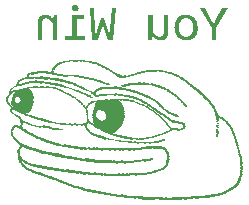
<source format=gbo>
G04*
G04 #@! TF.GenerationSoftware,Altium Limited,Altium Designer,22.8.2 (66)*
G04*
G04 Layer_Color=32896*
%FSLAX44Y44*%
%MOMM*%
G71*
G04*
G04 #@! TF.SameCoordinates,FCAC6DC3-BFDC-4997-BBA7-94834F3B9FAF*
G04*
G04*
G04 #@! TF.FilePolarity,Positive*
G04*
G01*
G75*
G36*
X850478Y728956D02*
X850452Y728810D01*
X850599Y728784D01*
X850573Y728637D01*
X850719Y728612D01*
X850693Y728465D01*
X851571Y728311D01*
X851597Y728457D01*
X851743Y728431D01*
X851769Y728577D01*
X851915Y728552D01*
X851941Y728698D01*
X852380Y728621D01*
X852354Y728474D01*
X852500Y728448D01*
X852526Y728595D01*
X852819Y728543D01*
X852870Y728836D01*
X853894Y728655D01*
X853945Y728948D01*
X854238Y728896D01*
X854264Y729042D01*
X854410Y729017D01*
X854384Y728870D01*
X855847Y728612D01*
X855873Y728759D01*
X856019Y728733D01*
X856045Y728879D01*
X856191Y728853D01*
X856217Y729000D01*
X858265Y728639D01*
X858316Y728931D01*
X869433Y726971D01*
X869407Y726825D01*
X869553Y726799D01*
X869527Y726653D01*
X871136Y726369D01*
X871111Y726223D01*
X871257Y726197D01*
X871231Y726050D01*
X871377Y726025D01*
X871351Y725879D01*
X872083Y725750D01*
X872109Y725896D01*
X872401Y725844D01*
X872375Y725698D01*
X872522Y725672D01*
X872496Y725526D01*
X872642Y725500D01*
X872616Y725354D01*
X873786Y725147D01*
X873761Y725001D01*
X873907Y724976D01*
X873881Y724829D01*
X875051Y724623D01*
X875025Y724477D01*
X875172Y724451D01*
X875146Y724305D01*
X875292Y724279D01*
X875266Y724133D01*
X876583Y723900D01*
X876531Y723608D01*
X877848Y723376D01*
X877822Y723229D01*
X877968Y723204D01*
X877942Y723057D01*
X878089Y723032D01*
X878063Y722885D01*
X878502Y722808D01*
X878527Y722954D01*
X878674Y722928D01*
X878648Y722782D01*
X878940Y722731D01*
X878889Y722438D01*
X879474Y722335D01*
X879448Y722189D01*
X879594Y722163D01*
X879569Y722017D01*
X879715Y721991D01*
X879689Y721844D01*
X879835Y721819D01*
X879861Y721965D01*
X880739Y721810D01*
X880713Y721664D01*
X880859Y721638D01*
X880833Y721492D01*
X880980Y721466D01*
X880954Y721320D01*
X881100Y721294D01*
X881074Y721148D01*
X881221Y721122D01*
X881195Y720976D01*
X882073Y720821D01*
X882047Y720675D01*
X882193Y720649D01*
X882167Y720503D01*
X882313Y720477D01*
X882288Y720331D01*
X882727Y720253D01*
X882752Y720399D01*
X882899Y720374D01*
X882873Y720228D01*
X883165Y720176D01*
X883114Y719883D01*
X884138Y719703D01*
X884086Y719410D01*
X884379Y719359D01*
X884353Y719212D01*
X884499Y719187D01*
X884447Y718894D01*
X885471Y718714D01*
X885420Y718421D01*
X886005Y718318D01*
X885979Y718172D01*
X886125Y718146D01*
X886099Y717999D01*
X886246Y717974D01*
X886220Y717828D01*
X887390Y717621D01*
X887416Y717767D01*
X887562Y717742D01*
X887536Y717595D01*
X887683Y717570D01*
X887657Y717423D01*
X887803Y717397D01*
X887777Y717251D01*
X889094Y717019D01*
X889042Y716727D01*
X889335Y716675D01*
X889309Y716529D01*
X889455Y716503D01*
X889481Y716649D01*
X890651Y716443D01*
X890625Y716297D01*
X890772Y716271D01*
X890746Y716124D01*
X890892Y716099D01*
X890866Y715952D01*
X893499Y715488D01*
X893525Y715635D01*
X893671Y715609D01*
X893723Y715901D01*
X894162Y715824D01*
X894136Y715678D01*
X894282Y715652D01*
X894256Y715506D01*
X894402Y715480D01*
X894377Y715333D01*
X894523Y715308D01*
X894549Y715454D01*
X894695Y715428D01*
X894721Y715574D01*
X894867Y715549D01*
X894893Y715695D01*
X896063Y715489D01*
X896037Y715342D01*
X896183Y715316D01*
X896209Y715463D01*
X896356Y715437D01*
X896381Y715583D01*
X896528Y715557D01*
X896553Y715704D01*
X897139Y715601D01*
X897164Y715747D01*
X897310Y715721D01*
X897336Y715867D01*
X897775Y715790D01*
X897801Y715936D01*
X897947Y715910D01*
X897973Y716057D01*
X898119Y716031D01*
X898145Y716177D01*
X898730Y716074D01*
X898782Y716367D01*
X899367Y716263D01*
X899392Y716410D01*
X899539Y716384D01*
X899565Y716530D01*
X899711Y716504D01*
X899737Y716651D01*
X900175Y716573D01*
X900201Y716720D01*
X900348Y716694D01*
X900373Y716840D01*
X900519Y716814D01*
X900545Y716961D01*
X900692Y716935D01*
X900717Y717081D01*
X901010Y717029D01*
X901036Y717176D01*
X901182Y717150D01*
X901156Y717004D01*
X901595Y716926D01*
X901621Y717073D01*
X901767Y717047D01*
X901793Y717193D01*
X901939Y717167D01*
X901965Y717313D01*
X902550Y717210D01*
X902602Y717503D01*
X902894Y717451D01*
X902946Y717744D01*
X903092Y717718D01*
X903118Y717864D01*
X903703Y717761D01*
X903729Y717907D01*
X903875Y717881D01*
X903901Y718028D01*
X904047Y718002D01*
X904073Y718148D01*
X904219Y718122D01*
X904245Y718269D01*
X904391Y718243D01*
X904417Y718389D01*
X904709Y718338D01*
X904684Y718191D01*
X905123Y718114D01*
X905148Y718260D01*
X905295Y718234D01*
X905346Y718527D01*
X906370Y718346D01*
X906422Y718639D01*
X907007Y718536D01*
X907032Y718682D01*
X907179Y718656D01*
X907204Y718803D01*
X907351Y718777D01*
X907376Y718923D01*
X907815Y718846D01*
X907841Y718992D01*
X907987Y718966D01*
X908013Y719112D01*
X908891Y718958D01*
X908917Y719104D01*
X909063Y719078D01*
X909089Y719224D01*
X909235Y719199D01*
X909261Y719345D01*
X909407Y719319D01*
X909433Y719465D01*
X909579Y719440D01*
X909605Y719586D01*
X909751Y719560D01*
X909725Y719414D01*
X909872Y719388D01*
X909820Y719096D01*
X909966Y719070D01*
X909992Y719216D01*
X910138Y719190D01*
X910164Y719336D01*
X910310Y719311D01*
X910336Y719457D01*
X910482Y719431D01*
X910508Y719578D01*
X910654Y719552D01*
X910680Y719698D01*
X911558Y719543D01*
X911584Y719689D01*
X911730Y719664D01*
X911756Y719810D01*
X911902Y719784D01*
X911928Y719930D01*
X912367Y719853D01*
X912341Y719707D01*
X912487Y719681D01*
X912513Y719827D01*
X912805Y719776D01*
X912857Y720068D01*
X913881Y719888D01*
X913932Y720180D01*
X914225Y720129D01*
X914251Y720275D01*
X914397Y720249D01*
X914371Y720103D01*
X915249Y719948D01*
X915275Y720094D01*
X915421Y720069D01*
X915472Y720361D01*
X916496Y720181D01*
X916548Y720473D01*
X917426Y720318D01*
X917451Y720465D01*
X917598Y720439D01*
X917623Y720585D01*
X917770Y720559D01*
X917795Y720706D01*
X919404Y720422D01*
X919379Y720275D01*
X919525Y720250D01*
X919551Y720396D01*
X919697Y720370D01*
X919723Y720517D01*
X919869Y720491D01*
X919895Y720637D01*
X922235Y720224D01*
X922287Y720517D01*
X922579Y720465D01*
X922605Y720611D01*
X922751Y720586D01*
X922726Y720440D01*
X924334Y720156D01*
X924360Y720302D01*
X924507Y720276D01*
X924558Y720569D01*
X925143Y720466D01*
X925092Y720173D01*
X925238Y720147D01*
X925212Y720001D01*
X931794Y718840D01*
X931820Y718987D01*
X931966Y718961D01*
X931940Y718815D01*
X932087Y718789D01*
X932061Y718643D01*
X932207Y718617D01*
X932181Y718471D01*
X935546Y717877D01*
X935520Y717731D01*
X935666Y717705D01*
X935640Y717559D01*
X935787Y717533D01*
X935761Y717387D01*
X935907Y717361D01*
X935933Y717507D01*
X937103Y717301D01*
X937077Y717155D01*
X937223Y717129D01*
X937198Y716983D01*
X937344Y716957D01*
X937318Y716811D01*
X938634Y716579D01*
X938583Y716286D01*
X939168Y716183D01*
X939142Y716037D01*
X939288Y716011D01*
X939263Y715864D01*
X939409Y715839D01*
X939383Y715693D01*
X940261Y715538D01*
X940286Y715684D01*
X940433Y715658D01*
X940407Y715512D01*
X940553Y715486D01*
X940527Y715340D01*
X940674Y715314D01*
X940648Y715168D01*
X941233Y715065D01*
X941181Y714772D01*
X941474Y714721D01*
X941448Y714574D01*
X941594Y714548D01*
X941620Y714695D01*
X942059Y714617D01*
X942033Y714471D01*
X942179Y714445D01*
X942154Y714299D01*
X942300Y714273D01*
X942274Y714127D01*
X943152Y713972D01*
X943126Y713826D01*
X943272Y713800D01*
X943246Y713654D01*
X943832Y713551D01*
X943780Y713258D01*
X943926Y713232D01*
X943900Y713086D01*
X944485Y712983D01*
X944460Y712837D01*
X944606Y712811D01*
X944580Y712665D01*
X945165Y712561D01*
X945114Y712269D01*
X945699Y712166D01*
X945673Y712020D01*
X945819Y711994D01*
X945768Y711701D01*
X946353Y711598D01*
X946327Y711452D01*
X946473Y711426D01*
X946447Y711280D01*
X947325Y711125D01*
X947299Y710979D01*
X947446Y710953D01*
X947420Y710807D01*
X947566Y710781D01*
X947540Y710635D01*
X947686Y710609D01*
X947661Y710463D01*
X947807Y710437D01*
X947781Y710291D01*
X948366Y710187D01*
X948315Y709895D01*
X948900Y709792D01*
X948874Y709645D01*
X949020Y709620D01*
X948969Y709327D01*
X949554Y709224D01*
X949528Y709078D01*
X949674Y709052D01*
X949648Y708906D01*
X950233Y708802D01*
X950182Y708510D01*
X950328Y708484D01*
X950302Y708338D01*
X950887Y708235D01*
X950862Y708088D01*
X951008Y708063D01*
X950982Y707916D01*
X951567Y707813D01*
X951516Y707521D01*
X951662Y707495D01*
X951636Y707348D01*
X951782Y707323D01*
X951757Y707177D01*
X951903Y707151D01*
X951877Y707004D01*
X952462Y706901D01*
X952411Y706609D01*
X952996Y706506D01*
X952970Y706359D01*
X953116Y706333D01*
X953090Y706187D01*
X953236Y706161D01*
X953211Y706015D01*
X953796Y705912D01*
X953744Y705620D01*
X954329Y705516D01*
X954304Y705370D01*
X954450Y705344D01*
X954424Y705198D01*
X954570Y705172D01*
X954545Y705026D01*
X954837Y704974D01*
X954863Y705121D01*
X955302Y705043D01*
X955276Y704897D01*
X955422Y704871D01*
X955371Y704579D01*
X955956Y704475D01*
X955930Y704329D01*
X956076Y704303D01*
X956050Y704157D01*
X956635Y704054D01*
X956584Y703762D01*
X956730Y703736D01*
X956704Y703589D01*
X957289Y703486D01*
X957263Y703340D01*
X957410Y703314D01*
X957384Y703168D01*
X957969Y703065D01*
X957917Y702772D01*
X958064Y702746D01*
X958038Y702600D01*
X958184Y702574D01*
X958158Y702428D01*
X958305Y702402D01*
X958279Y702256D01*
X958864Y702153D01*
X958838Y702007D01*
X958984Y701981D01*
X958959Y701834D01*
X959105Y701809D01*
X959079Y701663D01*
X959225Y701637D01*
X959200Y701490D01*
X959346Y701465D01*
X959320Y701318D01*
X959759Y701241D01*
X959733Y701095D01*
X959879Y701069D01*
X959854Y700923D01*
X960000Y700897D01*
X959974Y700751D01*
X960120Y700725D01*
X960095Y700579D01*
X960680Y700475D01*
X960654Y700329D01*
X960800Y700303D01*
X960749Y700011D01*
X961041Y699959D01*
X960989Y699667D01*
X961282Y699615D01*
X961230Y699323D01*
X961377Y699297D01*
X961351Y699151D01*
X961936Y699047D01*
X961910Y698901D01*
X962056Y698875D01*
X962031Y698729D01*
X962177Y698703D01*
X962151Y698557D01*
X962297Y698531D01*
X962272Y698385D01*
X962418Y698359D01*
X962392Y698213D01*
X962538Y698187D01*
X962513Y698041D01*
X962659Y698015D01*
X962633Y697869D01*
X963218Y697766D01*
X963167Y697473D01*
X963752Y697370D01*
X963726Y697224D01*
X963872Y697198D01*
X963846Y697052D01*
X963993Y697026D01*
X963967Y696879D01*
X964113Y696854D01*
X964087Y696707D01*
X964233Y696682D01*
X964208Y696535D01*
X964354Y696509D01*
X964328Y696363D01*
X964474Y696337D01*
X964449Y696191D01*
X964595Y696165D01*
X964569Y696019D01*
X964715Y695993D01*
X964664Y695701D01*
X965249Y695598D01*
X965223Y695451D01*
X965369Y695426D01*
X965344Y695279D01*
X965490Y695254D01*
X965464Y695107D01*
X965610Y695081D01*
X965585Y694935D01*
X965731Y694909D01*
X965705Y694763D01*
X965851Y694737D01*
X965826Y694591D01*
X965972Y694565D01*
X965946Y694419D01*
X966531Y694316D01*
X966479Y694023D01*
X966772Y693972D01*
X966746Y693826D01*
X966892Y693800D01*
X966841Y693507D01*
X967133Y693456D01*
X967082Y693163D01*
X967374Y693111D01*
X967323Y692819D01*
X967469Y692793D01*
X967443Y692647D01*
X967736Y692595D01*
X967684Y692303D01*
X967977Y692251D01*
X967925Y691959D01*
X968510Y691855D01*
X968484Y691709D01*
X968631Y691683D01*
X968605Y691537D01*
X968751Y691511D01*
X968725Y691365D01*
X968872Y691339D01*
X968846Y691193D01*
X968992Y691167D01*
X968966Y691021D01*
X969113Y690995D01*
X969087Y690849D01*
X969233Y690823D01*
X969207Y690677D01*
X969354Y690651D01*
X969328Y690505D01*
X969474Y690479D01*
X969448Y690333D01*
X969594Y690307D01*
X969569Y690161D01*
X969715Y690135D01*
X969689Y689989D01*
X969836Y689963D01*
X969810Y689817D01*
X969956Y689791D01*
X969930Y689644D01*
X970076Y689619D01*
X970051Y689472D01*
X970197Y689447D01*
X970171Y689301D01*
X970317Y689275D01*
X970292Y689128D01*
X970438Y689102D01*
X970412Y688956D01*
X970558Y688931D01*
X970533Y688784D01*
X970679Y688758D01*
X970576Y688173D01*
X970868Y688122D01*
X970765Y687537D01*
X970911Y687511D01*
X970886Y687365D01*
X971032Y687339D01*
X971006Y687193D01*
X971152Y687167D01*
X971126Y687020D01*
X971273Y686995D01*
X971247Y686848D01*
X971393Y686823D01*
X971367Y686676D01*
X971514Y686651D01*
X971488Y686504D01*
X971634Y686479D01*
X971609Y686332D01*
X971755Y686306D01*
X971703Y686014D01*
X971557Y686040D01*
X971479Y685601D01*
X971626Y685575D01*
X971600Y685429D01*
X971746Y685403D01*
X971720Y685257D01*
X971867Y685231D01*
X971841Y685085D01*
X971987Y685059D01*
X971961Y684913D01*
X972108Y684887D01*
X972082Y684741D01*
X972228Y684715D01*
X972202Y684568D01*
X972349Y684543D01*
X972323Y684396D01*
X972469Y684371D01*
X972443Y684224D01*
X972589Y684199D01*
X972564Y684052D01*
X972710Y684027D01*
X972684Y683880D01*
X972831Y683855D01*
X972805Y683708D01*
X972951Y683682D01*
X972874Y683244D01*
X973020Y683218D01*
X972994Y683072D01*
X973140Y683046D01*
X973115Y682899D01*
X973261Y682874D01*
X973235Y682728D01*
X973381Y682702D01*
X973355Y682555D01*
X973502Y682530D01*
X973476Y682383D01*
X973622Y682357D01*
X973596Y682211D01*
X973743Y682186D01*
X973717Y682039D01*
X973863Y682013D01*
X973760Y681428D01*
X974784Y681248D01*
X974732Y680955D01*
X976049Y680723D01*
X975997Y680431D01*
X976143Y680405D01*
X976118Y680259D01*
X976703Y680155D01*
X976729Y680302D01*
X976875Y680276D01*
X976849Y680130D01*
X976995Y680104D01*
X976970Y679958D01*
X977116Y679932D01*
X977090Y679785D01*
X977675Y679682D01*
X977649Y679536D01*
X977795Y679510D01*
X977770Y679364D01*
X977916Y679338D01*
X977890Y679192D01*
X978036Y679166D01*
X978062Y679313D01*
X978647Y679209D01*
X978622Y679063D01*
X978768Y679037D01*
X978716Y678745D01*
X979009Y678693D01*
X978957Y678400D01*
X979542Y678297D01*
X979517Y678151D01*
X979663Y678125D01*
X979637Y677979D01*
X979783Y677953D01*
X979758Y677807D01*
X980196Y677730D01*
X980170Y677583D01*
X980317Y677558D01*
X980291Y677411D01*
X980876Y677308D01*
X980850Y677162D01*
X980996Y677136D01*
X980971Y676990D01*
X981117Y676964D01*
X981091Y676818D01*
X981237Y676792D01*
X981212Y676646D01*
X981358Y676620D01*
X981332Y676474D01*
X981478Y676448D01*
X981453Y676302D01*
X981599Y676276D01*
X981573Y676130D01*
X981719Y676104D01*
X981693Y675957D01*
X981840Y675932D01*
X981814Y675786D01*
X981960Y675760D01*
X981934Y675613D01*
X982373Y675536D01*
X982347Y675390D01*
X982494Y675364D01*
X982468Y675218D01*
X982614Y675192D01*
X982589Y675046D01*
X982735Y675020D01*
X982709Y674874D01*
X982855Y674848D01*
X982830Y674702D01*
X982976Y674676D01*
X982950Y674529D01*
X983096Y674504D01*
X983070Y674357D01*
X983217Y674332D01*
X983191Y674185D01*
X983337Y674159D01*
X983311Y674013D01*
X983457Y673987D01*
X983432Y673841D01*
X983578Y673815D01*
X983552Y673669D01*
X983699Y673643D01*
X983673Y673497D01*
X983819Y673471D01*
X983793Y673325D01*
X983940Y673299D01*
X983914Y673153D01*
X984060Y673127D01*
X984034Y672981D01*
X984181Y672955D01*
X984155Y672809D01*
X984301Y672783D01*
X984275Y672637D01*
X984421Y672611D01*
X984396Y672465D01*
X984542Y672439D01*
X984516Y672293D01*
X984662Y672267D01*
X984637Y672121D01*
X984783Y672095D01*
X984757Y671949D01*
X984903Y671923D01*
X984877Y671777D01*
X985024Y671751D01*
X984921Y671165D01*
X985213Y671114D01*
X985187Y670968D01*
X985333Y670942D01*
X985308Y670796D01*
X985454Y670770D01*
X985428Y670624D01*
X985575Y670598D01*
X985471Y670013D01*
X985618Y669987D01*
X985592Y669841D01*
X985738Y669815D01*
X985712Y669669D01*
X985859Y669643D01*
X985833Y669497D01*
X985979Y669471D01*
X985953Y669324D01*
X986100Y669299D01*
X986022Y668860D01*
X986169Y668834D01*
X986143Y668688D01*
X986289Y668662D01*
X986263Y668516D01*
X986409Y668490D01*
X986384Y668344D01*
X986530Y668318D01*
X986427Y667733D01*
X986573Y667707D01*
X986547Y667561D01*
X986840Y667509D01*
X986737Y666924D01*
X986883Y666898D01*
X986857Y666752D01*
X987003Y666726D01*
X986978Y666580D01*
X987124Y666554D01*
X987098Y666408D01*
X987244Y666382D01*
X987218Y666236D01*
X987365Y666210D01*
X987287Y665771D01*
X987434Y665745D01*
X987408Y665599D01*
X987554Y665574D01*
X987451Y664988D01*
X987597Y664963D01*
X987571Y664816D01*
X987718Y664791D01*
X987692Y664644D01*
X987838Y664619D01*
X987812Y664472D01*
X988105Y664421D01*
X988002Y663836D01*
X988148Y663810D01*
X988122Y663664D01*
X988269Y663638D01*
X988165Y663053D01*
X988458Y663001D01*
X988432Y662855D01*
X988578Y662829D01*
X988475Y662244D01*
X988622Y662218D01*
X988596Y662072D01*
X988742Y662046D01*
X988716Y661900D01*
X988862Y661874D01*
X988837Y661728D01*
X988983Y661702D01*
X988957Y661556D01*
X989103Y661530D01*
X989052Y661237D01*
X988905Y661263D01*
X988828Y660824D01*
X988975Y660799D01*
X988949Y660652D01*
X989241Y660601D01*
X989138Y660016D01*
X989284Y659990D01*
X989258Y659844D01*
X989405Y659818D01*
X989302Y659233D01*
X989594Y659181D01*
X989568Y659035D01*
X989715Y659009D01*
X989611Y658424D01*
X989758Y658398D01*
X989732Y658252D01*
X989878Y658226D01*
X989852Y658080D01*
X989999Y658054D01*
X989973Y657908D01*
X990119Y657882D01*
X990042Y657443D01*
X990188Y657418D01*
X990162Y657271D01*
X990309Y657245D01*
X990283Y657099D01*
X990429Y657073D01*
X990326Y656488D01*
X990618Y656437D01*
X990438Y655413D01*
X990730Y655361D01*
X990705Y655215D01*
X990851Y655189D01*
X990748Y654604D01*
X990894Y654578D01*
X990868Y654432D01*
X991014Y654406D01*
X990911Y653821D01*
X991204Y653770D01*
X991101Y653185D01*
X991247Y653159D01*
X991221Y653012D01*
X991367Y652987D01*
X991342Y652840D01*
X991488Y652815D01*
X991462Y652668D01*
X991608Y652643D01*
X991582Y652496D01*
X991729Y652470D01*
X991574Y651593D01*
X991867Y651541D01*
X991841Y651395D01*
X991987Y651369D01*
X991884Y650784D01*
X992030Y650758D01*
X992004Y650612D01*
X992151Y650586D01*
X991996Y649709D01*
X992142Y649683D01*
X992116Y649537D01*
X992263Y649511D01*
X992185Y649072D01*
X992332Y649046D01*
X992306Y648900D01*
X992452Y648874D01*
X992426Y648728D01*
X992573Y648702D01*
X992469Y648117D01*
X992762Y648065D01*
X992659Y647480D01*
X992805Y647455D01*
X992779Y647308D01*
X992925Y647283D01*
X992900Y647136D01*
X993046Y647111D01*
X992969Y646672D01*
X993115Y646646D01*
X993089Y646499D01*
X993235Y646474D01*
X993132Y645889D01*
X993278Y645863D01*
X993253Y645717D01*
X993399Y645691D01*
X993373Y645545D01*
X993519Y645519D01*
X993493Y645373D01*
X993347Y645398D01*
X993244Y644813D01*
X993391Y644788D01*
X993365Y644641D01*
X993657Y644590D01*
X993477Y643566D01*
X993769Y643514D01*
X993614Y642637D01*
X993761Y642611D01*
X993735Y642465D01*
X993881Y642439D01*
X993855Y642292D01*
X994002Y642267D01*
X993924Y641828D01*
X993778Y641854D01*
X993726Y641561D01*
X993873Y641535D01*
X993847Y641389D01*
X993993Y641363D01*
X993967Y641217D01*
X994114Y641191D01*
X993701Y638851D01*
X993993Y638799D01*
X993942Y638507D01*
X994088Y638481D01*
X994062Y638335D01*
X993916Y638361D01*
X993710Y637191D01*
X993856Y637165D01*
X993830Y637018D01*
X993977Y636993D01*
X993951Y636846D01*
X994097Y636821D01*
X993762Y634919D01*
X993908Y634893D01*
X993882Y634747D01*
X994028Y634721D01*
X993693Y632820D01*
X993839Y632794D01*
X993814Y632648D01*
X993960Y632622D01*
X993934Y632476D01*
X994080Y632450D01*
X993693Y630256D01*
X993547Y630281D01*
X993522Y630135D01*
X993229Y630187D01*
X992868Y628139D01*
X992575Y628191D01*
X992214Y626143D01*
X991922Y626194D01*
X991896Y626048D01*
X991750Y626074D01*
X991595Y625196D01*
X991741Y625171D01*
X991715Y625024D01*
X991569Y625050D01*
X991518Y624758D01*
X991225Y624809D01*
X991044Y623785D01*
X990752Y623837D01*
X990649Y623252D01*
X990502Y623278D01*
X990477Y623131D01*
X990331Y623157D01*
X990305Y623011D01*
X990158Y623037D01*
X990133Y622890D01*
X989986Y622916D01*
X989961Y622770D01*
X989814Y622796D01*
X989711Y622211D01*
X989418Y622262D01*
X989393Y622116D01*
X989247Y622142D01*
X989144Y621557D01*
X988997Y621582D01*
X988971Y621436D01*
X988825Y621462D01*
X988799Y621316D01*
X988653Y621342D01*
X988627Y621195D01*
X988481Y621221D01*
X988455Y621075D01*
X988309Y621101D01*
X988283Y620954D01*
X988137Y620980D01*
X988111Y620834D01*
X987965Y620860D01*
X987939Y620713D01*
X987793Y620739D01*
X987767Y620593D01*
X987621Y620619D01*
X987595Y620472D01*
X987449Y620498D01*
X987423Y620352D01*
X987277Y620378D01*
X987251Y620231D01*
X987104Y620257D01*
X987079Y620111D01*
X986932Y620137D01*
X986907Y619990D01*
X986760Y620016D01*
X986735Y619870D01*
X986588Y619896D01*
X986562Y619749D01*
X986416Y619775D01*
X986390Y619629D01*
X986244Y619655D01*
X986218Y619509D01*
X986072Y619534D01*
X986046Y619388D01*
X985900Y619414D01*
X985874Y619268D01*
X985728Y619294D01*
X985702Y619147D01*
X985556Y619173D01*
X985530Y619027D01*
X985384Y619053D01*
X985358Y618906D01*
X985212Y618932D01*
X985186Y618786D01*
X985040Y618812D01*
X985014Y618665D01*
X984868Y618691D01*
X984842Y618545D01*
X984696Y618571D01*
X984670Y618424D01*
X984523Y618450D01*
X984498Y618304D01*
X984351Y618330D01*
X984326Y618183D01*
X984180Y618209D01*
X984154Y618063D01*
X983568Y618166D01*
X983543Y618020D01*
X983397Y618046D01*
X983371Y617899D01*
X983224Y617925D01*
X983199Y617779D01*
X983052Y617805D01*
X983027Y617658D01*
X982880Y617684D01*
X982855Y617538D01*
X982708Y617564D01*
X982657Y617271D01*
X982072Y617374D01*
X982046Y617228D01*
X981900Y617254D01*
X981874Y617108D01*
X981728Y617133D01*
X981702Y616987D01*
X981555Y617013D01*
X981530Y616867D01*
X981383Y616892D01*
X981358Y616746D01*
X981211Y616772D01*
X981186Y616626D01*
X981039Y616651D01*
X981013Y616505D01*
X980867Y616531D01*
X980841Y616385D01*
X980695Y616410D01*
X980669Y616264D01*
X980523Y616290D01*
X980497Y616144D01*
X980351Y616170D01*
X980325Y616023D01*
X980179Y616049D01*
X980153Y615903D01*
X979568Y616006D01*
X979517Y615713D01*
X979224Y615765D01*
X979198Y615619D01*
X979052Y615644D01*
X979000Y615352D01*
X978415Y615455D01*
X978390Y615309D01*
X978243Y615335D01*
X978217Y615188D01*
X978071Y615214D01*
X978045Y615068D01*
X977899Y615094D01*
X977873Y614947D01*
X977727Y614973D01*
X977701Y614827D01*
X977262Y614904D01*
X977237Y614758D01*
X977090Y614784D01*
X977065Y614638D01*
X976480Y614741D01*
X976454Y614594D01*
X976308Y614620D01*
X976282Y614474D01*
X976135Y614500D01*
X976110Y614353D01*
X975963Y614379D01*
X975912Y614087D01*
X975327Y614190D01*
X975301Y614044D01*
X975155Y614070D01*
X975129Y613923D01*
X974251Y614078D01*
X974225Y613932D01*
X974079Y613957D01*
X974053Y613811D01*
X973907Y613837D01*
X973881Y613691D01*
X973443Y613768D01*
X973417Y613622D01*
X973270Y613648D01*
X973245Y613501D01*
X972660Y613605D01*
X972634Y613458D01*
X972487Y613484D01*
X972462Y613338D01*
X972315Y613363D01*
X972290Y613217D01*
X972143Y613243D01*
X972169Y613389D01*
X971292Y613544D01*
X971266Y613398D01*
X971120Y613424D01*
X971094Y613277D01*
X970947Y613303D01*
X970922Y613157D01*
X970337Y613260D01*
X970285Y612967D01*
X968969Y613200D01*
X968917Y612907D01*
X968771Y612933D01*
X968745Y612787D01*
X968160Y612890D01*
X968186Y613036D01*
X968039Y613062D01*
X968014Y612916D01*
X967867Y612941D01*
X967842Y612795D01*
X967695Y612821D01*
X967670Y612674D01*
X967085Y612778D01*
X967059Y612631D01*
X966912Y612657D01*
X966887Y612511D01*
X966448Y612588D01*
X966422Y612442D01*
X966276Y612468D01*
X966250Y612322D01*
X966104Y612347D01*
X966078Y612201D01*
X964469Y612485D01*
X964417Y612192D01*
X963832Y612295D01*
X963807Y612149D01*
X963660Y612175D01*
X963634Y612029D01*
X963488Y612055D01*
X963462Y611908D01*
X962585Y612063D01*
X962611Y612209D01*
X962464Y612235D01*
X962439Y612089D01*
X962292Y612115D01*
X962266Y611968D01*
X962120Y611994D01*
X962094Y611848D01*
X960778Y612080D01*
X960726Y611787D01*
X960434Y611839D01*
X960408Y611693D01*
X960262Y611718D01*
X960287Y611865D01*
X959410Y612020D01*
X959384Y611873D01*
X959238Y611899D01*
X959186Y611606D01*
X957870Y611839D01*
X957844Y611692D01*
X957698Y611718D01*
X957672Y611572D01*
X956795Y611727D01*
X956769Y611580D01*
X956622Y611606D01*
X956597Y611460D01*
X956450Y611486D01*
X956425Y611339D01*
X954962Y611597D01*
X954988Y611744D01*
X954841Y611769D01*
X954816Y611623D01*
X954523Y611675D01*
X954472Y611382D01*
X952424Y611743D01*
X952398Y611597D01*
X952252Y611623D01*
X952226Y611477D01*
X951787Y611554D01*
X951761Y611408D01*
X951615Y611433D01*
X951589Y611287D01*
X951443Y611313D01*
X951417Y611167D01*
X950539Y611321D01*
X950514Y611175D01*
X950368Y611201D01*
X950342Y611055D01*
X949172Y611261D01*
X949146Y611115D01*
X948999Y611141D01*
X948974Y610994D01*
X948828Y611020D01*
X948802Y610874D01*
X948216Y610977D01*
X948165Y610685D01*
X946849Y610916D01*
X946823Y610770D01*
X946676Y610796D01*
X946651Y610650D01*
X946505Y610675D01*
X946479Y610529D01*
X946332Y610555D01*
X946358Y610701D01*
X945188Y610908D01*
X945162Y610761D01*
X945016Y610787D01*
X944990Y610641D01*
X944844Y610667D01*
X944818Y610521D01*
X943209Y610804D01*
X943183Y610658D01*
X943037Y610684D01*
X943011Y610537D01*
X942426Y610641D01*
X942375Y610348D01*
X942228Y610374D01*
X942203Y610228D01*
X940594Y610511D01*
X940619Y610658D01*
X940473Y610683D01*
X940447Y610537D01*
X940301Y610563D01*
X940275Y610416D01*
X940129Y610442D01*
X940103Y610296D01*
X937763Y610709D01*
X937737Y610562D01*
X937591Y610588D01*
X937565Y610442D01*
X937419Y610468D01*
X937393Y610322D01*
X937247Y610347D01*
X937273Y610494D01*
X936687Y610597D01*
X936662Y610450D01*
X936516Y610476D01*
X936464Y610184D01*
X934855Y610467D01*
X934829Y610321D01*
X934683Y610347D01*
X934657Y610201D01*
X932756Y610536D01*
X932730Y610390D01*
X932584Y610415D01*
X932558Y610269D01*
X932411Y610295D01*
X932386Y610149D01*
X931216Y610355D01*
X931241Y610501D01*
X931095Y610527D01*
X931069Y610381D01*
X930777Y610432D01*
X930725Y610140D01*
X927946Y610630D01*
X927895Y610337D01*
X927602Y610389D01*
X927576Y610243D01*
X927430Y610269D01*
X927456Y610415D01*
X925847Y610699D01*
X925821Y610552D01*
X925675Y610578D01*
X925623Y610285D01*
X921528Y611008D01*
X921502Y610861D01*
X921356Y610887D01*
X921330Y610741D01*
X919721Y611025D01*
X919669Y610732D01*
X919523Y610758D01*
X919497Y610612D01*
X918912Y610715D01*
X918938Y610861D01*
X918792Y610887D01*
X918766Y610741D01*
X918620Y610766D01*
X918594Y610620D01*
X918447Y610646D01*
X918422Y610499D01*
X917105Y610732D01*
X917054Y610439D01*
X916761Y610491D01*
X916735Y610345D01*
X916589Y610370D01*
X916615Y610517D01*
X913982Y610981D01*
X913956Y610834D01*
X913810Y610860D01*
X913758Y610568D01*
X911711Y610929D01*
X911659Y610636D01*
X907125Y611436D01*
X907073Y611143D01*
X906927Y611169D01*
X906901Y611023D01*
X903829Y611564D01*
X903855Y611711D01*
X903709Y611736D01*
X903683Y611590D01*
X903537Y611616D01*
X903511Y611470D01*
X903365Y611496D01*
X903339Y611349D01*
X900706Y611813D01*
X900680Y611667D01*
X900534Y611693D01*
X900508Y611547D01*
X900362Y611572D01*
X900336Y611426D01*
X900190Y611452D01*
X900216Y611598D01*
X897876Y612011D01*
X897850Y611865D01*
X897703Y611890D01*
X897652Y611598D01*
X890046Y612939D01*
X890020Y612793D01*
X889874Y612819D01*
X889848Y612672D01*
X884436Y613627D01*
X884410Y613480D01*
X884264Y613506D01*
X884238Y613360D01*
X884092Y613386D01*
X884066Y613239D01*
X864028Y616773D01*
X864053Y616919D01*
X863907Y616945D01*
X863933Y617091D01*
X863787Y617117D01*
X863812Y617263D01*
X860741Y617805D01*
X860792Y618097D01*
X857428Y618690D01*
X857454Y618837D01*
X857308Y618863D01*
X857334Y619009D01*
X857187Y619035D01*
X857213Y619181D01*
X854580Y619645D01*
X854555Y619499D01*
X854408Y619525D01*
X854434Y619671D01*
X854288Y619697D01*
X854314Y619843D01*
X854167Y619869D01*
X854193Y620015D01*
X850097Y620737D01*
X850149Y621030D01*
X849857Y621081D01*
X849882Y621228D01*
X849736Y621253D01*
X849710Y621107D01*
X848540Y621313D01*
X848566Y621460D01*
X848420Y621485D01*
X848445Y621632D01*
X848299Y621657D01*
X848325Y621804D01*
X847009Y622036D01*
X847060Y622328D01*
X845451Y622612D01*
X845477Y622758D01*
X845331Y622784D01*
X845357Y622930D01*
X845210Y622956D01*
X845236Y623102D01*
X844358Y623257D01*
X844333Y623111D01*
X844186Y623137D01*
X844212Y623283D01*
X844066Y623309D01*
X844092Y623455D01*
X843945Y623481D01*
X843971Y623627D01*
X843532Y623705D01*
X843386Y623730D01*
X842070Y623963D01*
X842095Y624109D01*
X841949Y624134D01*
X841975Y624281D01*
X840366Y624565D01*
X840392Y624711D01*
X840246Y624737D01*
X840297Y625029D01*
X838981Y625261D01*
X839007Y625407D01*
X838860Y625433D01*
X838886Y625580D01*
X837277Y625863D01*
X837329Y626156D01*
X837182Y626182D01*
X837208Y626328D01*
X836331Y626483D01*
X836305Y626336D01*
X836159Y626362D01*
X836184Y626508D01*
X835892Y626560D01*
X835943Y626852D01*
X833896Y627214D01*
X833921Y627360D01*
X833775Y627386D01*
X833801Y627532D01*
X833655Y627558D01*
X833680Y627704D01*
X833534Y627730D01*
X833508Y627584D01*
X831899Y627867D01*
X831925Y628013D01*
X831779Y628039D01*
X831831Y628332D01*
X829490Y628744D01*
X829516Y628891D01*
X829370Y628917D01*
X829396Y629063D01*
X827494Y629398D01*
X827520Y629544D01*
X827374Y629570D01*
X827399Y629716D01*
X827253Y629742D01*
X827279Y629888D01*
X825670Y630172D01*
X825644Y630026D01*
X825498Y630052D01*
X825524Y630198D01*
X825378Y630224D01*
X825403Y630370D01*
X825257Y630396D01*
X825283Y630542D01*
X823381Y630877D01*
X823407Y631024D01*
X823261Y631049D01*
X823287Y631196D01*
X820654Y631660D01*
X820680Y631806D01*
X820533Y631832D01*
X820559Y631978D01*
X820413Y632004D01*
X820439Y632150D01*
X818537Y632486D01*
X818563Y632632D01*
X818417Y632658D01*
X818442Y632804D01*
X816834Y633088D01*
X816885Y633380D01*
X816739Y633406D01*
X816765Y633552D01*
X816180Y633655D01*
X816154Y633509D01*
X816008Y633535D01*
X816033Y633681D01*
X815887Y633707D01*
X815913Y633853D01*
X815767Y633879D01*
X815792Y634025D01*
X813745Y634386D01*
X813796Y634679D01*
X813504Y634730D01*
X813529Y634877D01*
X813383Y634902D01*
X813357Y634756D01*
X812480Y634911D01*
X812505Y635057D01*
X812359Y635083D01*
X812411Y635376D01*
X811387Y635556D01*
X811439Y635849D01*
X810561Y636003D01*
X810587Y636150D01*
X810440Y636175D01*
X810466Y636322D01*
X810320Y636348D01*
X810346Y636494D01*
X809907Y636571D01*
X809881Y636425D01*
X809589Y636477D01*
X809614Y636623D01*
X809468Y636648D01*
X809494Y636795D01*
X809348Y636820D01*
X809373Y636967D01*
X809227Y636993D01*
X809253Y637139D01*
X809107Y637165D01*
X809133Y637311D01*
X808694Y637388D01*
X808719Y637535D01*
X808573Y637560D01*
X808599Y637707D01*
X808453Y637733D01*
X808478Y637879D01*
X808332Y637905D01*
X808358Y638051D01*
X808212Y638077D01*
X808238Y638223D01*
X807653Y638326D01*
X807678Y638472D01*
X807532Y638498D01*
X807558Y638644D01*
X807412Y638670D01*
X807437Y638816D01*
X807291Y638842D01*
X807317Y638988D01*
X807171Y639014D01*
X807196Y639161D01*
X807050Y639186D01*
X807153Y639771D01*
X807007Y639797D01*
X807033Y639944D01*
X806448Y640047D01*
X806551Y640632D01*
X806405Y640657D01*
X806430Y640804D01*
X806284Y640830D01*
X806310Y640976D01*
X806164Y641002D01*
X806190Y641148D01*
X806043Y641174D01*
X806069Y641320D01*
X805923Y641346D01*
X805949Y641492D01*
X805656Y641544D01*
X805682Y641690D01*
X805536Y641716D01*
X805510Y641569D01*
X805071Y641647D01*
X805097Y641793D01*
X804950Y641819D01*
X804976Y641965D01*
X804830Y641991D01*
X804856Y642137D01*
X804709Y642163D01*
X804735Y642309D01*
X804589Y642335D01*
X804615Y642481D01*
X804468Y642507D01*
X804494Y642653D01*
X804348Y642679D01*
X804451Y643264D01*
X804159Y643316D01*
X804262Y643901D01*
X804116Y643927D01*
X804141Y644073D01*
X803849Y644125D01*
X804029Y645148D01*
X803737Y645200D01*
X803840Y645785D01*
X803694Y645811D01*
X803719Y645957D01*
X803573Y645983D01*
X803599Y646129D01*
X803453Y646155D01*
X803530Y646594D01*
X803384Y646619D01*
X803410Y646766D01*
X803263Y646792D01*
X803418Y647669D01*
X803564Y647643D01*
X803590Y647790D01*
X803736Y647764D01*
X803788Y648056D01*
X803642Y648082D01*
X803668Y648229D01*
X803521Y648254D01*
X803676Y649132D01*
X803530Y649158D01*
X803556Y649304D01*
X803409Y649330D01*
X803487Y649769D01*
X803340Y649794D01*
X803366Y649940D01*
X803220Y649966D01*
X803246Y650113D01*
X803099Y650138D01*
X803332Y651455D01*
X803039Y651506D01*
X803142Y652092D01*
X803288Y652066D01*
X803314Y652212D01*
X803461Y652186D01*
X803615Y653064D01*
X803762Y653038D01*
X803787Y653184D01*
X803934Y653158D01*
X803959Y653305D01*
X804106Y653279D01*
X804183Y653718D01*
X804329Y653692D01*
X804355Y653838D01*
X804501Y653812D01*
X804604Y654397D01*
X804751Y654372D01*
X804777Y654518D01*
X804923Y654492D01*
X805000Y654931D01*
X805146Y654905D01*
X805172Y655051D01*
X805319Y655026D01*
X805344Y655172D01*
X805491Y655146D01*
X805697Y656316D01*
X805551Y656342D01*
X805576Y656488D01*
X805430Y656514D01*
X805456Y656660D01*
X805310Y656686D01*
X805335Y656833D01*
X805189Y656858D01*
X805215Y657004D01*
X805069Y657030D01*
X805095Y657177D01*
X804948Y657202D01*
X804974Y657349D01*
X804828Y657374D01*
X804854Y657521D01*
X804707Y657546D01*
X804733Y657693D01*
X804148Y657796D01*
X804200Y658089D01*
X803615Y658192D01*
X803640Y658338D01*
X803494Y658364D01*
X803520Y658510D01*
X803374Y658536D01*
X803400Y658682D01*
X803253Y658708D01*
X803279Y658854D01*
X803133Y658880D01*
X803158Y659026D01*
X802573Y659129D01*
X802625Y659422D01*
X802479Y659448D01*
X802505Y659594D01*
X801919Y659697D01*
X801945Y659843D01*
X801799Y659869D01*
X801825Y660015D01*
X801678Y660041D01*
X801704Y660188D01*
X801558Y660213D01*
X801584Y660359D01*
X801438Y660385D01*
X801463Y660532D01*
X801317Y660557D01*
X801369Y660850D01*
X800783Y660953D01*
X800809Y661099D01*
X800663Y661125D01*
X800689Y661271D01*
X800543Y661297D01*
X800568Y661443D01*
X800422Y661469D01*
X800448Y661616D01*
X800302Y661641D01*
X800327Y661788D01*
X800181Y661813D01*
X800207Y661960D01*
X800061Y661985D01*
X800086Y662132D01*
X799940Y662158D01*
X799966Y662304D01*
X799820Y662330D01*
X799845Y662476D01*
X799699Y662502D01*
X799725Y662648D01*
X799579Y662674D01*
X799605Y662820D01*
X799458Y662846D01*
X799484Y662992D01*
X799338Y663018D01*
X799364Y663164D01*
X799217Y663190D01*
X799243Y663336D01*
X799097Y663362D01*
X799123Y663508D01*
X798976Y663534D01*
X799002Y663680D01*
X798856Y663706D01*
X798882Y663852D01*
X798735Y663878D01*
X798761Y664024D01*
X798615Y664050D01*
X798641Y664196D01*
X798494Y664222D01*
X798520Y664368D01*
X798374Y664394D01*
X798400Y664540D01*
X798253Y664566D01*
X798279Y664713D01*
X798133Y664738D01*
X798159Y664885D01*
X798012Y664910D01*
X798038Y665057D01*
X797892Y665082D01*
X797918Y665229D01*
X797772Y665255D01*
X797849Y665693D01*
X797703Y665719D01*
X797729Y665865D01*
X797582Y665891D01*
X797685Y666476D01*
X797539Y666502D01*
X797565Y666648D01*
X797419Y666674D01*
X797444Y666820D01*
X797298Y666846D01*
X797324Y666992D01*
X797470Y666967D01*
X798012Y670038D01*
X797866Y670064D01*
X797891Y670210D01*
X798038Y670184D01*
X798089Y670477D01*
X798382Y670425D01*
X798562Y671449D01*
X798855Y671398D01*
X798958Y671983D01*
X799104Y671957D01*
X799130Y672103D01*
X799423Y672052D01*
X799526Y672637D01*
X799672Y672611D01*
X799698Y672757D01*
X799844Y672731D01*
X799870Y672878D01*
X800016Y672852D01*
X800042Y672998D01*
X800188Y672972D01*
X800214Y673119D01*
X800360Y673093D01*
X800386Y673239D01*
X800532Y673214D01*
X800558Y673360D01*
X800704Y673334D01*
X800730Y673480D01*
X800876Y673454D01*
X800902Y673601D01*
X801487Y673497D01*
X801539Y673790D01*
X802124Y673687D01*
X802150Y673833D01*
X802296Y673807D01*
X802322Y673954D01*
X802468Y673928D01*
X802494Y674074D01*
X802786Y674022D01*
X802761Y673876D01*
X802907Y673850D01*
X802881Y673704D01*
X803027Y673678D01*
X803002Y673532D01*
X803879Y673377D01*
X803853Y673231D01*
X804000Y673205D01*
X803974Y673059D01*
X804120Y673033D01*
X804094Y672887D01*
X804240Y672861D01*
X804215Y672715D01*
X804361Y672689D01*
X804335Y672543D01*
X805067Y672414D01*
X805092Y672560D01*
X805239Y672534D01*
X805264Y672681D01*
X805411Y672655D01*
X805436Y672801D01*
X805583Y672775D01*
X805609Y672922D01*
X805755Y672896D01*
X805910Y673773D01*
X805763Y673799D01*
X805789Y673945D01*
X805935Y673920D01*
X805961Y674066D01*
X806107Y674040D01*
X806133Y674186D01*
X806280Y674161D01*
X806434Y675038D01*
X806288Y675064D01*
X806314Y675210D01*
X806168Y675236D01*
X806193Y675382D01*
X806047Y675408D01*
X806073Y675554D01*
X805927Y675580D01*
X805952Y675726D01*
X805806Y675752D01*
X805909Y676337D01*
X805617Y676389D01*
X805720Y676974D01*
X805574Y677000D01*
X805599Y677146D01*
X805307Y677198D01*
X805410Y677783D01*
X805264Y677809D01*
X805290Y677955D01*
X805143Y677981D01*
X805298Y678858D01*
X805152Y678884D01*
X805178Y679030D01*
X805031Y679056D01*
X805057Y679202D01*
X804911Y679228D01*
X804937Y679374D01*
X804790Y679400D01*
X804816Y679546D01*
X804670Y679572D01*
X804696Y679718D01*
X804549Y679744D01*
X804575Y679891D01*
X804429Y679916D01*
X804403Y679770D01*
X803525Y679925D01*
X803551Y680071D01*
X803405Y680097D01*
X803431Y680243D01*
X803285Y680269D01*
X803310Y680415D01*
X802725Y680518D01*
X802777Y680811D01*
X802192Y680914D01*
X802218Y681060D01*
X802071Y681086D01*
X802097Y681232D01*
X801951Y681258D01*
X801977Y681404D01*
X801392Y681508D01*
X801443Y681800D01*
X800858Y681903D01*
X800884Y682050D01*
X800738Y682075D01*
X800763Y682222D01*
X800178Y682325D01*
X800230Y682617D01*
X800083Y682643D01*
X800109Y682789D01*
X799524Y682893D01*
X799576Y683185D01*
X798991Y683288D01*
X799017Y683434D01*
X798870Y683460D01*
X798896Y683606D01*
X798750Y683632D01*
X798776Y683779D01*
X798629Y683804D01*
X798655Y683951D01*
X798509Y683977D01*
X798535Y684123D01*
X797950Y684226D01*
X798001Y684519D01*
X797416Y684622D01*
X797442Y684768D01*
X797296Y684794D01*
X797321Y684940D01*
X797175Y684966D01*
X797201Y685112D01*
X797055Y685138D01*
X797081Y685284D01*
X796934Y685310D01*
X796960Y685456D01*
X796814Y685482D01*
X796840Y685628D01*
X796693Y685654D01*
X796977Y687263D01*
X797270Y687211D01*
X797295Y687358D01*
X797442Y687332D01*
X797648Y688502D01*
X797502Y688528D01*
X797527Y688674D01*
X797381Y688700D01*
X797407Y688846D01*
X797261Y688872D01*
X797286Y689018D01*
X796701Y689121D01*
X796727Y689268D01*
X796581Y689293D01*
X796607Y689440D01*
X796460Y689465D01*
X796486Y689612D01*
X796340Y689638D01*
X796366Y689784D01*
X796219Y689810D01*
X796245Y689956D01*
X796099Y689982D01*
X796125Y690128D01*
X795978Y690154D01*
X796004Y690300D01*
X795858Y690326D01*
X795884Y690472D01*
X795738Y690498D01*
X795763Y690644D01*
X795617Y690670D01*
X795643Y690816D01*
X795497Y690842D01*
X795522Y690988D01*
X795376Y691014D01*
X795402Y691160D01*
X795256Y691186D01*
X795281Y691332D01*
X795135Y691358D01*
X795161Y691504D01*
X795015Y691530D01*
X795041Y691676D01*
X794894Y691702D01*
X794920Y691849D01*
X794774Y691874D01*
X794800Y692021D01*
X794653Y692046D01*
X794679Y692193D01*
X794533Y692218D01*
X794559Y692365D01*
X794412Y692390D01*
X794438Y692537D01*
X794292Y692562D01*
X794318Y692709D01*
X794171Y692735D01*
X794197Y692881D01*
X794051Y692907D01*
X794077Y693053D01*
X793930Y693079D01*
X793956Y693225D01*
X793810Y693251D01*
X793836Y693397D01*
X793689Y693423D01*
X793767Y693862D01*
X793913Y693836D01*
X793965Y694128D01*
X793818Y694154D01*
X793844Y694300D01*
X793698Y694326D01*
X793724Y694473D01*
X793577Y694498D01*
X794042Y697131D01*
X794188Y697105D01*
X794214Y697252D01*
X794360Y697226D01*
X794463Y697811D01*
X794756Y697759D01*
X794781Y697906D01*
X794928Y697880D01*
X795031Y698465D01*
X795323Y698413D01*
X795427Y698998D01*
X795573Y698972D01*
X795599Y699119D01*
X795745Y699093D01*
X795771Y699239D01*
X795917Y699213D01*
X795994Y699652D01*
X795848Y699678D01*
X795900Y699970D01*
X796046Y699945D01*
X796072Y700091D01*
X796218Y700065D01*
X796244Y700212D01*
X796390Y700186D01*
X796597Y701356D01*
X796450Y701382D01*
X796476Y701528D01*
X796330Y701554D01*
X796356Y701700D01*
X796209Y701726D01*
X796261Y702018D01*
X796407Y701993D01*
X796562Y702870D01*
X797001Y702793D01*
X797026Y702939D01*
X797173Y702913D01*
X797379Y704083D01*
X797525Y704058D01*
X797551Y704204D01*
X797697Y704178D01*
X797723Y704324D01*
X797869Y704299D01*
X797972Y704884D01*
X798265Y704832D01*
X798291Y704978D01*
X798437Y704952D01*
X798463Y705099D01*
X798609Y705073D01*
X798635Y705219D01*
X798781Y705193D01*
X798807Y705340D01*
X798953Y705314D01*
X798979Y705460D01*
X799125Y705434D01*
X799151Y705581D01*
X799297Y705555D01*
X799323Y705701D01*
X799470Y705675D01*
X799495Y705822D01*
X799641Y705796D01*
X799667Y705942D01*
X799814Y705916D01*
X799839Y706063D01*
X799986Y706037D01*
X800011Y706183D01*
X800158Y706157D01*
X800183Y706304D01*
X800330Y706278D01*
X800381Y706570D01*
X800966Y706467D01*
X800992Y706613D01*
X801139Y706588D01*
X801164Y706734D01*
X801311Y706708D01*
X801336Y706854D01*
X801921Y706751D01*
X801973Y707044D01*
X802266Y706992D01*
X802807Y710064D01*
X802953Y710038D01*
X802979Y710184D01*
X803126Y710158D01*
X803151Y710305D01*
X803298Y710279D01*
X803375Y710718D01*
X803521Y710692D01*
X803547Y710838D01*
X803693Y710812D01*
X803719Y710959D01*
X803865Y710933D01*
X803891Y711079D01*
X804037Y711053D01*
X804141Y711639D01*
X804287Y711613D01*
X804313Y711759D01*
X804605Y711707D01*
X804657Y712000D01*
X804949Y711948D01*
X805001Y712241D01*
X805293Y712189D01*
X805319Y712336D01*
X805466Y712310D01*
X805517Y712602D01*
X806102Y712499D01*
X806128Y712645D01*
X806274Y712620D01*
X806300Y712766D01*
X806446Y712740D01*
X806472Y712886D01*
X806618Y712861D01*
X806644Y713007D01*
X806790Y712981D01*
X806816Y713127D01*
X807255Y713050D01*
X807281Y713196D01*
X807427Y713170D01*
X807453Y713317D01*
X807599Y713291D01*
X807625Y713437D01*
X807771Y713411D01*
X807797Y713558D01*
X808382Y713455D01*
X808408Y713601D01*
X808554Y713575D01*
X808606Y713867D01*
X809630Y713687D01*
X809681Y713979D01*
X810266Y713876D01*
X810292Y714023D01*
X810438Y713997D01*
X810464Y714143D01*
X810610Y714117D01*
X810636Y714264D01*
X810782Y714238D01*
X810808Y714384D01*
X810954Y714358D01*
X810980Y714504D01*
X811126Y714479D01*
X811152Y714625D01*
X811299Y714599D01*
X811376Y715038D01*
X811230Y715064D01*
X811255Y715210D01*
X810963Y715262D01*
X811117Y716139D01*
X811264Y716114D01*
X811290Y716260D01*
X811436Y716234D01*
X811462Y716380D01*
X811608Y716354D01*
X811711Y716939D01*
X812004Y716888D01*
X812055Y717180D01*
X812348Y717129D01*
X812399Y717421D01*
X812546Y717396D01*
X812571Y717542D01*
X812864Y717490D01*
X812915Y717783D01*
X813501Y717680D01*
X813526Y717826D01*
X813673Y717800D01*
X813698Y717946D01*
X814137Y717869D01*
X814163Y718015D01*
X814309Y717990D01*
X814335Y718136D01*
X814482Y718110D01*
X814507Y718256D01*
X815092Y718153D01*
X815144Y718446D01*
X815729Y718343D01*
X815755Y718489D01*
X815901Y718463D01*
X815927Y718609D01*
X816073Y718583D01*
X816099Y718730D01*
X816684Y718626D01*
X816736Y718919D01*
X817759Y718738D01*
X817811Y719031D01*
X818103Y718979D01*
X818129Y719126D01*
X818276Y719100D01*
X818250Y718954D01*
X819420Y718747D01*
X819446Y718894D01*
X819592Y718868D01*
X819618Y719014D01*
X819764Y718988D01*
X819790Y719135D01*
X820960Y718928D01*
X820986Y719074D01*
X821132Y719049D01*
X821158Y719195D01*
X822474Y718963D01*
X822526Y719255D01*
X822672Y719230D01*
X822698Y719376D01*
X823575Y719221D01*
X823550Y719075D01*
X823696Y719049D01*
X823722Y719195D01*
X824014Y719144D01*
X824066Y719436D01*
X825090Y719256D01*
X825141Y719548D01*
X825434Y719497D01*
X825460Y719643D01*
X825606Y719617D01*
X825580Y719471D01*
X827774Y719084D01*
X827800Y719230D01*
X827946Y719204D01*
X827972Y719351D01*
X828118Y719325D01*
X828144Y719471D01*
X829022Y719316D01*
X828970Y719024D01*
X829116Y718998D01*
X829091Y718852D01*
X829676Y718749D01*
X829701Y718895D01*
X829848Y718869D01*
X829822Y718723D01*
X829968Y718697D01*
X829942Y718551D01*
X830089Y718525D01*
X830063Y718379D01*
X831672Y718095D01*
X831698Y718242D01*
X831844Y718216D01*
X831921Y718654D01*
X831775Y718680D01*
X831827Y718973D01*
X831973Y718947D01*
X831999Y719093D01*
X832145Y719068D01*
X832171Y719214D01*
X832317Y719188D01*
X832781Y721821D01*
X832927Y721795D01*
X832953Y721941D01*
X833100Y721916D01*
X833177Y722354D01*
X833323Y722328D01*
X833349Y722475D01*
X833495Y722449D01*
X833521Y722595D01*
X833667Y722570D01*
X833770Y723155D01*
X834063Y723103D01*
X834166Y723688D01*
X834312Y723662D01*
X834338Y723809D01*
X834484Y723783D01*
X834510Y723929D01*
X834657Y723903D01*
X834682Y724050D01*
X834829Y724024D01*
X834854Y724170D01*
X835001Y724144D01*
X835026Y724290D01*
X835173Y724265D01*
X835199Y724411D01*
X835345Y724385D01*
X835370Y724531D01*
X835517Y724506D01*
X835543Y724652D01*
X835689Y724626D01*
X835715Y724772D01*
X835861Y724746D01*
X835887Y724893D01*
X836033Y724867D01*
X836059Y725013D01*
X836205Y724987D01*
X836231Y725134D01*
X836377Y725108D01*
X836403Y725254D01*
X836549Y725228D01*
X836575Y725375D01*
X836721Y725349D01*
X836799Y725788D01*
X836945Y725762D01*
X836971Y725908D01*
X837117Y725882D01*
X837169Y726175D01*
X837754Y726072D01*
X837779Y726218D01*
X837926Y726192D01*
X837952Y726339D01*
X838536Y726235D01*
X838562Y726382D01*
X838709Y726356D01*
X838760Y726648D01*
X839345Y726545D01*
X839371Y726692D01*
X839517Y726666D01*
X839543Y726812D01*
X840128Y726709D01*
X840180Y727001D01*
X840326Y726975D01*
X840352Y727122D01*
X840937Y727019D01*
X840988Y727311D01*
X841574Y727208D01*
X841599Y727354D01*
X841746Y727328D01*
X841771Y727475D01*
X841918Y727449D01*
X841944Y727595D01*
X842236Y727544D01*
X842210Y727397D01*
X842942Y727268D01*
X842967Y727415D01*
X843114Y727389D01*
X843139Y727535D01*
X843286Y727509D01*
X843311Y727656D01*
X843896Y727552D01*
X843948Y727845D01*
X844972Y727664D01*
X845023Y727957D01*
X845170Y727931D01*
X845196Y728077D01*
X845781Y727974D01*
X845807Y728121D01*
X845953Y728095D01*
X845978Y728241D01*
X846564Y728138D01*
X846615Y728430D01*
X847200Y728327D01*
X847226Y728474D01*
X847372Y728448D01*
X847424Y728740D01*
X848448Y728560D01*
X848499Y728852D01*
X849084Y728749D01*
X849110Y728895D01*
X849256Y728870D01*
X849282Y729016D01*
X849428Y728990D01*
X849454Y729136D01*
X850478Y728956D01*
D02*
G37*
G36*
X852682Y775559D02*
X853064Y775490D01*
X853202Y775420D01*
X853307Y775385D01*
X853376Y775351D01*
X853411D01*
X853758Y775177D01*
X854070Y774969D01*
X854244Y774795D01*
X854279Y774761D01*
X854314Y774726D01*
X854557Y774413D01*
X854765Y774136D01*
X854869Y773927D01*
X854904Y773858D01*
Y773823D01*
X855008Y773441D01*
X855077Y773059D01*
X855112Y772920D01*
Y772816D01*
Y772747D01*
Y772712D01*
X855077Y772295D01*
X855008Y771948D01*
X854973Y771809D01*
X854939Y771705D01*
X854904Y771636D01*
Y771601D01*
X854730Y771219D01*
X854522Y770941D01*
X854383Y770733D01*
X854314Y770698D01*
Y770663D01*
X854001Y770420D01*
X853723Y770212D01*
X853480Y770108D01*
X853445Y770073D01*
X853411D01*
X852994Y769969D01*
X852612Y769899D01*
X852473Y769865D01*
X852265D01*
X851848Y769899D01*
X851501Y769969D01*
X851362Y770004D01*
X851258Y770038D01*
X851189Y770073D01*
X851154D01*
X850772Y770247D01*
X850459Y770455D01*
X850286Y770594D01*
X850216Y770663D01*
X849973Y770976D01*
X849765Y771288D01*
X849661Y771531D01*
X849626Y771566D01*
Y771601D01*
X849487Y771983D01*
X849418Y772365D01*
X849383Y772504D01*
Y772608D01*
Y772677D01*
Y772712D01*
X849418Y773129D01*
X849487Y773476D01*
X849557Y773615D01*
X849591Y773719D01*
X849626Y773788D01*
Y773823D01*
X849800Y774170D01*
X850008Y774483D01*
X850147Y774656D01*
X850182Y774726D01*
X850216D01*
X850529Y775004D01*
X850841Y775212D01*
X850946Y775281D01*
X851050Y775316D01*
X851119Y775351D01*
X851154D01*
X851536Y775490D01*
X851918Y775559D01*
X852057Y775594D01*
X852265D01*
X852682Y775559D01*
D02*
G37*
G36*
X971465Y755698D02*
Y745872D01*
X967715D01*
Y755594D01*
X957854Y773129D01*
X962125D01*
X967611Y762782D01*
X969451Y759136D01*
X971430Y763129D01*
X976847Y773129D01*
X981326D01*
X971465Y755698D01*
D02*
G37*
G36*
X884626Y745872D02*
X879973D01*
X876883Y755316D01*
X875876Y758684D01*
X874973Y755559D01*
X871570Y745872D01*
X866744D01*
X864904Y773129D01*
X868237D01*
X869348Y753198D01*
X869417Y749483D01*
X870702Y753059D01*
X874487Y763927D01*
X877021D01*
X880320Y753789D01*
X881639Y749483D01*
X881952Y754552D01*
X882994Y773129D01*
X886501D01*
X884626Y745872D01*
D02*
G37*
G36*
X931049Y753094D02*
X931014Y752400D01*
X930979Y751740D01*
X930910Y751150D01*
X930806Y750594D01*
X930667Y750073D01*
X930528Y749587D01*
X930389Y749171D01*
X930215Y748789D01*
X930076Y748476D01*
X929938Y748164D01*
X929799Y747921D01*
X929660Y747712D01*
X929556Y747573D01*
X929486Y747469D01*
X929417Y747400D01*
Y747365D01*
X929104Y747053D01*
X928722Y746740D01*
X928375Y746497D01*
X927958Y746289D01*
X927160Y745941D01*
X926361Y745733D01*
X925667Y745594D01*
X925354Y745559D01*
X925077Y745525D01*
X924868Y745490D01*
X924556D01*
X923896Y745525D01*
X923584Y745559D01*
X923306Y745594D01*
X923097Y745629D01*
X922924Y745664D01*
X922820Y745698D01*
X922785D01*
X922160Y745872D01*
X921847Y745976D01*
X921604Y746046D01*
X921396Y746150D01*
X921222Y746219D01*
X921118Y746289D01*
X921084D01*
X920459Y746636D01*
X920181Y746844D01*
X919938Y747018D01*
X919729Y747191D01*
X919556Y747330D01*
X919452Y747400D01*
X919417Y747434D01*
X918757Y748025D01*
X918479Y748337D01*
X918202Y748615D01*
X917959Y748858D01*
X917785Y749066D01*
X917646Y749205D01*
X917611Y749240D01*
X917507Y745872D01*
X914209D01*
Y766809D01*
X917854D01*
Y752886D01*
X918236Y752434D01*
X918549Y752018D01*
X918861Y751636D01*
X919139Y751358D01*
X919347Y751115D01*
X919521Y750907D01*
X919625Y750802D01*
X919660Y750768D01*
X919938Y750490D01*
X920250Y750212D01*
X920493Y749969D01*
X920736Y749796D01*
X920910Y749657D01*
X921049Y749553D01*
X921153Y749483D01*
X921188Y749448D01*
X921674Y749136D01*
X922090Y748928D01*
X922264Y748858D01*
X922403Y748789D01*
X922472Y748754D01*
X922507D01*
X922959Y748650D01*
X923375Y748615D01*
X923549Y748580D01*
X923792D01*
X924417Y748650D01*
X924972Y748789D01*
X925458Y749032D01*
X925875Y749344D01*
X926222Y749691D01*
X926535Y750108D01*
X926743Y750525D01*
X926952Y750976D01*
X927090Y751427D01*
X927195Y751844D01*
X927299Y752261D01*
X927333Y752608D01*
X927368Y752921D01*
X927403Y753164D01*
Y753302D01*
Y753372D01*
Y766809D01*
X931049D01*
Y753094D01*
D02*
G37*
G36*
X859695Y763823D02*
X853515D01*
Y748893D01*
X860390D01*
Y745872D01*
X843619D01*
Y748893D01*
X849834D01*
Y766809D01*
X859695D01*
Y763823D01*
D02*
G37*
G36*
X827543Y767156D02*
X827856Y767122D01*
X828099Y767087D01*
X828342Y767052D01*
X828515Y767018D01*
X828619Y766983D01*
X828654D01*
X829279Y766809D01*
X829557Y766705D01*
X829835Y766601D01*
X830043Y766497D01*
X830217Y766427D01*
X830321Y766393D01*
X830355Y766358D01*
X830946Y766011D01*
X831224Y765802D01*
X831501Y765629D01*
X831710Y765455D01*
X831883Y765351D01*
X831987Y765247D01*
X832022Y765212D01*
X832647Y764622D01*
X832960Y764309D01*
X833203Y764031D01*
X833446Y763788D01*
X833619Y763580D01*
X833758Y763441D01*
X833793Y763406D01*
X833932Y766809D01*
X837161D01*
Y745872D01*
X833515D01*
Y759761D01*
X833168Y760212D01*
X832821Y760629D01*
X832543Y760976D01*
X832265Y761288D01*
X832057Y761531D01*
X831883Y761705D01*
X831779Y761809D01*
X831744Y761844D01*
X831467Y762156D01*
X831189Y762400D01*
X830911Y762643D01*
X830703Y762816D01*
X830529Y762955D01*
X830355Y763059D01*
X830286Y763129D01*
X830251Y763163D01*
X829765Y763476D01*
X829314Y763684D01*
X829175Y763754D01*
X829036Y763823D01*
X828967Y763858D01*
X828932D01*
X828446Y763997D01*
X828029Y764031D01*
X827856Y764066D01*
X827612D01*
X826987Y764031D01*
X826432Y763893D01*
X825946Y763684D01*
X825564Y763476D01*
X825286Y763268D01*
X825078Y763059D01*
X824939Y762920D01*
X824904Y762886D01*
X824592Y762400D01*
X824349Y761809D01*
X824210Y761219D01*
X824071Y760629D01*
X824001Y760073D01*
Y759865D01*
X823967Y759657D01*
Y759483D01*
Y759344D01*
Y759275D01*
Y759240D01*
Y745872D01*
X820321D01*
Y759518D01*
X820356Y760212D01*
X820390Y760872D01*
X820460Y761497D01*
X820564Y762052D01*
X820703Y762573D01*
X820842Y763025D01*
X820981Y763476D01*
X821154Y763858D01*
X821293Y764170D01*
X821467Y764483D01*
X821606Y764726D01*
X821710Y764934D01*
X821849Y765073D01*
X821918Y765177D01*
X821953Y765247D01*
X821988Y765281D01*
X822300Y765629D01*
X822682Y765906D01*
X823064Y766184D01*
X823446Y766393D01*
X824279Y766740D01*
X825043Y766948D01*
X825772Y767087D01*
X826085Y767122D01*
X826362Y767156D01*
X826571Y767191D01*
X826883D01*
X827543Y767156D01*
D02*
G37*
G36*
X946778Y767156D02*
X947576Y767052D01*
X948271Y766913D01*
X948896Y766775D01*
X949417Y766636D01*
X949625Y766566D01*
X949798Y766497D01*
X949972Y766427D01*
X950076Y766393D01*
X950111Y766358D01*
X950146D01*
X950805Y766045D01*
X951430Y765663D01*
X951951Y765281D01*
X952403Y764934D01*
X952785Y764622D01*
X953062Y764344D01*
X953236Y764170D01*
X953305Y764101D01*
X953757Y763545D01*
X954139Y762955D01*
X954486Y762400D01*
X954764Y761844D01*
X955007Y761393D01*
X955146Y761011D01*
X955215Y760872D01*
X955250Y760768D01*
X955285Y760698D01*
Y760663D01*
X955493Y759900D01*
X955666Y759101D01*
X955771Y758372D01*
X955875Y757677D01*
X955910Y757087D01*
Y756809D01*
X955944Y756601D01*
Y756427D01*
Y756289D01*
Y756219D01*
Y756184D01*
X955910Y755247D01*
X955840Y754379D01*
X955736Y753580D01*
X955632Y752886D01*
X955527Y752330D01*
X955458Y752122D01*
X955423Y751914D01*
X955389Y751775D01*
X955354Y751671D01*
X955319Y751601D01*
Y751566D01*
X955041Y750872D01*
X954729Y750212D01*
X954416Y749657D01*
X954104Y749171D01*
X953826Y748754D01*
X953618Y748476D01*
X953479Y748303D01*
X953410Y748233D01*
X952923Y747747D01*
X952403Y747330D01*
X951917Y746983D01*
X951430Y746705D01*
X951014Y746462D01*
X950667Y746323D01*
X950562Y746254D01*
X950458Y746219D01*
X950423Y746184D01*
X950389D01*
X949694Y745941D01*
X949000Y745768D01*
X948305Y745664D01*
X947680Y745594D01*
X947160Y745525D01*
X946917D01*
X946743Y745490D01*
X946361D01*
X945493Y745525D01*
X944694Y745629D01*
X944000Y745733D01*
X943375Y745907D01*
X942854Y746046D01*
X942646Y746115D01*
X942472Y746150D01*
X942333Y746219D01*
X942229Y746254D01*
X942194Y746289D01*
X942160D01*
X941500Y746601D01*
X940875Y746983D01*
X940319Y747330D01*
X939868Y747712D01*
X939521Y748025D01*
X939243Y748268D01*
X939069Y748441D01*
X939000Y748511D01*
X938549Y749066D01*
X938132Y749691D01*
X937785Y750247D01*
X937507Y750802D01*
X937264Y751289D01*
X937125Y751671D01*
X937056Y751809D01*
X937021Y751914D01*
X936986Y751983D01*
Y752018D01*
X936743Y752816D01*
X936569Y753580D01*
X936465Y754344D01*
X936361Y755039D01*
X936326Y755629D01*
Y755872D01*
X936292Y756080D01*
Y756254D01*
Y756393D01*
Y756462D01*
Y756497D01*
X936326Y757434D01*
X936396Y758302D01*
X936500Y759066D01*
X936604Y759761D01*
X936743Y760316D01*
X936813Y760525D01*
X936847Y760733D01*
X936882Y760872D01*
X936917Y760976D01*
X936951Y761045D01*
Y761080D01*
X937229Y761809D01*
X937542Y762469D01*
X937854Y763025D01*
X938167Y763511D01*
X938444Y763893D01*
X938653Y764170D01*
X938792Y764344D01*
X938861Y764413D01*
X939347Y764900D01*
X939868Y765316D01*
X940389Y765663D01*
X940840Y765941D01*
X941292Y766184D01*
X941604Y766323D01*
X941743Y766393D01*
X941847Y766427D01*
X941882Y766462D01*
X941917D01*
X942611Y766705D01*
X943271Y766879D01*
X943965Y767018D01*
X944590Y767087D01*
X945111Y767156D01*
X945354D01*
X945528Y767191D01*
X945910D01*
X946778Y767156D01*
D02*
G37*
%LPC*%
G36*
X857792Y727666D02*
X857766Y727520D01*
X857619Y727546D01*
X857568Y727253D01*
X855228Y727666D01*
X855202Y727520D01*
X855056Y727545D01*
X855030Y727399D01*
X854445Y727502D01*
X854393Y727210D01*
X854247Y727236D01*
X854221Y727089D01*
X852612Y727373D01*
X852638Y727519D01*
X852492Y727545D01*
X852466Y727399D01*
X852320Y727425D01*
X852294Y727278D01*
X852148Y727304D01*
X852122Y727158D01*
X849781Y727570D01*
X849756Y727424D01*
X849609Y727450D01*
X849584Y727304D01*
X849145Y727381D01*
X849119Y727235D01*
X848973Y727261D01*
X848947Y727114D01*
X848801Y727140D01*
X848775Y726994D01*
X848629Y727020D01*
X848654Y727166D01*
X848508Y727192D01*
X848534Y727338D01*
X848388Y727364D01*
X848413Y727510D01*
X848121Y727562D01*
X848095Y727415D01*
X847949Y727441D01*
X847923Y727295D01*
X847777Y727321D01*
X847751Y727175D01*
X847166Y727278D01*
X847114Y726985D01*
X845067Y727346D01*
X845041Y727200D01*
X844895Y727226D01*
X844869Y727079D01*
X844723Y727105D01*
X844697Y726959D01*
X844258Y727036D01*
X844232Y726890D01*
X844086Y726916D01*
X844060Y726769D01*
X843914Y726795D01*
X843888Y726649D01*
X843742Y726675D01*
X843716Y726529D01*
X843131Y726632D01*
X843105Y726486D01*
X842959Y726511D01*
X842907Y726219D01*
X842615Y726270D01*
X842563Y725978D01*
X841539Y726158D01*
X841488Y725866D01*
X841341Y725891D01*
X841316Y725745D01*
X841169Y725771D01*
X841143Y725625D01*
X840997Y725651D01*
X840971Y725504D01*
X840094Y725659D01*
X840068Y725513D01*
X839922Y725539D01*
X839819Y724954D01*
X839234Y725057D01*
X839208Y724910D01*
X839062Y724936D01*
X839036Y724790D01*
X838889Y724816D01*
X838864Y724669D01*
X838717Y724695D01*
X838692Y724549D01*
X838545Y724575D01*
X838520Y724428D01*
X838373Y724454D01*
X838347Y724308D01*
X838201Y724334D01*
X838175Y724188D01*
X838029Y724213D01*
X838003Y724067D01*
X837857Y724093D01*
X837831Y723947D01*
X837685Y723972D01*
X837659Y723826D01*
X837513Y723852D01*
X837487Y723706D01*
X837341Y723732D01*
X837315Y723585D01*
X837169Y723611D01*
X837143Y723465D01*
X836997Y723491D01*
X836971Y723344D01*
X836825Y723370D01*
X836799Y723224D01*
X836653Y723250D01*
X836627Y723103D01*
X836481Y723129D01*
X836455Y722983D01*
X836309Y723009D01*
X836205Y722423D01*
X835913Y722475D01*
X835887Y722329D01*
X835741Y722355D01*
X835638Y721769D01*
X835345Y721821D01*
X835242Y721236D01*
X835096Y721262D01*
X835070Y721116D01*
X834924Y721141D01*
X834898Y720995D01*
X834752Y721021D01*
X834648Y720436D01*
X834356Y720487D01*
X834304Y720195D01*
X834012Y720247D01*
X833960Y719954D01*
X833814Y719980D01*
X833788Y719833D01*
X833934Y719808D01*
X833702Y718491D01*
X833848Y718465D01*
X833823Y718319D01*
X833969Y718293D01*
X833866Y717708D01*
X835621Y717399D01*
X835673Y717691D01*
X835965Y717640D01*
X835991Y717786D01*
X836137Y717760D01*
X836111Y717614D01*
X838306Y717227D01*
X838331Y717373D01*
X838477Y717348D01*
X838503Y717494D01*
X838650Y717468D01*
X838675Y717614D01*
X838822Y717589D01*
X838796Y717442D01*
X838942Y717417D01*
X838891Y717124D01*
X839037Y717098D01*
X839063Y717244D01*
X839209Y717219D01*
X839235Y717365D01*
X839381Y717339D01*
X839407Y717485D01*
X840869Y717227D01*
X840844Y717081D01*
X840990Y717056D01*
X840964Y716909D01*
X841110Y716883D01*
X841085Y716737D01*
X844010Y716221D01*
X844036Y716368D01*
X844182Y716342D01*
X844233Y716634D01*
X845550Y716402D01*
X845602Y716695D01*
X847357Y716385D01*
X847408Y716678D01*
X847555Y716652D01*
X847580Y716798D01*
X849482Y716463D01*
X849456Y716317D01*
X849602Y716291D01*
X849628Y716437D01*
X849921Y716385D01*
X849972Y716678D01*
X852751Y716188D01*
X852700Y715896D01*
X853139Y715818D01*
X853190Y716111D01*
X866354Y713790D01*
X866329Y713643D01*
X866475Y713617D01*
X866449Y713471D01*
X868351Y713136D01*
X868325Y712990D01*
X868471Y712964D01*
X868445Y712818D01*
X868591Y712792D01*
X868566Y712645D01*
X872954Y711872D01*
X872928Y711725D01*
X873074Y711700D01*
X873048Y711553D01*
X875681Y711089D01*
X875655Y710943D01*
X875802Y710917D01*
X875776Y710771D01*
X875922Y710745D01*
X875896Y710599D01*
X876335Y710521D01*
X876361Y710668D01*
X876507Y710642D01*
X876481Y710496D01*
X876774Y710444D01*
X876722Y710152D01*
X879501Y709662D01*
X879450Y709369D01*
X879743Y709317D01*
X879717Y709171D01*
X879863Y709145D01*
X879889Y709292D01*
X881059Y709085D01*
X881033Y708939D01*
X881179Y708913D01*
X881153Y708767D01*
X881300Y708741D01*
X881274Y708595D01*
X881859Y708492D01*
X881807Y708199D01*
X881515Y708251D01*
X881489Y708104D01*
X881343Y708130D01*
X881317Y707984D01*
X881171Y708010D01*
X881145Y707863D01*
X875587Y708844D01*
X875613Y708990D01*
X875466Y709016D01*
X875492Y709162D01*
X875346Y709188D01*
X875372Y709334D01*
X871276Y710056D01*
X871328Y710349D01*
X870743Y710452D01*
X870769Y710598D01*
X870622Y710624D01*
X870648Y710770D01*
X870502Y710796D01*
X870527Y710942D01*
X866140Y711716D01*
X866114Y711570D01*
X865967Y711596D01*
X865993Y711742D01*
X865847Y711768D01*
X865873Y711914D01*
X865726Y711940D01*
X865752Y712086D01*
X863120Y712550D01*
X863145Y712696D01*
X862999Y712722D01*
X863025Y712868D01*
X862001Y713049D01*
X861949Y712757D01*
X849078Y715026D01*
X849052Y714880D01*
X848906Y714905D01*
X848880Y714759D01*
X848734Y714785D01*
X848708Y714639D01*
X848415Y714690D01*
X848441Y714837D01*
X846978Y715095D01*
X846953Y714948D01*
X846806Y714974D01*
X846781Y714828D01*
X846634Y714854D01*
X846609Y714707D01*
X845731Y714862D01*
X845705Y714716D01*
X845559Y714742D01*
X845533Y714595D01*
X844948Y714699D01*
X844896Y714406D01*
X844750Y714432D01*
X844724Y714286D01*
X824832Y717793D01*
X824858Y717939D01*
X824711Y717965D01*
X824686Y717819D01*
X824539Y717845D01*
X824513Y717698D01*
X824367Y717724D01*
X824341Y717578D01*
X824195Y717604D01*
X824169Y717458D01*
X824023Y717483D01*
X823997Y717337D01*
X823851Y717363D01*
X823825Y717216D01*
X823533Y717268D01*
X823559Y717414D01*
X822388Y717621D01*
X822363Y717474D01*
X822216Y717500D01*
X822165Y717208D01*
X821141Y717388D01*
X821089Y717096D01*
X820797Y717147D01*
X820745Y716855D01*
X820599Y716880D01*
X820573Y716734D01*
X819988Y716837D01*
X820014Y716984D01*
X819867Y717010D01*
X819842Y716863D01*
X819696Y716889D01*
X819670Y716743D01*
X819523Y716768D01*
X819498Y716622D01*
X818620Y716777D01*
X818594Y716631D01*
X818448Y716656D01*
X818422Y716510D01*
X818276Y716536D01*
X818250Y716390D01*
X817958Y716441D01*
X817983Y716588D01*
X817544Y716665D01*
X817519Y716519D01*
X817373Y716544D01*
X817347Y716398D01*
X817200Y716424D01*
X817175Y716278D01*
X816590Y716381D01*
X816538Y716088D01*
X814198Y716501D01*
X814172Y716355D01*
X814026Y716380D01*
X813923Y715796D01*
X813337Y715899D01*
X813157Y714875D01*
X813011Y714901D01*
X812959Y714608D01*
X813105Y714582D01*
X813080Y714436D01*
X813226Y714410D01*
X813251Y714557D01*
X813398Y714531D01*
X813424Y714677D01*
X813570Y714651D01*
X813596Y714797D01*
X815936Y714385D01*
X815987Y714677D01*
X816865Y714523D01*
X816891Y714669D01*
X817037Y714643D01*
X817063Y714789D01*
X817209Y714763D01*
X817235Y714910D01*
X818113Y714755D01*
X818087Y714609D01*
X818233Y714583D01*
X818259Y714729D01*
X818405Y714704D01*
X818431Y714850D01*
X818577Y714824D01*
X818603Y714970D01*
X820212Y714687D01*
X820238Y714833D01*
X820384Y714807D01*
X820410Y714953D01*
X820556Y714927D01*
X820582Y715074D01*
X820874Y715022D01*
X820849Y714876D01*
X820995Y714850D01*
X820969Y714704D01*
X821115Y714678D01*
X821090Y714532D01*
X821382Y714480D01*
X821434Y714773D01*
X821580Y714747D01*
X821606Y714893D01*
X821898Y714842D01*
X821873Y714695D01*
X822311Y714618D01*
X822337Y714764D01*
X822483Y714738D01*
X822509Y714885D01*
X822655Y714859D01*
X822681Y715005D01*
X828093Y714051D01*
X828119Y714197D01*
X828265Y714171D01*
X828291Y714318D01*
X833410Y713415D01*
X833462Y713708D01*
X833608Y713682D01*
X833634Y713828D01*
X835243Y713544D01*
X835217Y713398D01*
X835363Y713372D01*
X835389Y713519D01*
X835682Y713467D01*
X835733Y713759D01*
X841292Y712779D01*
X841240Y712487D01*
X841533Y712435D01*
X841507Y712289D01*
X841653Y712263D01*
X841679Y712410D01*
X842118Y712332D01*
X842092Y712186D01*
X842238Y712160D01*
X842212Y712014D01*
X842359Y711988D01*
X842333Y711842D01*
X846428Y711120D01*
X846377Y710827D01*
X849156Y710337D01*
X849104Y710044D01*
X849250Y710019D01*
X849225Y709872D01*
X849810Y709769D01*
X849836Y709915D01*
X849982Y709890D01*
X849956Y709743D01*
X850102Y709718D01*
X850077Y709571D01*
X850223Y709546D01*
X850197Y709399D01*
X852537Y708987D01*
X852512Y708840D01*
X852658Y708815D01*
X852632Y708668D01*
X852778Y708643D01*
X852753Y708496D01*
X852899Y708470D01*
X852925Y708617D01*
X853802Y708462D01*
X853776Y708316D01*
X853923Y708290D01*
X853897Y708144D01*
X854043Y708118D01*
X854017Y707972D01*
X854164Y707946D01*
X854138Y707800D01*
X854284Y707774D01*
X854258Y707627D01*
X855867Y707344D01*
X855816Y707051D01*
X855962Y707026D01*
X855936Y706879D01*
X856521Y706776D01*
X856547Y706922D01*
X856693Y706897D01*
X856667Y706750D01*
X856814Y706724D01*
X856788Y706578D01*
X856934Y706552D01*
X856908Y706406D01*
X857201Y706355D01*
X857253Y706647D01*
X857545Y706596D01*
X857519Y706449D01*
X857666Y706423D01*
X857640Y706277D01*
X858225Y706174D01*
X858173Y705881D01*
X858466Y705830D01*
X858440Y705684D01*
X858586Y705658D01*
X858612Y705804D01*
X859490Y705649D01*
X859464Y705503D01*
X859610Y705477D01*
X859558Y705185D01*
X860582Y705004D01*
X860531Y704712D01*
X861116Y704609D01*
X861090Y704462D01*
X861236Y704436D01*
X861210Y704290D01*
X861357Y704264D01*
X861331Y704118D01*
X861770Y704041D01*
X861796Y704187D01*
X861942Y704161D01*
X861916Y704015D01*
X862209Y703963D01*
X862157Y703671D01*
X863912Y703361D01*
X863861Y703069D01*
X864153Y703017D01*
X864128Y702871D01*
X864274Y702845D01*
X864299Y702991D01*
X865177Y702837D01*
X865151Y702690D01*
X865298Y702665D01*
X865246Y702372D01*
X867879Y701908D01*
X867905Y702054D01*
X868051Y702028D01*
X868154Y702613D01*
X868447Y702562D01*
X868498Y702854D01*
X868791Y702803D01*
X868817Y702949D01*
X868963Y702923D01*
X869014Y703216D01*
X869307Y703164D01*
X869359Y703457D01*
X869651Y703405D01*
X869703Y703698D01*
X869849Y703672D01*
X869875Y703818D01*
X870167Y703767D01*
X870219Y704059D01*
X870804Y703956D01*
X870830Y704102D01*
X870976Y704076D01*
X871002Y704223D01*
X871148Y704197D01*
X871174Y704343D01*
X871320Y704317D01*
X871346Y704464D01*
X871492Y704438D01*
X871518Y704584D01*
X871664Y704558D01*
X871690Y704705D01*
X871836Y704679D01*
X871862Y704825D01*
X872008Y704799D01*
X872034Y704946D01*
X872180Y704920D01*
X872206Y705066D01*
X872352Y705040D01*
X872378Y705187D01*
X872817Y705109D01*
X872843Y705256D01*
X872989Y705230D01*
X873015Y705376D01*
X873161Y705350D01*
X873187Y705496D01*
X873333Y705471D01*
X873359Y705617D01*
X873505Y705591D01*
X873531Y705737D01*
X873677Y705712D01*
X873703Y705858D01*
X873849Y705832D01*
X873875Y705978D01*
X874753Y705824D01*
X874779Y705970D01*
X874925Y705944D01*
X874950Y706090D01*
X875097Y706065D01*
X875123Y706211D01*
X875269Y706185D01*
X875295Y706331D01*
X875441Y706305D01*
X875467Y706452D01*
X877076Y706168D01*
X877050Y706022D01*
X877196Y705996D01*
X877222Y706142D01*
X877368Y706116D01*
X877394Y706263D01*
X877540Y706237D01*
X877566Y706383D01*
X878883Y706151D01*
X878934Y706444D01*
X879227Y706392D01*
X879252Y706538D01*
X879399Y706513D01*
X879373Y706366D01*
X880543Y706160D01*
X880569Y706306D01*
X880715Y706280D01*
X880741Y706427D01*
X880887Y706401D01*
X880913Y706547D01*
X882814Y706212D01*
X882840Y706358D01*
X882987Y706332D01*
X883012Y706479D01*
X884621Y706195D01*
X884673Y706488D01*
X884819Y706462D01*
X884845Y706608D01*
X889964Y705705D01*
X889939Y705559D01*
X890085Y705533D01*
X890111Y705679D01*
X890403Y705628D01*
X890455Y705920D01*
X893819Y705327D01*
X893793Y705181D01*
X893939Y705155D01*
X893913Y705009D01*
X901081Y703745D01*
X901055Y703599D01*
X901201Y703573D01*
X901175Y703427D01*
X901322Y703401D01*
X901296Y703255D01*
X905391Y702533D01*
X905340Y702240D01*
X906364Y702059D01*
X906312Y701767D01*
X906458Y701741D01*
X906432Y701595D01*
X906871Y701517D01*
X906897Y701664D01*
X907190Y701612D01*
X907164Y701466D01*
X907310Y701440D01*
X907284Y701294D01*
X907431Y701268D01*
X907405Y701122D01*
X909014Y700838D01*
X908988Y700692D01*
X909134Y700666D01*
X909109Y700520D01*
X909547Y700442D01*
X909521Y700296D01*
X909668Y700270D01*
X909642Y700124D01*
X909788Y700098D01*
X909762Y699952D01*
X911371Y699668D01*
X911320Y699376D01*
X913368Y699015D01*
X913342Y698868D01*
X913488Y698843D01*
X913462Y698696D01*
X913608Y698671D01*
X913583Y698524D01*
X913729Y698499D01*
X913677Y698206D01*
X915433Y697896D01*
X915381Y697604D01*
X915674Y697552D01*
X915648Y697406D01*
X915794Y697380D01*
X915820Y697527D01*
X916259Y697449D01*
X916233Y697303D01*
X916379Y697277D01*
X916353Y697131D01*
X916499Y697105D01*
X916474Y696959D01*
X917059Y696856D01*
X917007Y696563D01*
X918324Y696331D01*
X918298Y696185D01*
X918444Y696159D01*
X918418Y696013D01*
X918565Y695987D01*
X918539Y695841D01*
X918685Y695815D01*
X918633Y695522D01*
X919657Y695342D01*
X919606Y695049D01*
X919898Y694998D01*
X919873Y694851D01*
X920019Y694826D01*
X920045Y694972D01*
X920922Y694817D01*
X920897Y694671D01*
X921043Y694645D01*
X920991Y694353D01*
X921576Y694249D01*
X921551Y694103D01*
X921697Y694077D01*
X921671Y693931D01*
X922256Y693828D01*
X922204Y693535D01*
X922351Y693510D01*
X922325Y693363D01*
X922617Y693312D01*
X922566Y693019D01*
X922858Y692968D01*
X922807Y692675D01*
X923392Y692572D01*
X923366Y692426D01*
X923512Y692400D01*
X923487Y692254D01*
X923633Y692228D01*
X923607Y692082D01*
X923753Y692056D01*
X923727Y691909D01*
X923874Y691884D01*
X923848Y691737D01*
X923994Y691712D01*
X923969Y691565D01*
X924115Y691540D01*
X924089Y691393D01*
X924235Y691367D01*
X924209Y691221D01*
X924648Y691144D01*
X924622Y690998D01*
X924769Y690972D01*
X924743Y690826D01*
X925328Y690722D01*
X925302Y690576D01*
X925449Y690550D01*
X925423Y690404D01*
X925569Y690378D01*
X925543Y690232D01*
X925689Y690206D01*
X925664Y690060D01*
X925810Y690034D01*
X925784Y689888D01*
X925930Y689862D01*
X925879Y689569D01*
X926464Y689466D01*
X926438Y689320D01*
X926584Y689294D01*
X926559Y689148D01*
X926705Y689122D01*
X926679Y688976D01*
X926825Y688950D01*
X926799Y688804D01*
X926946Y688778D01*
X926920Y688632D01*
X927066Y688606D01*
X927040Y688460D01*
X927187Y688434D01*
X927161Y688288D01*
X927746Y688185D01*
X927720Y688038D01*
X927866Y688012D01*
X927815Y687720D01*
X928400Y687617D01*
X928374Y687470D01*
X928520Y687445D01*
X928495Y687299D01*
X929080Y687195D01*
X929028Y686903D01*
X929174Y686877D01*
X929149Y686731D01*
X930026Y686576D01*
X930052Y686722D01*
X930198Y686696D01*
X930173Y686550D01*
X930465Y686499D01*
X930414Y686206D01*
X930999Y686103D01*
X930973Y685957D01*
X931119Y685931D01*
X931093Y685785D01*
X931239Y685759D01*
X931214Y685612D01*
X931360Y685587D01*
X931334Y685440D01*
X931480Y685415D01*
X931455Y685268D01*
X932332Y685114D01*
X932281Y684821D01*
X933597Y684589D01*
X933571Y684443D01*
X933718Y684417D01*
X933692Y684271D01*
X933838Y684245D01*
X933812Y684099D01*
X934690Y683944D01*
X934716Y684090D01*
X934862Y684064D01*
X934836Y683918D01*
X934982Y683892D01*
X934957Y683746D01*
X935103Y683720D01*
X935077Y683574D01*
X936394Y683342D01*
X936342Y683049D01*
X936634Y682998D01*
X936609Y682851D01*
X936755Y682826D01*
X936781Y682972D01*
X938243Y682714D01*
X938217Y682568D01*
X938364Y682542D01*
X938338Y682396D01*
X938484Y682370D01*
X938459Y682224D01*
X939044Y682121D01*
X938992Y681828D01*
X940016Y681647D01*
X939964Y681355D01*
X940111Y681329D01*
X940085Y681183D01*
X939939Y681209D01*
X939835Y680623D01*
X939982Y680598D01*
X939956Y680452D01*
X939810Y680477D01*
X939758Y680185D01*
X937125Y680649D01*
X937151Y680795D01*
X937005Y680821D01*
X937030Y680967D01*
X936884Y680993D01*
X936910Y681139D01*
X935447Y681397D01*
X935422Y681251D01*
X935129Y681302D01*
X935155Y681449D01*
X935008Y681475D01*
X935034Y681621D01*
X934888Y681647D01*
X934914Y681793D01*
X934768Y681819D01*
X934793Y681965D01*
X934647Y681991D01*
X934673Y682137D01*
X934527Y682163D01*
X934552Y682309D01*
X934406Y682335D01*
X934380Y682189D01*
X933503Y682343D01*
X933529Y682490D01*
X933382Y682515D01*
X933408Y682662D01*
X933262Y682688D01*
X933288Y682834D01*
X931971Y683066D01*
X932023Y683358D01*
X931145Y683513D01*
X931171Y683659D01*
X931025Y683685D01*
X931050Y683831D01*
X930904Y683857D01*
X930930Y684004D01*
X930491Y684081D01*
X930465Y683935D01*
X930173Y683986D01*
X930199Y684133D01*
X930052Y684158D01*
X930078Y684305D01*
X929932Y684330D01*
X929958Y684477D01*
X929373Y684580D01*
X929424Y684872D01*
X928839Y684975D01*
X928865Y685122D01*
X928719Y685147D01*
X928770Y685440D01*
X928185Y685543D01*
X928211Y685690D01*
X928065Y685715D01*
X928091Y685862D01*
X927944Y685887D01*
X927970Y686034D01*
X927824Y686059D01*
X927850Y686206D01*
X927703Y686232D01*
X927729Y686378D01*
X927290Y686455D01*
X927264Y686309D01*
X926972Y686360D01*
X926998Y686507D01*
X926851Y686533D01*
X926877Y686679D01*
X926731Y686705D01*
X926757Y686851D01*
X926172Y686954D01*
X926223Y687246D01*
X925638Y687350D01*
X925664Y687496D01*
X925518Y687522D01*
X925621Y688107D01*
X924743Y688262D01*
X924769Y688408D01*
X924623Y688434D01*
X924649Y688580D01*
X924502Y688606D01*
X924528Y688752D01*
X924382Y688778D01*
X924408Y688924D01*
X924261Y688950D01*
X924287Y689096D01*
X923410Y689251D01*
X923435Y689397D01*
X923289Y689423D01*
X923315Y689569D01*
X923169Y689595D01*
X923194Y689741D01*
X923048Y689767D01*
X923074Y689913D01*
X922928Y689939D01*
X922953Y690085D01*
X922807Y690111D01*
X922833Y690257D01*
X922687Y690283D01*
X922712Y690430D01*
X922566Y690455D01*
X922592Y690601D01*
X922446Y690627D01*
X922471Y690773D01*
X922325Y690799D01*
X922351Y690946D01*
X922205Y690971D01*
X922231Y691118D01*
X922084Y691143D01*
X922110Y691290D01*
X921525Y691393D01*
X921577Y691685D01*
X921430Y691711D01*
X921456Y691858D01*
X921310Y691883D01*
X921387Y692322D01*
X921241Y692348D01*
X921267Y692494D01*
X921120Y692520D01*
X921146Y692666D01*
X921000Y692692D01*
X921026Y692838D01*
X920880Y692864D01*
X920905Y693010D01*
X920759Y693036D01*
X920785Y693182D01*
X920639Y693208D01*
X920664Y693354D01*
X920079Y693458D01*
X920131Y693750D01*
X919838Y693802D01*
X919864Y693948D01*
X919718Y693974D01*
X919692Y693828D01*
X918814Y693982D01*
X918840Y694128D01*
X918694Y694154D01*
X918746Y694447D01*
X917429Y694679D01*
X917481Y694972D01*
X916457Y695152D01*
X916508Y695445D01*
X916362Y695470D01*
X916388Y695617D01*
X915803Y695720D01*
X915777Y695574D01*
X915631Y695599D01*
X915657Y695746D01*
X915510Y695771D01*
X915536Y695918D01*
X915390Y695944D01*
X915416Y696090D01*
X914538Y696245D01*
X914512Y696098D01*
X914366Y696124D01*
X914340Y695978D01*
X914048Y696029D01*
X914073Y696176D01*
X913927Y696201D01*
X913953Y696348D01*
X913807Y696373D01*
X913832Y696520D01*
X913686Y696545D01*
X913712Y696692D01*
X913566Y696718D01*
X913592Y696864D01*
X913445Y696890D01*
X913419Y696743D01*
X912542Y696898D01*
X912568Y697044D01*
X912421Y697070D01*
X912447Y697216D01*
X912301Y697242D01*
X912327Y697388D01*
X910718Y697672D01*
X910744Y697818D01*
X910597Y697844D01*
X910623Y697990D01*
X910477Y698016D01*
X910503Y698163D01*
X910356Y698188D01*
X910382Y698335D01*
X910236Y698360D01*
X910262Y698507D01*
X908360Y698842D01*
X908334Y698696D01*
X908188Y698721D01*
X908214Y698868D01*
X908068Y698894D01*
X908093Y699040D01*
X907947Y699066D01*
X907973Y699212D01*
X905633Y699624D01*
X905684Y699917D01*
X905392Y699969D01*
X905417Y700115D01*
X905271Y700141D01*
X905245Y699994D01*
X904807Y700072D01*
X904832Y700218D01*
X904686Y700244D01*
X904712Y700390D01*
X904566Y700416D01*
X904591Y700562D01*
X902982Y700846D01*
X903008Y700992D01*
X902862Y701018D01*
X902888Y701164D01*
X897037Y702196D01*
X897089Y702488D01*
X896942Y702514D01*
X896968Y702661D01*
X894628Y703073D01*
X894602Y702927D01*
X894456Y702953D01*
X894482Y703099D01*
X894335Y703125D01*
X894361Y703271D01*
X894215Y703297D01*
X894241Y703443D01*
X893656Y703546D01*
X893604Y703254D01*
X893311Y703305D01*
X893286Y703159D01*
X893139Y703185D01*
X893165Y703331D01*
X892288Y703486D01*
X892262Y703339D01*
X891969Y703391D01*
X891995Y703537D01*
X891849Y703563D01*
X891900Y703856D01*
X891608Y703907D01*
X891582Y703761D01*
X891436Y703787D01*
X891410Y703641D01*
X891264Y703666D01*
X891238Y703520D01*
X891092Y703546D01*
X891117Y703692D01*
X887461Y704337D01*
X887435Y704191D01*
X887289Y704216D01*
X887263Y704070D01*
X887117Y704096D01*
X887091Y703950D01*
X886213Y704105D01*
X886188Y703958D01*
X886041Y703984D01*
X886015Y703838D01*
X882944Y704379D01*
X882892Y704087D01*
X882746Y704112D01*
X882720Y703966D01*
X880819Y704302D01*
X880844Y704448D01*
X880698Y704474D01*
X880672Y704327D01*
X880380Y704379D01*
X880328Y704086D01*
X879304Y704267D01*
X879253Y703974D01*
X878960Y704026D01*
X878934Y703880D01*
X878788Y703905D01*
X878814Y704052D01*
X877205Y704335D01*
X877179Y704189D01*
X877033Y704215D01*
X876981Y703922D01*
X874934Y704284D01*
X874882Y703991D01*
X874589Y704043D01*
X874538Y703750D01*
X874392Y703776D01*
X874366Y703630D01*
X874073Y703681D01*
X874022Y703389D01*
X873729Y703440D01*
X873678Y703148D01*
X873093Y703251D01*
X873067Y703105D01*
X872921Y703130D01*
X872895Y702984D01*
X872748Y703010D01*
X872723Y702864D01*
X872138Y702967D01*
X872086Y702674D01*
X871940Y702700D01*
X871914Y702554D01*
X871768Y702579D01*
X871742Y702433D01*
X871596Y702459D01*
X871570Y702313D01*
X870985Y702416D01*
X870959Y702270D01*
X870813Y702296D01*
X870787Y702149D01*
X870641Y702175D01*
X870615Y702029D01*
X870469Y702055D01*
X870443Y701908D01*
X870296Y701934D01*
X870271Y701788D01*
X870124Y701814D01*
X870099Y701667D01*
X869952Y701693D01*
X869927Y701547D01*
X869780Y701573D01*
X869729Y701280D01*
X869875Y701254D01*
X869849Y701108D01*
X869995Y701082D01*
X869712Y699473D01*
X870004Y699422D01*
X869953Y699129D01*
X870099Y699103D01*
X870073Y698957D01*
X870219Y698931D01*
X870245Y699078D01*
X870391Y699052D01*
X870417Y699198D01*
X870564Y699172D01*
X870589Y699318D01*
X871174Y699215D01*
X871226Y699508D01*
X871811Y699405D01*
X871837Y699551D01*
X871983Y699525D01*
X872009Y699671D01*
X872155Y699646D01*
X872181Y699792D01*
X873351Y699586D01*
X873377Y699732D01*
X873523Y699706D01*
X873549Y699852D01*
X874427Y699698D01*
X874452Y699844D01*
X874599Y699818D01*
X874624Y699964D01*
X875063Y699887D01*
X875089Y700033D01*
X875235Y700007D01*
X875261Y700154D01*
X875407Y700128D01*
X875433Y700274D01*
X876311Y700119D01*
X876337Y700266D01*
X876483Y700240D01*
X876509Y700386D01*
X877386Y700231D01*
X877412Y700378D01*
X877558Y700352D01*
X877584Y700498D01*
X877730Y700472D01*
X877756Y700619D01*
X878195Y700541D01*
X878169Y700395D01*
X878316Y700369D01*
X878341Y700516D01*
X878634Y700464D01*
X878685Y700757D01*
X879270Y700653D01*
X879245Y700507D01*
X879391Y700481D01*
X879365Y700335D01*
X879511Y700309D01*
X879486Y700163D01*
X879778Y700111D01*
X879804Y700258D01*
X879950Y700232D01*
X879976Y700378D01*
X880122Y700352D01*
X880148Y700499D01*
X882781Y700034D01*
X882807Y700181D01*
X882953Y700155D01*
X882979Y700301D01*
X883125Y700275D01*
X883151Y700422D01*
X883297Y700396D01*
X883271Y700249D01*
X885173Y699914D01*
X885199Y700061D01*
X885345Y700035D01*
X885371Y700181D01*
X885517Y700155D01*
X885543Y700301D01*
X885689Y700276D01*
X885715Y700422D01*
X885861Y700396D01*
X885887Y700542D01*
X889251Y699949D01*
X889277Y700096D01*
X889423Y700070D01*
X889449Y700216D01*
X889595Y700190D01*
X889621Y700336D01*
X901907Y698170D01*
X901882Y698024D01*
X902028Y697998D01*
X902002Y697852D01*
X902148Y697826D01*
X902122Y697680D01*
X904024Y697344D01*
X903998Y697198D01*
X904145Y697172D01*
X904119Y697026D01*
X904996Y696871D01*
X904971Y696725D01*
X905117Y696699D01*
X905091Y696553D01*
X905237Y696527D01*
X905211Y696381D01*
X906382Y696174D01*
X906407Y696321D01*
X906554Y696295D01*
X906528Y696149D01*
X906821Y696097D01*
X906769Y695805D01*
X908378Y695521D01*
X908352Y695375D01*
X908498Y695349D01*
X908473Y695203D01*
X909058Y695099D01*
X909032Y694953D01*
X909178Y694927D01*
X909127Y694635D01*
X910443Y694403D01*
X910417Y694257D01*
X910563Y694231D01*
X910537Y694084D01*
X910684Y694059D01*
X910658Y693912D01*
X910804Y693886D01*
X910779Y693740D01*
X910925Y693714D01*
X910899Y693568D01*
X911338Y693491D01*
X911364Y693637D01*
X911510Y693611D01*
X911484Y693465D01*
X911777Y693413D01*
X911725Y693121D01*
X912749Y692940D01*
X912697Y692648D01*
X912990Y692596D01*
X912964Y692450D01*
X913110Y692424D01*
X913136Y692570D01*
X913575Y692493D01*
X913549Y692347D01*
X913695Y692321D01*
X913670Y692175D01*
X913816Y692149D01*
X913790Y692003D01*
X913936Y691977D01*
X913911Y691831D01*
X914057Y691805D01*
X914031Y691658D01*
X914909Y691504D01*
X914883Y691357D01*
X915029Y691332D01*
X915003Y691186D01*
X915150Y691160D01*
X915124Y691013D01*
X915563Y690936D01*
X915537Y690790D01*
X915683Y690764D01*
X915657Y690618D01*
X916242Y690515D01*
X916217Y690368D01*
X916363Y690342D01*
X916337Y690196D01*
X916483Y690171D01*
X916458Y690024D01*
X916604Y689998D01*
X916630Y690145D01*
X917215Y690042D01*
X917189Y689895D01*
X917335Y689869D01*
X917284Y689577D01*
X917576Y689525D01*
X917525Y689233D01*
X918548Y689052D01*
X918497Y688760D01*
X918643Y688734D01*
X918617Y688588D01*
X919202Y688484D01*
X919151Y688192D01*
X920467Y687960D01*
X920441Y687814D01*
X920588Y687788D01*
X920562Y687642D01*
X920708Y687616D01*
X920682Y687469D01*
X920829Y687444D01*
X920803Y687297D01*
X920949Y687272D01*
X920923Y687125D01*
X921508Y687022D01*
X921457Y686730D01*
X921603Y686704D01*
X921577Y686558D01*
X921724Y686532D01*
X921698Y686385D01*
X921844Y686360D01*
X921818Y686213D01*
X921964Y686188D01*
X921939Y686041D01*
X922085Y686016D01*
X922059Y685869D01*
X922644Y685766D01*
X922618Y685620D01*
X922765Y685594D01*
X922739Y685448D01*
X922885Y685422D01*
X922859Y685276D01*
X923006Y685250D01*
X923031Y685396D01*
X923617Y685293D01*
X923591Y685147D01*
X923737Y685121D01*
X923686Y684828D01*
X925002Y684596D01*
X924950Y684304D01*
X925974Y684123D01*
X925923Y683831D01*
X926069Y683805D01*
X926043Y683659D01*
X926628Y683556D01*
X926654Y683702D01*
X926800Y683676D01*
X926775Y683530D01*
X926921Y683504D01*
X926895Y683358D01*
X927041Y683332D01*
X927015Y683186D01*
X927600Y683083D01*
X927575Y682936D01*
X927721Y682910D01*
X927695Y682764D01*
X928134Y682687D01*
X928108Y682541D01*
X928254Y682515D01*
X928229Y682368D01*
X928375Y682343D01*
X928349Y682196D01*
X928934Y682093D01*
X928883Y681801D01*
X929468Y681697D01*
X929442Y681551D01*
X929588Y681525D01*
X929562Y681379D01*
X929709Y681353D01*
X929683Y681207D01*
X929829Y681181D01*
X929803Y681035D01*
X929949Y681009D01*
X929924Y680863D01*
X930801Y680708D01*
X930776Y680562D01*
X930922Y680536D01*
X930896Y680390D01*
X931335Y680313D01*
X931309Y680166D01*
X931455Y680141D01*
X931430Y679994D01*
X931576Y679968D01*
X931550Y679822D01*
X932428Y679668D01*
X932324Y679082D01*
X932471Y679057D01*
X932445Y678910D01*
X933030Y678807D01*
X933056Y678953D01*
X933202Y678928D01*
X933176Y678781D01*
X933323Y678756D01*
X933297Y678609D01*
X933443Y678584D01*
X933417Y678437D01*
X934295Y678282D01*
X934269Y678136D01*
X934415Y678110D01*
X934389Y677964D01*
X939801Y677010D01*
X939776Y676864D01*
X939922Y676838D01*
X939896Y676692D01*
X940042Y676666D01*
X940017Y676519D01*
X941626Y676236D01*
X941677Y676528D01*
X941823Y676503D01*
X941849Y676649D01*
X943751Y676314D01*
X943725Y676167D01*
X943871Y676142D01*
X943820Y675849D01*
X944112Y675797D01*
X944061Y675505D01*
X944646Y675402D01*
X944620Y675255D01*
X944766Y675230D01*
X944740Y675083D01*
X944887Y675058D01*
X944861Y674911D01*
X945007Y674885D01*
X944904Y674300D01*
X945196Y674249D01*
X945171Y674103D01*
X945317Y674077D01*
X945265Y673784D01*
X945558Y673733D01*
X945377Y672709D01*
X945670Y672657D01*
X945541Y671926D01*
X945687Y671900D01*
X945661Y671754D01*
X945515Y671779D01*
X945489Y671633D01*
X945343Y671659D01*
X945317Y671513D01*
X945171Y671539D01*
X945068Y670954D01*
X944775Y671005D01*
X944672Y670420D01*
X944526Y670446D01*
X944500Y670300D01*
X944354Y670325D01*
X944328Y670179D01*
X944182Y670205D01*
X944156Y670059D01*
X944010Y670085D01*
X943984Y669938D01*
X943838Y669964D01*
X943812Y669818D01*
X943666Y669843D01*
X943640Y669697D01*
X943493Y669723D01*
X943468Y669577D01*
X943321Y669603D01*
X943296Y669456D01*
X943149Y669482D01*
X943124Y669336D01*
X942977Y669362D01*
X942952Y669215D01*
X942366Y669318D01*
X942341Y669172D01*
X942194Y669198D01*
X942143Y668905D01*
X941119Y669086D01*
X941067Y668793D01*
X936533Y669593D01*
X936481Y669301D01*
X936335Y669326D01*
X936309Y669180D01*
X934993Y669412D01*
X935019Y669558D01*
X934873Y669584D01*
X934847Y669438D01*
X934700Y669464D01*
X934675Y669317D01*
X934528Y669343D01*
X934503Y669197D01*
X934356Y669223D01*
X934331Y669076D01*
X934184Y669102D01*
X934158Y668956D01*
X934012Y668982D01*
X933986Y668836D01*
X933840Y668861D01*
X933814Y668715D01*
X933668Y668741D01*
X933642Y668595D01*
X933496Y668620D01*
X933470Y668474D01*
X933324Y668500D01*
X933298Y668354D01*
X932713Y668457D01*
X932662Y668164D01*
X932515Y668190D01*
X932489Y668044D01*
X932343Y668070D01*
X932317Y667923D01*
X932171Y667949D01*
X932145Y667803D01*
X931560Y667906D01*
X931535Y667760D01*
X931388Y667785D01*
X931363Y667639D01*
X931216Y667665D01*
X931190Y667519D01*
X931044Y667544D01*
X931018Y667398D01*
X930872Y667424D01*
X930846Y667278D01*
X930700Y667303D01*
X930648Y667011D01*
X930063Y667114D01*
X930038Y666968D01*
X929891Y666994D01*
X929865Y666847D01*
X929719Y666873D01*
X929693Y666727D01*
X929108Y666830D01*
X929057Y666537D01*
X928764Y666589D01*
X928713Y666297D01*
X928128Y666400D01*
X928102Y666254D01*
X927956Y666279D01*
X927930Y666133D01*
X927784Y666159D01*
X927758Y666013D01*
X927173Y666116D01*
X927121Y665823D01*
X926975Y665849D01*
X926949Y665703D01*
X926803Y665729D01*
X926777Y665582D01*
X926631Y665608D01*
X926605Y665462D01*
X926020Y665565D01*
X925994Y665419D01*
X925848Y665444D01*
X925822Y665298D01*
X925676Y665324D01*
X925650Y665178D01*
X925504Y665203D01*
X925478Y665057D01*
X925039Y665135D01*
X925013Y664988D01*
X924867Y665014D01*
X924841Y664868D01*
X924695Y664894D01*
X924669Y664747D01*
X924084Y664851D01*
X924033Y664558D01*
X923447Y664661D01*
X923422Y664515D01*
X923275Y664541D01*
X923250Y664394D01*
X923103Y664420D01*
X923077Y664274D01*
X922931Y664300D01*
X922905Y664153D01*
X922759Y664179D01*
X922733Y664033D01*
X921856Y664188D01*
X921830Y664041D01*
X921684Y664067D01*
X921658Y663921D01*
X921512Y663947D01*
X921486Y663801D01*
X921340Y663826D01*
X921288Y663534D01*
X920264Y663714D01*
X920212Y663422D01*
X919627Y663525D01*
X919602Y663379D01*
X919455Y663404D01*
X919430Y663258D01*
X919283Y663284D01*
X919258Y663138D01*
X918819Y663215D01*
X918793Y663069D01*
X918647Y663095D01*
X918621Y662948D01*
X918036Y663052D01*
X918010Y662905D01*
X917864Y662931D01*
X917838Y662785D01*
X917399Y662862D01*
X917373Y662716D01*
X917227Y662742D01*
X917201Y662595D01*
X917055Y662621D01*
X917029Y662475D01*
X916152Y662630D01*
X916126Y662483D01*
X915980Y662509D01*
X915954Y662363D01*
X915076Y662518D01*
X915050Y662371D01*
X914904Y662397D01*
X914853Y662105D01*
X914267Y662208D01*
X914242Y662062D01*
X914096Y662087D01*
X914070Y661941D01*
X913192Y662096D01*
X913166Y661950D01*
X913020Y661975D01*
X912994Y661829D01*
X912555Y661906D01*
X912530Y661760D01*
X912383Y661786D01*
X912357Y661640D01*
X912211Y661665D01*
X912185Y661519D01*
X911308Y661674D01*
X911282Y661528D01*
X911136Y661553D01*
X911110Y661407D01*
X910232Y661562D01*
X910207Y661416D01*
X910060Y661441D01*
X910035Y661295D01*
X909888Y661321D01*
X909863Y661175D01*
X909424Y661252D01*
X909449Y661398D01*
X909303Y661424D01*
X909277Y661278D01*
X908985Y661329D01*
X908933Y661037D01*
X907909Y661217D01*
X907858Y660925D01*
X907565Y660976D01*
X907540Y660830D01*
X907393Y660856D01*
X907419Y661002D01*
X906249Y661209D01*
X906223Y661062D01*
X906077Y661088D01*
X906051Y660942D01*
X905905Y660968D01*
X905879Y660821D01*
X900760Y661724D01*
X900708Y661432D01*
X897197Y662051D01*
X897146Y661758D01*
X897000Y661784D01*
X896974Y661637D01*
X890538Y662772D01*
X890564Y662919D01*
X890418Y662944D01*
X890469Y663237D01*
X889153Y663469D01*
X889179Y663615D01*
X889032Y663641D01*
X889058Y663787D01*
X884670Y664561D01*
X884696Y664707D01*
X884550Y664733D01*
X884575Y664879D01*
X884429Y664905D01*
X884455Y665051D01*
X881968Y665490D01*
X881943Y665344D01*
X881650Y665395D01*
X881676Y665542D01*
X881530Y665567D01*
X881555Y665714D01*
X881409Y665739D01*
X881435Y665886D01*
X879826Y666169D01*
X879877Y666462D01*
X879585Y666514D01*
X879611Y666660D01*
X879464Y666685D01*
X879439Y666539D01*
X878561Y666694D01*
X878587Y666840D01*
X878441Y666866D01*
X878492Y667159D01*
X877176Y667391D01*
X877202Y667537D01*
X877055Y667563D01*
X877081Y667709D01*
X876204Y667864D01*
X876229Y668010D01*
X876083Y668036D01*
X876109Y668182D01*
X875963Y668208D01*
X875988Y668354D01*
X875257Y668483D01*
X875231Y668337D01*
X874939Y668388D01*
X874964Y668535D01*
X874818Y668560D01*
X874844Y668707D01*
X874698Y668733D01*
X874723Y668879D01*
X873553Y669085D01*
X873579Y669231D01*
X873433Y669257D01*
X873459Y669404D01*
X872874Y669507D01*
X872899Y669653D01*
X872753Y669679D01*
X872805Y669971D01*
X871488Y670203D01*
X871540Y670496D01*
X870516Y670676D01*
X870567Y670969D01*
X870421Y670995D01*
X870447Y671141D01*
X869862Y671244D01*
X869836Y671098D01*
X869690Y671124D01*
X869716Y671270D01*
X869569Y671296D01*
X869595Y671442D01*
X869449Y671468D01*
X869475Y671614D01*
X868890Y671717D01*
X868915Y671864D01*
X868769Y671889D01*
X868795Y672036D01*
X868649Y672061D01*
X868674Y672208D01*
X868528Y672233D01*
X868503Y672087D01*
X867917Y672190D01*
X867943Y672337D01*
X867797Y672363D01*
X867849Y672655D01*
X867556Y672707D01*
X867608Y672999D01*
X867022Y673102D01*
X867048Y673249D01*
X866902Y673274D01*
X866928Y673420D01*
X866781Y673446D01*
X866807Y673593D01*
X866368Y673670D01*
X866343Y673524D01*
X866196Y673550D01*
X866222Y673696D01*
X865930Y673747D01*
X865981Y674040D01*
X865396Y674143D01*
X865422Y674289D01*
X865276Y674315D01*
X865302Y674461D01*
X865155Y674487D01*
X865181Y674633D01*
X864889Y674685D01*
X864863Y674539D01*
X864424Y674616D01*
X864450Y674762D01*
X864304Y674788D01*
X864329Y674934D01*
X864183Y674960D01*
X864209Y675107D01*
X863039Y675313D01*
X863013Y675167D01*
X862867Y675192D01*
X862763Y674607D01*
X862471Y674659D01*
X862110Y672611D01*
X862256Y672585D01*
X862230Y672439D01*
X862376Y672413D01*
X862299Y671974D01*
X862445Y671949D01*
X862420Y671802D01*
X862566Y671777D01*
X862540Y671630D01*
X862686Y671605D01*
X862583Y671020D01*
X863168Y670916D01*
X863142Y670770D01*
X863289Y670744D01*
X863263Y670598D01*
X863409Y670572D01*
X863383Y670426D01*
X863530Y670400D01*
X863504Y670254D01*
X863650Y670228D01*
X863624Y670082D01*
X863771Y670056D01*
X863745Y669910D01*
X863891Y669884D01*
X863865Y669738D01*
X864012Y669712D01*
X863986Y669566D01*
X864132Y669540D01*
X864106Y669394D01*
X864253Y669368D01*
X864227Y669222D01*
X864373Y669196D01*
X864347Y669050D01*
X864493Y669024D01*
X864468Y668877D01*
X864614Y668852D01*
X864588Y668705D01*
X864734Y668680D01*
X864709Y668533D01*
X864855Y668508D01*
X864829Y668361D01*
X864975Y668335D01*
X864950Y668189D01*
X865096Y668163D01*
X865070Y668017D01*
X865655Y667914D01*
X865604Y667621D01*
X866189Y667518D01*
X866163Y667372D01*
X866309Y667346D01*
X866283Y667200D01*
X866430Y667174D01*
X866404Y667028D01*
X867574Y666822D01*
X867600Y666968D01*
X867746Y666942D01*
X867720Y666796D01*
X867867Y666770D01*
X867841Y666624D01*
X867987Y666598D01*
X867961Y666452D01*
X869278Y666219D01*
X869226Y665927D01*
X869519Y665875D01*
X869493Y665729D01*
X869639Y665703D01*
X869665Y665850D01*
X871859Y665463D01*
X871833Y665316D01*
X871979Y665291D01*
X871954Y665144D01*
X872100Y665119D01*
X872074Y664972D01*
X875877Y664302D01*
X875825Y664009D01*
X877142Y663777D01*
X877090Y663485D01*
X877237Y663459D01*
X877211Y663313D01*
X879112Y662977D01*
X879138Y663124D01*
X879430Y663072D01*
X879405Y662926D01*
X879551Y662900D01*
X879525Y662754D01*
X879671Y662728D01*
X879646Y662581D01*
X880523Y662427D01*
X880498Y662281D01*
X880644Y662255D01*
X880618Y662109D01*
X880764Y662083D01*
X880739Y661936D01*
X881031Y661885D01*
X881057Y662031D01*
X881203Y662005D01*
X881229Y662152D01*
X881375Y662126D01*
X881401Y662272D01*
X888568Y661008D01*
X888594Y661154D01*
X888740Y661129D01*
X888766Y661275D01*
X888912Y661249D01*
X888938Y661395D01*
X889084Y661370D01*
X889059Y661224D01*
X893447Y660450D01*
X893472Y660596D01*
X893619Y660570D01*
X893644Y660716D01*
X893791Y660691D01*
X893816Y660837D01*
X896449Y660373D01*
X896475Y660519D01*
X896621Y660493D01*
X896647Y660639D01*
X901767Y659737D01*
X901818Y660029D01*
X901964Y660004D01*
X901990Y660150D01*
X905354Y659557D01*
X905328Y659410D01*
X905475Y659385D01*
X905500Y659531D01*
X905793Y659479D01*
X905845Y659772D01*
X907892Y659411D01*
X907944Y659703D01*
X908236Y659652D01*
X908262Y659798D01*
X908409Y659772D01*
X908383Y659626D01*
X911747Y659033D01*
X911773Y659179D01*
X911919Y659153D01*
X911971Y659446D01*
X912848Y659291D01*
X912874Y659437D01*
X913020Y659411D01*
X913046Y659558D01*
X913339Y659506D01*
X913313Y659360D01*
X913459Y659334D01*
X913433Y659188D01*
X914311Y659033D01*
X914337Y659179D01*
X914483Y659154D01*
X914509Y659300D01*
X914655Y659274D01*
X914681Y659420D01*
X914827Y659394D01*
X914853Y659541D01*
X914999Y659515D01*
X915025Y659661D01*
X915902Y659507D01*
X915877Y659360D01*
X916023Y659334D01*
X916049Y659481D01*
X916195Y659455D01*
X916221Y659601D01*
X916367Y659575D01*
X916393Y659722D01*
X918294Y659386D01*
X918320Y659533D01*
X918466Y659507D01*
X918492Y659653D01*
X918639Y659627D01*
X918664Y659774D01*
X918811Y659748D01*
X918837Y659894D01*
X918983Y659868D01*
X919008Y660014D01*
X919886Y659860D01*
X919912Y660006D01*
X920058Y659980D01*
X920084Y660126D01*
X920669Y660023D01*
X920721Y660316D01*
X920867Y660290D01*
X920893Y660436D01*
X921478Y660333D01*
X921529Y660626D01*
X922553Y660445D01*
X922605Y660738D01*
X922897Y660686D01*
X922923Y660832D01*
X923069Y660807D01*
X923044Y660660D01*
X923482Y660583D01*
X923508Y660729D01*
X923654Y660703D01*
X923680Y660850D01*
X923827Y660824D01*
X923852Y660970D01*
X923999Y660944D01*
X924024Y661091D01*
X924171Y661065D01*
X924196Y661211D01*
X924343Y661185D01*
X924368Y661332D01*
X924515Y661306D01*
X924540Y661452D01*
X924687Y661426D01*
X924713Y661573D01*
X925151Y661495D01*
X925126Y661349D01*
X925418Y661297D01*
X925444Y661444D01*
X925590Y661418D01*
X925616Y661564D01*
X925762Y661538D01*
X925788Y661685D01*
X926373Y661581D01*
X926425Y661874D01*
X927010Y661771D01*
X927036Y661917D01*
X927182Y661891D01*
X927233Y662184D01*
X927526Y662132D01*
X927500Y661986D01*
X927646Y661960D01*
X927595Y661668D01*
X928180Y661564D01*
X928025Y660687D01*
X927879Y660713D01*
X927853Y660566D01*
X927707Y660592D01*
X927681Y660446D01*
X927535Y660472D01*
X927509Y660325D01*
X927363Y660351D01*
X927337Y660205D01*
X927191Y660231D01*
X927165Y660085D01*
X927019Y660110D01*
X926993Y659964D01*
X926554Y660041D01*
X926528Y659895D01*
X926382Y659921D01*
X926356Y659775D01*
X925479Y659929D01*
X925453Y659783D01*
X925306Y659809D01*
X925281Y659663D01*
X925134Y659688D01*
X925109Y659542D01*
X924816Y659594D01*
X924842Y659740D01*
X924403Y659817D01*
X924377Y659671D01*
X924231Y659697D01*
X924205Y659551D01*
X924059Y659576D01*
X924033Y659430D01*
X923887Y659456D01*
X923835Y659163D01*
X923250Y659267D01*
X923224Y659120D01*
X923078Y659146D01*
X923052Y659000D01*
X922906Y659026D01*
X922880Y658879D01*
X922734Y658905D01*
X922708Y658759D01*
X922562Y658785D01*
X922536Y658638D01*
X921951Y658742D01*
X921899Y658449D01*
X921607Y658501D01*
X921581Y658354D01*
X921435Y658380D01*
X921461Y658526D01*
X920583Y658681D01*
X920557Y658535D01*
X920411Y658561D01*
X920359Y658268D01*
X919774Y658371D01*
X919749Y658225D01*
X919602Y658251D01*
X919576Y658105D01*
X918991Y658208D01*
X918940Y657915D01*
X918794Y657941D01*
X918768Y657795D01*
X917159Y658078D01*
X917185Y658225D01*
X917038Y658250D01*
X917013Y658104D01*
X916720Y658156D01*
X916668Y657863D01*
X913889Y658353D01*
X913838Y658061D01*
X913545Y658112D01*
X913520Y657966D01*
X913373Y657992D01*
X913399Y658138D01*
X912522Y658293D01*
X912496Y658147D01*
X912349Y658172D01*
X912298Y657880D01*
X909519Y658370D01*
X909467Y658077D01*
X907127Y658490D01*
X907101Y658344D01*
X906955Y658370D01*
X906929Y658223D01*
X906783Y658249D01*
X906757Y658103D01*
X906318Y658180D01*
X906344Y658326D01*
X906198Y658352D01*
X906172Y658206D01*
X905879Y658258D01*
X905828Y657965D01*
X903780Y658326D01*
X903728Y658034D01*
X903436Y658085D01*
X903410Y657939D01*
X903264Y657965D01*
X903290Y658111D01*
X899925Y658704D01*
X899900Y658558D01*
X899753Y658584D01*
X899702Y658291D01*
X894582Y659194D01*
X894557Y659047D01*
X894410Y659073D01*
X894385Y658927D01*
X891752Y659391D01*
X891726Y659245D01*
X891580Y659271D01*
X891554Y659125D01*
X891408Y659150D01*
X891382Y659004D01*
X889627Y659314D01*
X889652Y659460D01*
X889506Y659485D01*
X889532Y659632D01*
X889386Y659658D01*
X889411Y659804D01*
X888973Y659881D01*
X888947Y659735D01*
X888801Y659761D01*
X888775Y659615D01*
X888628Y659640D01*
X888603Y659494D01*
X888164Y659571D01*
X888190Y659718D01*
X888044Y659743D01*
X888095Y660036D01*
X883999Y660758D01*
X883948Y660466D01*
X883802Y660491D01*
X883776Y660345D01*
X883630Y660371D01*
X883655Y660517D01*
X883509Y660543D01*
X883535Y660689D01*
X883389Y660715D01*
X883415Y660861D01*
X881952Y661119D01*
X881926Y660973D01*
X881780Y660999D01*
X881754Y660853D01*
X881608Y660878D01*
X881582Y660732D01*
X881143Y660809D01*
X881169Y660956D01*
X881023Y660981D01*
X881074Y661274D01*
X878734Y661687D01*
X878708Y661540D01*
X878562Y661566D01*
X878536Y661420D01*
X878390Y661446D01*
X878364Y661299D01*
X875146Y661867D01*
X875172Y662013D01*
X875025Y662039D01*
X875077Y662331D01*
X871713Y662925D01*
X871739Y663071D01*
X871592Y663097D01*
X871618Y663243D01*
X870302Y663475D01*
X870353Y663768D01*
X870207Y663793D01*
X870233Y663940D01*
X870087Y663965D01*
X870113Y664112D01*
X869966Y664137D01*
X869992Y664284D01*
X867652Y664696D01*
X867678Y664843D01*
X867531Y664868D01*
X867557Y665015D01*
X867411Y665041D01*
X867437Y665187D01*
X867290Y665213D01*
X867264Y665066D01*
X865363Y665402D01*
X865389Y665548D01*
X865242Y665574D01*
X865268Y665720D01*
X865122Y665746D01*
X865148Y665892D01*
X864563Y665995D01*
X864614Y666288D01*
X864322Y666339D01*
X864373Y666632D01*
X864227Y666658D01*
X864253Y666804D01*
X863960Y666855D01*
X864012Y667148D01*
X863719Y667200D01*
X863771Y667492D01*
X863478Y667544D01*
X863504Y667690D01*
X863358Y667716D01*
X863410Y668008D01*
X862824Y668111D01*
X862850Y668258D01*
X862704Y668283D01*
X862730Y668430D01*
X862583Y668456D01*
X862609Y668602D01*
X862463Y668628D01*
X862489Y668774D01*
X862343Y668800D01*
X862368Y668946D01*
X862222Y668972D01*
X862248Y669118D01*
X862102Y669144D01*
X862128Y669290D01*
X861981Y669316D01*
X862007Y669462D01*
X861861Y669488D01*
X861887Y669634D01*
X861740Y669660D01*
X861766Y669806D01*
X861620Y669832D01*
X861646Y669978D01*
X861499Y670004D01*
X861525Y670150D01*
X861379Y670176D01*
X861405Y670322D01*
X861258Y670348D01*
X861284Y670495D01*
X861138Y670520D01*
X861164Y670667D01*
X861017Y670692D01*
X861121Y671277D01*
X860828Y671329D01*
X860931Y671914D01*
X860785Y671940D01*
X860811Y672086D01*
X860664Y672112D01*
X860690Y672258D01*
X860544Y672284D01*
X860570Y672430D01*
X860424Y672456D01*
X860449Y672602D01*
X860303Y672628D01*
X860406Y673213D01*
X858651Y673523D01*
X858599Y673230D01*
X858307Y673282D01*
X858281Y673136D01*
X858135Y673161D01*
X858160Y673307D01*
X856698Y673565D01*
X856672Y673419D01*
X856526Y673445D01*
X856500Y673299D01*
X856354Y673324D01*
X856328Y673178D01*
X854280Y673539D01*
X854229Y673247D01*
X851888Y673659D01*
X851863Y673513D01*
X851716Y673539D01*
X851691Y673393D01*
X851544Y673419D01*
X851518Y673272D01*
X851079Y673350D01*
X851105Y673496D01*
X850959Y673522D01*
X850933Y673375D01*
X850641Y673427D01*
X850589Y673134D01*
X847518Y673676D01*
X847492Y673530D01*
X847346Y673556D01*
X847320Y673409D01*
X847173Y673435D01*
X847148Y673289D01*
X847001Y673315D01*
X847027Y673461D01*
X844102Y673977D01*
X844076Y673830D01*
X843930Y673856D01*
X843904Y673710D01*
X843758Y673736D01*
X843732Y673589D01*
X842123Y673873D01*
X842097Y673727D01*
X841951Y673753D01*
X841925Y673606D01*
X833295Y675128D01*
X833244Y674836D01*
X833097Y674861D01*
X833072Y674715D01*
X832194Y674870D01*
X832220Y675016D01*
X832074Y675042D01*
X832125Y675334D01*
X827006Y676237D01*
X827031Y676383D01*
X826885Y676409D01*
X826911Y676555D01*
X826033Y676710D01*
X826059Y676856D01*
X825913Y676882D01*
X825939Y677029D01*
X825792Y677054D01*
X825818Y677201D01*
X821869Y677897D01*
X821843Y677751D01*
X821697Y677776D01*
X821723Y677923D01*
X821430Y677974D01*
X821482Y678267D01*
X817971Y678886D01*
X818023Y679178D01*
X817730Y679230D01*
X817756Y679376D01*
X817610Y679402D01*
X817584Y679256D01*
X816707Y679410D01*
X816732Y679557D01*
X816586Y679583D01*
X816638Y679875D01*
X813566Y680417D01*
X813618Y680709D01*
X811862Y681019D01*
X811914Y681311D01*
X811768Y681337D01*
X811794Y681483D01*
X810185Y681767D01*
X810159Y681621D01*
X810013Y681646D01*
X810038Y681793D01*
X809892Y681818D01*
X809918Y681965D01*
X809771Y681991D01*
X809797Y682137D01*
X808481Y682369D01*
X808532Y682662D01*
X808240Y682713D01*
X808266Y682859D01*
X808120Y682885D01*
X808094Y682739D01*
X807216Y682894D01*
X807242Y683040D01*
X807096Y683066D01*
X807147Y683358D01*
X806123Y683539D01*
X806175Y683831D01*
X804858Y684063D01*
X804884Y684210D01*
X804738Y684236D01*
X804764Y684382D01*
X804618Y684408D01*
X804643Y684554D01*
X803912Y684683D01*
X803886Y684537D01*
X803594Y684588D01*
X803620Y684734D01*
X803473Y684760D01*
X803499Y684906D01*
X803353Y684932D01*
X803379Y685079D01*
X801770Y685362D01*
X801821Y685655D01*
X801529Y685706D01*
X801554Y685853D01*
X801408Y685878D01*
X801460Y686171D01*
X799851Y686455D01*
X799877Y686601D01*
X799730Y686627D01*
X799756Y686773D01*
X798878Y686928D01*
X798853Y686781D01*
X798706Y686807D01*
X798680Y686661D01*
X798388Y686712D01*
X798311Y686274D01*
X798603Y686222D01*
X798500Y685637D01*
X798208Y685689D01*
X798130Y685250D01*
X798423Y685198D01*
X798371Y684906D01*
X798956Y684803D01*
X798931Y684656D01*
X799077Y684631D01*
X799051Y684484D01*
X799197Y684458D01*
X799171Y684312D01*
X799756Y684209D01*
X799705Y683916D01*
X800729Y683736D01*
X800677Y683443D01*
X800970Y683392D01*
X800944Y683245D01*
X801090Y683220D01*
X801116Y683366D01*
X801555Y683289D01*
X801529Y683142D01*
X801675Y683117D01*
X801649Y682970D01*
X801796Y682944D01*
X801770Y682798D01*
X802355Y682695D01*
X802303Y682402D01*
X803327Y682222D01*
X803276Y681929D01*
X803422Y681904D01*
X803396Y681757D01*
X803835Y681680D01*
X803861Y681826D01*
X804153Y681775D01*
X804128Y681628D01*
X804274Y681603D01*
X804248Y681456D01*
X804394Y681431D01*
X804369Y681284D01*
X805246Y681130D01*
X805220Y680983D01*
X805367Y680957D01*
X805341Y680811D01*
X805926Y680708D01*
X805874Y680415D01*
X806021Y680390D01*
X805995Y680244D01*
X806287Y680192D01*
X806184Y679607D01*
X806330Y679581D01*
X806305Y679435D01*
X806451Y679409D01*
X806425Y679263D01*
X806571Y679237D01*
X806546Y679091D01*
X806692Y679065D01*
X806666Y678919D01*
X806812Y678893D01*
X806786Y678746D01*
X806933Y678721D01*
X806907Y678575D01*
X807053Y678549D01*
X807028Y678402D01*
X807174Y678377D01*
X807148Y678230D01*
X808026Y678076D01*
X807922Y677491D01*
X808069Y677465D01*
X808043Y677318D01*
X808920Y677164D01*
X808946Y677310D01*
X809092Y677284D01*
X809067Y677138D01*
X809359Y677086D01*
X809308Y676794D01*
X810332Y676613D01*
X810280Y676321D01*
X810573Y676269D01*
X810547Y676123D01*
X810693Y676097D01*
X810719Y676243D01*
X812181Y675985D01*
X812156Y675839D01*
X812302Y675813D01*
X812276Y675667D01*
X812422Y675641D01*
X812397Y675495D01*
X814006Y675211D01*
X813980Y675065D01*
X814126Y675039D01*
X814100Y674893D01*
X815709Y674609D01*
X815658Y674317D01*
X815804Y674291D01*
X815778Y674145D01*
X822945Y672881D01*
X822971Y673027D01*
X823117Y673001D01*
X823169Y673294D01*
X824485Y673062D01*
X824511Y673208D01*
X824657Y673182D01*
X824683Y673329D01*
X832289Y671988D01*
X832238Y671695D01*
X833700Y671437D01*
X833752Y671730D01*
X835799Y671368D01*
X835774Y671222D01*
X835920Y671197D01*
X835894Y671050D01*
X836479Y670947D01*
X836531Y671240D01*
X840773Y670492D01*
X840721Y670199D01*
X841745Y670018D01*
X841693Y669726D01*
X841547Y669752D01*
X841521Y669605D01*
X841375Y669631D01*
X841349Y669485D01*
X841203Y669511D01*
X841177Y669364D01*
X840592Y669468D01*
X840541Y669175D01*
X840248Y669227D01*
X840222Y669081D01*
X840076Y669106D01*
X840102Y669253D01*
X836445Y669897D01*
X836419Y669751D01*
X836273Y669777D01*
X836247Y669631D01*
X836101Y669656D01*
X836075Y669510D01*
X830371Y670516D01*
X830396Y670662D01*
X830250Y670688D01*
X830276Y670834D01*
X830130Y670860D01*
X830155Y671006D01*
X827669Y671445D01*
X827643Y671299D01*
X827497Y671324D01*
X827471Y671178D01*
X827325Y671204D01*
X827299Y671058D01*
X822911Y671831D01*
X822859Y671539D01*
X816424Y672674D01*
X816277Y672699D01*
X815838Y672777D01*
X815890Y673069D01*
X813550Y673482D01*
X813576Y673628D01*
X813429Y673654D01*
X813455Y673800D01*
X813309Y673826D01*
X813335Y673972D01*
X812165Y674179D01*
X812139Y674032D01*
X811992Y674058D01*
X812018Y674204D01*
X811726Y674256D01*
X811777Y674549D01*
X810461Y674781D01*
X810487Y674927D01*
X810340Y674953D01*
X810366Y675099D01*
X810220Y675125D01*
X810246Y675271D01*
X810099Y675297D01*
X810074Y675151D01*
X808465Y675434D01*
X808491Y675581D01*
X808344Y675606D01*
X808370Y675753D01*
X808224Y675778D01*
X808250Y675925D01*
X808103Y675950D01*
X808077Y675804D01*
X807931Y675830D01*
X807854Y675391D01*
X808000Y675365D01*
X807974Y675219D01*
X808267Y675168D01*
X808035Y673851D01*
X807888Y673877D01*
X807863Y673731D01*
X807716Y673756D01*
X807639Y673318D01*
X807493Y673344D01*
X807467Y673197D01*
X807321Y673223D01*
X807295Y673077D01*
X807149Y673102D01*
X807123Y672956D01*
X807269Y672931D01*
X807243Y672784D01*
X807390Y672758D01*
X807364Y672612D01*
X807510Y672586D01*
X807407Y672001D01*
X807992Y671898D01*
X807966Y671752D01*
X808112Y671726D01*
X808087Y671580D01*
X808233Y671554D01*
X808207Y671408D01*
X808353Y671382D01*
X808250Y670797D01*
X808835Y670694D01*
X808810Y670547D01*
X808956Y670522D01*
X808930Y670375D01*
X810247Y670143D01*
X810143Y669558D01*
X810290Y669532D01*
X810264Y669386D01*
X811141Y669231D01*
X811115Y669085D01*
X811262Y669059D01*
X811236Y668913D01*
X811382Y668887D01*
X811357Y668741D01*
X811503Y668715D01*
X811529Y668861D01*
X812114Y668758D01*
X812088Y668612D01*
X812234Y668586D01*
X812183Y668294D01*
X812768Y668191D01*
X812742Y668044D01*
X812888Y668018D01*
X812862Y667872D01*
X814033Y667666D01*
X814007Y667520D01*
X814153Y667494D01*
X814127Y667347D01*
X814273Y667322D01*
X814248Y667176D01*
X814686Y667098D01*
X814712Y667244D01*
X815005Y667193D01*
X814979Y667047D01*
X815125Y667021D01*
X815099Y666874D01*
X815246Y666849D01*
X815220Y666702D01*
X816097Y666548D01*
X816072Y666401D01*
X816218Y666376D01*
X816192Y666229D01*
X816339Y666204D01*
X816313Y666057D01*
X816459Y666031D01*
X816485Y666178D01*
X817362Y666023D01*
X817337Y665877D01*
X817483Y665851D01*
X817457Y665705D01*
X817603Y665679D01*
X817578Y665533D01*
X817724Y665507D01*
X817698Y665361D01*
X817844Y665335D01*
X817819Y665189D01*
X818989Y664982D01*
X818963Y664836D01*
X819109Y664810D01*
X819083Y664664D01*
X819230Y664638D01*
X819204Y664492D01*
X820081Y664337D01*
X820107Y664483D01*
X820253Y664457D01*
X820228Y664311D01*
X820374Y664285D01*
X820348Y664139D01*
X820494Y664113D01*
X820469Y663967D01*
X821346Y663812D01*
X821320Y663666D01*
X821467Y663640D01*
X821441Y663494D01*
X823342Y663159D01*
X823317Y663012D01*
X823463Y662987D01*
X823437Y662840D01*
X823583Y662815D01*
X823558Y662668D01*
X825459Y662333D01*
X825433Y662187D01*
X825580Y662161D01*
X825554Y662015D01*
X827455Y661680D01*
X827429Y661533D01*
X827576Y661507D01*
X827550Y661361D01*
X827696Y661335D01*
X827670Y661189D01*
X829279Y660905D01*
X829305Y661052D01*
X829451Y661026D01*
X829426Y660880D01*
X829572Y660854D01*
X829546Y660708D01*
X829692Y660682D01*
X829667Y660536D01*
X831568Y660200D01*
X831542Y660054D01*
X831689Y660028D01*
X831663Y659882D01*
X832248Y659779D01*
X832222Y659632D01*
X832368Y659607D01*
X832317Y659314D01*
X838167Y658282D01*
X838142Y658136D01*
X838288Y658111D01*
X838262Y657964D01*
X842650Y657190D01*
X842676Y657337D01*
X842822Y657311D01*
X842848Y657457D01*
X851185Y655987D01*
X851159Y655841D01*
X851306Y655815D01*
X851280Y655669D01*
X851865Y655566D01*
X851917Y655858D01*
X857475Y654878D01*
X857526Y655171D01*
X857673Y655145D01*
X857699Y655291D01*
X859307Y655007D01*
X859282Y654861D01*
X859428Y654835D01*
X859454Y654982D01*
X859746Y654930D01*
X859798Y655222D01*
X863162Y654629D01*
X863188Y654776D01*
X863334Y654750D01*
X863360Y654896D01*
X863506Y654870D01*
X863532Y655016D01*
X863824Y654965D01*
X863799Y654819D01*
X865993Y654432D01*
X866018Y654578D01*
X866165Y654552D01*
X866190Y654699D01*
X866337Y654673D01*
X866363Y654819D01*
X867533Y654613D01*
X867558Y654759D01*
X867705Y654733D01*
X867730Y654880D01*
X870071Y654467D01*
X870122Y654759D01*
X870269Y654734D01*
X870294Y654880D01*
X872927Y654416D01*
X872902Y654269D01*
X873048Y654244D01*
X873074Y654390D01*
X873366Y654338D01*
X873418Y654631D01*
X875758Y654218D01*
X875784Y654364D01*
X875930Y654339D01*
X875956Y654485D01*
X876102Y654459D01*
X876128Y654605D01*
X876420Y654554D01*
X876395Y654408D01*
X877857Y654150D01*
X877883Y654296D01*
X878029Y654270D01*
X878055Y654416D01*
X878201Y654391D01*
X878227Y654537D01*
X880567Y654124D01*
X880619Y654417D01*
X881643Y654236D01*
X881695Y654529D01*
X881841Y654503D01*
X881867Y654649D01*
X883768Y654314D01*
X883742Y654168D01*
X883888Y654142D01*
X883914Y654288D01*
X884207Y654237D01*
X884258Y654529D01*
X886599Y654116D01*
X886625Y654263D01*
X886771Y654237D01*
X886797Y654383D01*
X886943Y654357D01*
X886969Y654504D01*
X887261Y654452D01*
X887235Y654306D01*
X888406Y654100D01*
X888431Y654246D01*
X888578Y654220D01*
X888629Y654512D01*
X890677Y654151D01*
X890729Y654444D01*
X892045Y654212D01*
X892071Y654358D01*
X892217Y654332D01*
X892243Y654479D01*
X892389Y654453D01*
X892415Y654599D01*
X895048Y654135D01*
X895022Y653989D01*
X895168Y653963D01*
X895194Y654109D01*
X895340Y654083D01*
X895366Y654229D01*
X895512Y654204D01*
X895538Y654350D01*
X897147Y654066D01*
X897173Y654212D01*
X897319Y654187D01*
X897345Y654333D01*
X897491Y654307D01*
X897517Y654454D01*
X897663Y654428D01*
X897637Y654281D01*
X899978Y653869D01*
X900004Y654015D01*
X900150Y653989D01*
X900201Y654282D01*
X900786Y654179D01*
X900812Y654325D01*
X900958Y654299D01*
X900984Y654445D01*
X903617Y653981D01*
X903643Y654127D01*
X903789Y654101D01*
X903815Y654248D01*
X903961Y654222D01*
X903987Y654368D01*
X905157Y654162D01*
X905131Y654016D01*
X905278Y653990D01*
X905303Y654136D01*
X905450Y654110D01*
X905475Y654257D01*
X905622Y654231D01*
X905648Y654377D01*
X906525Y654222D01*
X906551Y654369D01*
X906697Y654343D01*
X906723Y654489D01*
X907308Y654386D01*
X907334Y654532D01*
X907480Y654506D01*
X907532Y654799D01*
X908117Y654696D01*
X908143Y654842D01*
X908289Y654816D01*
X908315Y654963D01*
X908461Y654937D01*
X908487Y655083D01*
X908633Y655057D01*
X908659Y655203D01*
X908805Y655178D01*
X908831Y655324D01*
X910001Y655118D01*
X909975Y654971D01*
X910121Y654946D01*
X910147Y655092D01*
X910440Y655040D01*
X910491Y655333D01*
X911076Y655230D01*
X911102Y655376D01*
X911248Y655350D01*
X911274Y655497D01*
X911421Y655471D01*
X911446Y655617D01*
X911739Y655565D01*
X911713Y655419D01*
X912152Y655342D01*
X912178Y655488D01*
X912324Y655462D01*
X912375Y655755D01*
X913399Y655574D01*
X913451Y655867D01*
X915060Y655583D01*
X915086Y655729D01*
X915232Y655703D01*
X915258Y655850D01*
X915404Y655824D01*
X915430Y655970D01*
X916307Y655816D01*
X916282Y655669D01*
X916428Y655643D01*
X916454Y655790D01*
X916600Y655764D01*
X916626Y655910D01*
X916772Y655884D01*
X916798Y656031D01*
X918846Y655669D01*
X918897Y655962D01*
X919190Y655910D01*
X919215Y656057D01*
X919362Y656031D01*
X919336Y655885D01*
X920799Y655627D01*
X920824Y655773D01*
X920971Y655747D01*
X920996Y655894D01*
X921143Y655868D01*
X921169Y656014D01*
X923216Y655653D01*
X923268Y655946D01*
X924145Y655791D01*
X924171Y655937D01*
X924317Y655911D01*
X924343Y656058D01*
X924490Y656032D01*
X924515Y656178D01*
X925686Y655972D01*
X925660Y655825D01*
X925806Y655800D01*
X925754Y655507D01*
X927071Y655275D01*
X927019Y654982D01*
X928043Y654802D01*
X927992Y654509D01*
X928138Y654483D01*
X928112Y654337D01*
X928405Y654286D01*
X928353Y653993D01*
X928938Y653890D01*
X928912Y653744D01*
X929059Y653718D01*
X929033Y653572D01*
X929472Y653494D01*
X929446Y653348D01*
X929592Y653322D01*
X929566Y653176D01*
X929713Y653150D01*
X929687Y653004D01*
X929833Y652978D01*
X929807Y652832D01*
X929954Y652806D01*
X929928Y652660D01*
X930074Y652634D01*
X930048Y652488D01*
X930194Y652462D01*
X930169Y652316D01*
X930315Y652290D01*
X930289Y652144D01*
X930435Y652118D01*
X930410Y651972D01*
X930556Y651946D01*
X930479Y651507D01*
X930625Y651481D01*
X930599Y651335D01*
X930745Y651309D01*
X930720Y651163D01*
X930866Y651137D01*
X930840Y650991D01*
X930986Y650965D01*
X930960Y650819D01*
X931107Y650793D01*
X931081Y650647D01*
X931227Y650621D01*
X931201Y650475D01*
X931348Y650449D01*
X931244Y649864D01*
X931537Y649812D01*
X931434Y649227D01*
X931580Y649201D01*
X931554Y649055D01*
X931701Y649029D01*
X931675Y648883D01*
X931821Y648857D01*
X931744Y648418D01*
X931890Y648392D01*
X931864Y648246D01*
X932010Y648221D01*
X931856Y647343D01*
X932002Y647317D01*
X931976Y647171D01*
X932122Y647145D01*
X932097Y646999D01*
X932243Y646973D01*
X932191Y646681D01*
X932045Y646706D01*
X931710Y644805D01*
X931856Y644779D01*
X931830Y644633D01*
X932123Y644581D01*
X931710Y642241D01*
X931418Y642292D01*
X931392Y642146D01*
X931245Y642172D01*
X930962Y640563D01*
X931108Y640537D01*
X931082Y640391D01*
X930936Y640417D01*
X930884Y640124D01*
X930592Y640176D01*
X930360Y638859D01*
X930213Y638885D01*
X930188Y638739D01*
X930042Y638765D01*
X929964Y638326D01*
X929818Y638352D01*
X929792Y638205D01*
X929646Y638231D01*
X929620Y638085D01*
X929474Y638111D01*
X929448Y637965D01*
X929302Y637990D01*
X929276Y637844D01*
X929130Y637870D01*
X929104Y637724D01*
X928958Y637749D01*
X928932Y637603D01*
X928785Y637629D01*
X928760Y637482D01*
X928613Y637508D01*
X928588Y637362D01*
X928441Y637388D01*
X928416Y637242D01*
X928269Y637267D01*
X928166Y636682D01*
X927874Y636734D01*
X927822Y636441D01*
X927676Y636467D01*
X927650Y636321D01*
X927357Y636372D01*
X927306Y636080D01*
X927013Y636131D01*
X926962Y635839D01*
X926377Y635942D01*
X926351Y635796D01*
X926205Y635822D01*
X926179Y635675D01*
X926032Y635701D01*
X926007Y635555D01*
X925422Y635658D01*
X925370Y635365D01*
X925224Y635391D01*
X925198Y635245D01*
X925052Y635271D01*
X925026Y635125D01*
X924880Y635150D01*
X924854Y635004D01*
X924269Y635107D01*
X924243Y634961D01*
X924097Y634987D01*
X924071Y634841D01*
X923925Y634866D01*
X923899Y634720D01*
X923753Y634746D01*
X923727Y634599D01*
X923288Y634677D01*
X923262Y634531D01*
X923116Y634557D01*
X923090Y634410D01*
X922944Y634436D01*
X922918Y634290D01*
X922333Y634393D01*
X922281Y634100D01*
X921696Y634203D01*
X921671Y634057D01*
X921524Y634083D01*
X921499Y633937D01*
X921352Y633963D01*
X921327Y633816D01*
X920888Y633894D01*
X920862Y633747D01*
X920716Y633773D01*
X920690Y633627D01*
X920544Y633653D01*
X920518Y633507D01*
X920371Y633532D01*
X920346Y633386D01*
X919761Y633489D01*
X919735Y633343D01*
X919589Y633369D01*
X919537Y633076D01*
X918952Y633179D01*
X918926Y633033D01*
X918780Y633059D01*
X918754Y632912D01*
X918169Y633016D01*
X918118Y632723D01*
X917971Y632749D01*
X917945Y632603D01*
X917360Y632706D01*
X917335Y632560D01*
X917188Y632585D01*
X917162Y632439D01*
X916577Y632542D01*
X916526Y632250D01*
X915941Y632353D01*
X915915Y632207D01*
X915769Y632232D01*
X915717Y631940D01*
X915132Y632043D01*
X915106Y631897D01*
X914960Y631922D01*
X914934Y631776D01*
X914056Y631931D01*
X914031Y631785D01*
X913885Y631810D01*
X913859Y631664D01*
X913712Y631690D01*
X913687Y631544D01*
X912809Y631698D01*
X912835Y631845D01*
X912689Y631871D01*
X912663Y631724D01*
X912517Y631750D01*
X912491Y631604D01*
X912345Y631630D01*
X912319Y631483D01*
X911002Y631716D01*
X910951Y631423D01*
X910658Y631474D01*
X910632Y631328D01*
X910486Y631354D01*
X910512Y631500D01*
X909634Y631655D01*
X909609Y631509D01*
X909462Y631535D01*
X909411Y631242D01*
X907802Y631526D01*
X907776Y631380D01*
X907630Y631405D01*
X907604Y631259D01*
X906287Y631491D01*
X906236Y631199D01*
X906090Y631224D01*
X906064Y631078D01*
X905918Y631104D01*
X905892Y630958D01*
X905745Y630983D01*
X905720Y630837D01*
X904403Y631069D01*
X904352Y630777D01*
X904059Y630828D01*
X904033Y630682D01*
X903887Y630708D01*
X903913Y630854D01*
X902011Y631189D01*
X901985Y631043D01*
X901839Y631069D01*
X901814Y630923D01*
X901667Y630948D01*
X901641Y630802D01*
X900471Y631008D01*
X900445Y630862D01*
X900299Y630888D01*
X900274Y630742D01*
X898664Y631026D01*
X898639Y630879D01*
X898492Y630905D01*
X898467Y630759D01*
X898320Y630784D01*
X898295Y630638D01*
X897124Y630844D01*
X897099Y630698D01*
X896952Y630724D01*
X896927Y630578D01*
X895318Y630862D01*
X895266Y630569D01*
X894974Y630621D01*
X894948Y630474D01*
X894801Y630500D01*
X894827Y630646D01*
X893950Y630801D01*
X893924Y630655D01*
X893778Y630681D01*
X893726Y630388D01*
X891678Y630749D01*
X891627Y630457D01*
X890310Y630689D01*
X890285Y630542D01*
X890138Y630568D01*
X890112Y630422D01*
X889966Y630448D01*
X889940Y630302D01*
X888039Y630637D01*
X888013Y630491D01*
X887867Y630516D01*
X887841Y630370D01*
X885939Y630705D01*
X885914Y630559D01*
X885767Y630585D01*
X885742Y630439D01*
X885595Y630464D01*
X885570Y630318D01*
X885423Y630344D01*
X885449Y630490D01*
X884133Y630722D01*
X884107Y630576D01*
X883961Y630602D01*
X883909Y630309D01*
X881569Y630722D01*
X881543Y630576D01*
X881397Y630602D01*
X881371Y630455D01*
X879031Y630868D01*
X878979Y630575D01*
X878833Y630601D01*
X878807Y630455D01*
X876174Y630919D01*
X876200Y631065D01*
X876054Y631091D01*
X876028Y630945D01*
X875735Y630997D01*
X875684Y630704D01*
X872905Y631194D01*
X872853Y630901D01*
X872561Y630953D01*
X872535Y630807D01*
X872389Y630832D01*
X872414Y630979D01*
X869489Y631495D01*
X869463Y631348D01*
X869317Y631374D01*
X869291Y631228D01*
X869145Y631254D01*
X869119Y631107D01*
X865755Y631701D01*
X865703Y631408D01*
X861169Y632207D01*
X861117Y631915D01*
X860971Y631941D01*
X860945Y631795D01*
X855826Y632697D01*
X855800Y632551D01*
X855654Y632577D01*
X855628Y632430D01*
X850216Y633385D01*
X850190Y633238D01*
X850044Y633264D01*
X850018Y633118D01*
X849872Y633144D01*
X849846Y632998D01*
X849700Y633023D01*
X849726Y633170D01*
X843144Y634330D01*
X843118Y634184D01*
X842972Y634210D01*
X842920Y633917D01*
X826099Y636883D01*
X826048Y636591D01*
X822976Y637132D01*
X823002Y637279D01*
X822856Y637304D01*
X822881Y637450D01*
X816446Y638585D01*
X816471Y638732D01*
X816325Y638757D01*
X816351Y638904D01*
X816205Y638929D01*
X816230Y639076D01*
X814621Y639360D01*
X814596Y639213D01*
X814449Y639239D01*
X814475Y639385D01*
X814329Y639411D01*
X814355Y639557D01*
X814209Y639583D01*
X814234Y639729D01*
X812333Y640065D01*
X812359Y640211D01*
X812212Y640237D01*
X812238Y640383D01*
X811068Y640589D01*
X811094Y640735D01*
X810947Y640761D01*
X810973Y640908D01*
X810827Y640934D01*
X810853Y641080D01*
X809536Y641312D01*
X809588Y641604D01*
X809003Y641708D01*
X809029Y641854D01*
X808882Y641880D01*
X808908Y642026D01*
X808762Y642052D01*
X808788Y642198D01*
X808349Y642275D01*
X808375Y642421D01*
X808228Y642447D01*
X808254Y642594D01*
X807669Y642697D01*
X807695Y642843D01*
X807549Y642869D01*
X807574Y643015D01*
X807428Y643041D01*
X807454Y643187D01*
X807015Y643264D01*
X807067Y643557D01*
X806628Y643634D01*
X806576Y643342D01*
X806723Y643316D01*
X806697Y643170D01*
X806989Y643118D01*
X806938Y642826D01*
X807084Y642800D01*
X807058Y642654D01*
X807205Y642628D01*
X807179Y642482D01*
X807471Y642430D01*
X807446Y642284D01*
X807592Y642258D01*
X807540Y641965D01*
X807833Y641914D01*
X807781Y641621D01*
X808074Y641570D01*
X808022Y641277D01*
X808168Y641251D01*
X808142Y641105D01*
X808435Y641053D01*
X808383Y640761D01*
X808676Y640709D01*
X808624Y640417D01*
X808917Y640365D01*
X808891Y640219D01*
X809037Y640193D01*
X808986Y639901D01*
X809278Y639849D01*
X809227Y639557D01*
X809812Y639453D01*
X809786Y639307D01*
X809932Y639281D01*
X809906Y639135D01*
X810053Y639109D01*
X810027Y638963D01*
X810173Y638937D01*
X810147Y638791D01*
X810294Y638765D01*
X810268Y638619D01*
X810853Y638516D01*
X810801Y638223D01*
X811387Y638120D01*
X811361Y637974D01*
X811507Y637948D01*
X811456Y637655D01*
X812479Y637475D01*
X812428Y637182D01*
X813452Y637002D01*
X813400Y636709D01*
X813546Y636684D01*
X813521Y636537D01*
X815129Y636254D01*
X815155Y636400D01*
X815302Y636374D01*
X815276Y636228D01*
X815422Y636202D01*
X815396Y636056D01*
X815543Y636030D01*
X815517Y635884D01*
X816833Y635652D01*
X816782Y635359D01*
X817074Y635307D01*
X817048Y635161D01*
X817195Y635135D01*
X817220Y635282D01*
X818098Y635127D01*
X818072Y634981D01*
X818219Y634955D01*
X818167Y634662D01*
X820215Y634301D01*
X820163Y634009D01*
X822942Y633519D01*
X822891Y633226D01*
X823037Y633200D01*
X823011Y633054D01*
X824620Y632770D01*
X824646Y632917D01*
X824792Y632891D01*
X824766Y632745D01*
X825059Y632693D01*
X825007Y632400D01*
X827055Y632039D01*
X827003Y631747D01*
X827296Y631695D01*
X827270Y631549D01*
X827416Y631523D01*
X827442Y631669D01*
X829051Y631386D01*
X829025Y631240D01*
X829172Y631214D01*
X829120Y630921D01*
X831460Y630508D01*
X831434Y630362D01*
X831581Y630336D01*
X831555Y630190D01*
X833456Y629855D01*
X833431Y629709D01*
X833577Y629683D01*
X833551Y629537D01*
X833697Y629511D01*
X833672Y629365D01*
X835134Y629106D01*
X835160Y629253D01*
X835453Y629201D01*
X835427Y629055D01*
X835573Y629029D01*
X835547Y628883D01*
X835694Y628857D01*
X835668Y628711D01*
X836838Y628505D01*
X836812Y628358D01*
X836958Y628332D01*
X836933Y628186D01*
X838542Y627903D01*
X838516Y627756D01*
X838662Y627730D01*
X838611Y627438D01*
X839927Y627206D01*
X839901Y627060D01*
X840047Y627034D01*
X840022Y626887D01*
X841630Y626604D01*
X841579Y626311D01*
X841725Y626285D01*
X841699Y626139D01*
X843308Y625855D01*
X843334Y626002D01*
X843481Y625976D01*
X843455Y625830D01*
X843747Y625778D01*
X843696Y625485D01*
X845012Y625253D01*
X844986Y625107D01*
X845133Y625081D01*
X845107Y624935D01*
X845253Y624909D01*
X845227Y624763D01*
X845373Y624737D01*
X845399Y624883D01*
X846569Y624677D01*
X846544Y624531D01*
X846690Y624505D01*
X846664Y624359D01*
X846810Y624333D01*
X846785Y624187D01*
X848101Y623955D01*
X848049Y623662D01*
X849658Y623378D01*
X849632Y623232D01*
X849779Y623206D01*
X849753Y623060D01*
X849899Y623034D01*
X849874Y622888D01*
X853530Y622243D01*
X853556Y622390D01*
X853702Y622364D01*
X853677Y622217D01*
X853969Y622166D01*
X853917Y621873D01*
X856989Y621332D01*
X856963Y621185D01*
X857110Y621160D01*
X857084Y621013D01*
X857230Y620988D01*
X857204Y620841D01*
X857350Y620816D01*
X857376Y620962D01*
X860302Y620446D01*
X860276Y620300D01*
X860422Y620274D01*
X860396Y620128D01*
X860543Y620102D01*
X860517Y619956D01*
X863588Y619414D01*
X863537Y619122D01*
X884892Y615356D01*
X884918Y615502D01*
X885064Y615476D01*
X885090Y615623D01*
X890502Y614669D01*
X890528Y614815D01*
X890674Y614789D01*
X890700Y614935D01*
X890846Y614910D01*
X890872Y615056D01*
X898039Y613792D01*
X898013Y613646D01*
X898159Y613620D01*
X898185Y613766D01*
X898331Y613740D01*
X898357Y613887D01*
X898503Y613861D01*
X898529Y614007D01*
X900577Y613646D01*
X900629Y613939D01*
X900921Y613887D01*
X900947Y614033D01*
X901093Y614007D01*
X901067Y613861D01*
X903993Y613345D01*
X904018Y613492D01*
X904165Y613466D01*
X904191Y613612D01*
X904337Y613586D01*
X904363Y613733D01*
X906995Y613268D01*
X907047Y613561D01*
X912313Y612632D01*
X912364Y612925D01*
X912511Y612899D01*
X912536Y613045D01*
X914145Y612762D01*
X914119Y612616D01*
X914266Y612590D01*
X914292Y612736D01*
X914438Y612710D01*
X914464Y612856D01*
X914610Y612831D01*
X914636Y612977D01*
X916976Y612564D01*
X917002Y612710D01*
X917148Y612685D01*
X917174Y612831D01*
X917320Y612805D01*
X917346Y612952D01*
X917492Y612926D01*
X917466Y612779D01*
X918344Y612625D01*
X918370Y612771D01*
X918516Y612745D01*
X918542Y612891D01*
X918688Y612866D01*
X918714Y613012D01*
X920323Y612728D01*
X920374Y613021D01*
X921983Y612737D01*
X922009Y612883D01*
X922155Y612858D01*
X922181Y613004D01*
X922327Y612978D01*
X922353Y613124D01*
X925279Y612608D01*
X925253Y612462D01*
X925399Y612436D01*
X925425Y612583D01*
X925717Y612531D01*
X925769Y612824D01*
X928548Y612333D01*
X928600Y612626D01*
X928892Y612575D01*
X928918Y612721D01*
X929064Y612695D01*
X929038Y612549D01*
X931233Y612162D01*
X931258Y612308D01*
X931405Y612282D01*
X931430Y612429D01*
X931577Y612403D01*
X931602Y612549D01*
X933211Y612265D01*
X933237Y612412D01*
X933383Y612386D01*
X933409Y612532D01*
X934579Y612326D01*
X934605Y612472D01*
X934752Y612446D01*
X934777Y612593D01*
X934924Y612567D01*
X934949Y612713D01*
X936119Y612507D01*
X936094Y612360D01*
X936240Y612335D01*
X936266Y612481D01*
X936558Y612429D01*
X936610Y612722D01*
X938365Y612412D01*
X938417Y612705D01*
X938709Y612653D01*
X938735Y612800D01*
X938881Y612774D01*
X938855Y612628D01*
X940026Y612421D01*
X940051Y612567D01*
X940198Y612542D01*
X940223Y612688D01*
X940370Y612662D01*
X940396Y612808D01*
X942297Y612473D01*
X942323Y612619D01*
X942469Y612594D01*
X942495Y612740D01*
X943665Y612533D01*
X943691Y612680D01*
X943837Y612654D01*
X943863Y612800D01*
X944009Y612775D01*
X944035Y612921D01*
X945205Y612714D01*
X945179Y612568D01*
X945325Y612542D01*
X945351Y612689D01*
X945644Y612637D01*
X945695Y612930D01*
X946719Y612749D01*
X946771Y613042D01*
X947063Y612990D01*
X947089Y613136D01*
X947235Y613111D01*
X947210Y612964D01*
X947648Y612887D01*
X947674Y613033D01*
X947821Y613007D01*
X947846Y613154D01*
X947993Y613128D01*
X948018Y613274D01*
X948896Y613119D01*
X948922Y613266D01*
X949068Y613240D01*
X949094Y613386D01*
X950410Y613154D01*
X950462Y613447D01*
X950608Y613421D01*
X950634Y613567D01*
X951073Y613490D01*
X951047Y613343D01*
X951339Y613292D01*
X951365Y613438D01*
X951512Y613412D01*
X951537Y613559D01*
X951684Y613533D01*
X951709Y613679D01*
X953026Y613447D01*
X953077Y613739D01*
X953370Y613688D01*
X953396Y613834D01*
X953542Y613808D01*
X953516Y613662D01*
X954979Y613404D01*
X955005Y613550D01*
X955151Y613525D01*
X955177Y613671D01*
X955323Y613645D01*
X955349Y613791D01*
X956665Y613559D01*
X956717Y613852D01*
X958326Y613568D01*
X958351Y613714D01*
X958498Y613689D01*
X958523Y613835D01*
X958670Y613809D01*
X958696Y613955D01*
X959573Y613801D01*
X959547Y613654D01*
X959694Y613629D01*
X959719Y613775D01*
X959866Y613749D01*
X959892Y613895D01*
X960038Y613869D01*
X960064Y614016D01*
X961380Y613784D01*
X961432Y614076D01*
X961724Y614025D01*
X961750Y614171D01*
X961896Y614145D01*
X961870Y613999D01*
X962309Y613921D01*
X962335Y614068D01*
X962481Y614042D01*
X962507Y614188D01*
X962653Y614162D01*
X962679Y614309D01*
X963557Y614154D01*
X963583Y614300D01*
X963729Y614274D01*
X963755Y614421D01*
X965071Y614188D01*
X965123Y614481D01*
X965269Y614455D01*
X965295Y614602D01*
X965880Y614498D01*
X965931Y614791D01*
X966516Y614688D01*
X966542Y614834D01*
X966688Y614808D01*
X966714Y614954D01*
X966860Y614929D01*
X966886Y615075D01*
X967179Y615023D01*
X967153Y614877D01*
X967592Y614800D01*
X967618Y614946D01*
X967764Y614920D01*
X967790Y615066D01*
X967936Y615041D01*
X967962Y615187D01*
X968839Y615032D01*
X968891Y615325D01*
X970207Y615093D01*
X970233Y615239D01*
X970379Y615213D01*
X970405Y615359D01*
X970551Y615334D01*
X970577Y615480D01*
X971016Y615402D01*
X970990Y615256D01*
X971136Y615230D01*
X971162Y615377D01*
X971455Y615325D01*
X971506Y615618D01*
X972092Y615514D01*
X972117Y615661D01*
X972264Y615635D01*
X972289Y615781D01*
X972436Y615755D01*
X972461Y615902D01*
X972754Y615850D01*
X972728Y615704D01*
X973167Y615626D01*
X973193Y615773D01*
X973339Y615747D01*
X973365Y615893D01*
X973511Y615867D01*
X973537Y616014D01*
X974122Y615910D01*
X974174Y616203D01*
X974759Y616100D01*
X974784Y616246D01*
X974931Y616220D01*
X974982Y616513D01*
X975567Y616410D01*
X975593Y616556D01*
X975739Y616530D01*
X975765Y616676D01*
X976350Y616573D01*
X976402Y616866D01*
X976987Y616763D01*
X977013Y616909D01*
X977159Y616883D01*
X977185Y617029D01*
X977331Y617004D01*
X977357Y617150D01*
X977942Y617047D01*
X977993Y617339D01*
X978140Y617313D01*
X978166Y617460D01*
X978312Y617434D01*
X978338Y617580D01*
X978484Y617554D01*
X978510Y617701D01*
X978656Y617675D01*
X978682Y617821D01*
X978828Y617795D01*
X978854Y617942D01*
X979000Y617916D01*
X979026Y618062D01*
X979172Y618036D01*
X979198Y618183D01*
X979783Y618079D01*
X979809Y618226D01*
X979955Y618200D01*
X979981Y618346D01*
X980127Y618320D01*
X980153Y618467D01*
X980299Y618441D01*
X980325Y618587D01*
X980471Y618561D01*
X980497Y618708D01*
X980643Y618682D01*
X980669Y618828D01*
X980815Y618802D01*
X980841Y618949D01*
X980987Y618923D01*
X981013Y619069D01*
X981159Y619043D01*
X981185Y619189D01*
X981331Y619164D01*
X981357Y619310D01*
X981504Y619284D01*
X981529Y619431D01*
X981676Y619405D01*
X981701Y619551D01*
X982140Y619474D01*
X982166Y619620D01*
X982312Y619594D01*
X982338Y619740D01*
X982484Y619715D01*
X982510Y619861D01*
X982656Y619835D01*
X982682Y619981D01*
X982828Y619955D01*
X982854Y620102D01*
X983439Y619999D01*
X983491Y620291D01*
X983637Y620265D01*
X983663Y620412D01*
X983955Y620360D01*
X984007Y620653D01*
X984300Y620601D01*
X984351Y620894D01*
X984644Y620842D01*
X984669Y620988D01*
X984816Y620962D01*
X984867Y621255D01*
X985160Y621203D01*
X985211Y621496D01*
X985504Y621444D01*
X985556Y621737D01*
X985702Y621711D01*
X985728Y621857D01*
X986020Y621806D01*
X986072Y622098D01*
X986364Y622047D01*
X986416Y622339D01*
X986708Y622288D01*
X986734Y622434D01*
X986880Y622408D01*
X986932Y622701D01*
X987225Y622649D01*
X987328Y623234D01*
X987474Y623208D01*
X987500Y623355D01*
X987646Y623329D01*
X987723Y623768D01*
X987870Y623742D01*
X987896Y623888D01*
X988042Y623862D01*
X988067Y624009D01*
X988214Y623983D01*
X988240Y624129D01*
X988386Y624103D01*
X988412Y624250D01*
X988558Y624224D01*
X988661Y624809D01*
X988807Y624783D01*
X988833Y624929D01*
X988979Y624904D01*
X989005Y625050D01*
X989152Y625024D01*
X989229Y625463D01*
X989375Y625437D01*
X989401Y625583D01*
X989547Y625558D01*
X989779Y626874D01*
X990072Y626822D01*
X990123Y627115D01*
X990270Y627089D01*
X990295Y627235D01*
X990149Y627261D01*
X990407Y628724D01*
X990553Y628698D01*
X990579Y628844D01*
X990725Y628819D01*
X990751Y628965D01*
X990898Y628939D01*
X991181Y630548D01*
X991328Y630522D01*
X991353Y630668D01*
X991500Y630643D01*
X992170Y634446D01*
X991878Y634497D01*
X992290Y636838D01*
X992144Y636863D01*
X992170Y637010D01*
X992023Y637035D01*
X992049Y637182D01*
X991903Y637207D01*
X992238Y639109D01*
X992385Y639083D01*
X992410Y639229D01*
X992264Y639255D01*
X992290Y639401D01*
X992144Y639427D01*
X992169Y639573D01*
X992023Y639599D01*
X992126Y640184D01*
X991834Y640236D01*
X991885Y640528D01*
X991739Y640554D01*
X991765Y640701D01*
X991911Y640675D01*
X992066Y641552D01*
X991920Y641578D01*
X991945Y641724D01*
X991653Y641776D01*
X991833Y642800D01*
X991541Y642851D01*
X991902Y644899D01*
X991609Y644951D01*
X991635Y645097D01*
X991489Y645123D01*
X991592Y645708D01*
X991738Y645682D01*
X991764Y645828D01*
X991618Y645854D01*
X991644Y646000D01*
X991497Y646026D01*
X991523Y646172D01*
X991377Y646198D01*
X991403Y646345D01*
X991256Y646370D01*
X991282Y646516D01*
X991136Y646542D01*
X991162Y646689D01*
X991015Y646714D01*
X991041Y646861D01*
X990895Y646887D01*
X990921Y647033D01*
X990775Y647059D01*
X991007Y648375D01*
X990714Y648427D01*
X990766Y648719D01*
X990473Y648771D01*
X990499Y648917D01*
X990353Y648943D01*
X990456Y649528D01*
X990602Y649502D01*
X990628Y649648D01*
X990482Y649674D01*
X990507Y649820D01*
X990361Y649846D01*
X990387Y649992D01*
X990241Y650018D01*
X990473Y651335D01*
X990180Y651386D01*
X990232Y651679D01*
X990086Y651704D01*
X990111Y651851D01*
X989819Y651902D01*
X989999Y652926D01*
X989707Y652978D01*
X989810Y653563D01*
X989664Y653589D01*
X989690Y653735D01*
X989543Y653761D01*
X989569Y653907D01*
X989423Y653933D01*
X989449Y654079D01*
X989156Y654131D01*
X989337Y655154D01*
X989044Y655206D01*
X989096Y655499D01*
X988949Y655525D01*
X988975Y655671D01*
X988683Y655722D01*
X988786Y656307D01*
X988640Y656333D01*
X988665Y656479D01*
X988519Y656505D01*
X988674Y657383D01*
X988528Y657409D01*
X988553Y657555D01*
X988407Y657581D01*
X988433Y657727D01*
X988287Y657753D01*
X988312Y657899D01*
X988020Y657951D01*
X988123Y658536D01*
X987977Y658561D01*
X988002Y658708D01*
X987856Y658734D01*
X987882Y658880D01*
X987736Y658906D01*
X987787Y659198D01*
X987934Y659172D01*
X988011Y659611D01*
X987865Y659637D01*
X987890Y659783D01*
X987744Y659809D01*
X987770Y659955D01*
X987624Y659981D01*
X987650Y660127D01*
X987503Y660153D01*
X987529Y660299D01*
X987383Y660325D01*
X987486Y660910D01*
X987193Y660962D01*
X987219Y661108D01*
X987073Y661134D01*
X987176Y661719D01*
X986883Y661770D01*
X986987Y662356D01*
X986840Y662381D01*
X986866Y662528D01*
X986720Y662553D01*
X986823Y663139D01*
X986677Y663164D01*
X986703Y663311D01*
X986410Y663362D01*
X986462Y663655D01*
X986169Y663706D01*
X986272Y664291D01*
X986126Y664317D01*
X986152Y664463D01*
X986006Y664489D01*
X986031Y664635D01*
X985885Y664661D01*
X985963Y665100D01*
X985816Y665126D01*
X985842Y665272D01*
X985696Y665298D01*
X985722Y665444D01*
X985575Y665470D01*
X985601Y665616D01*
X985455Y665642D01*
X985558Y666227D01*
X985412Y666253D01*
X985437Y666399D01*
X985145Y666451D01*
X985325Y667475D01*
X984740Y667578D01*
X984766Y667724D01*
X984620Y667750D01*
X984723Y668335D01*
X984431Y668387D01*
X984482Y668679D01*
X984190Y668731D01*
X984241Y669023D01*
X984095Y669049D01*
X984121Y669195D01*
X983828Y669247D01*
X983983Y670124D01*
X983837Y670150D01*
X983863Y670296D01*
X983716Y670322D01*
X983742Y670469D01*
X983596Y670494D01*
X983622Y670641D01*
X983475Y670666D01*
X983501Y670813D01*
X983355Y670838D01*
X983458Y671423D01*
X982873Y671527D01*
X982899Y671673D01*
X982752Y671699D01*
X982778Y671845D01*
X982632Y671871D01*
X982658Y672017D01*
X982512Y672043D01*
X982537Y672189D01*
X982391Y672215D01*
X982417Y672361D01*
X982270Y672387D01*
X982296Y672533D01*
X982150Y672559D01*
X982176Y672705D01*
X982030Y672731D01*
X982055Y672877D01*
X981909Y672903D01*
X982012Y673488D01*
X981720Y673540D01*
X981771Y673832D01*
X981186Y673936D01*
X981212Y674082D01*
X981066Y674108D01*
X981092Y674254D01*
X980945Y674280D01*
X980971Y674426D01*
X980825Y674452D01*
X980851Y674598D01*
X980704Y674624D01*
X980730Y674770D01*
X980145Y674873D01*
X980274Y675605D01*
X979689Y675708D01*
X979715Y675854D01*
X979568Y675880D01*
X979594Y676026D01*
X979448Y676052D01*
X979474Y676198D01*
X979327Y676224D01*
X979353Y676370D01*
X979207Y676396D01*
X979233Y676542D01*
X978648Y676645D01*
X978699Y676938D01*
X978407Y676990D01*
X978458Y677282D01*
X978312Y677308D01*
X978338Y677454D01*
X977753Y677557D01*
X977727Y677411D01*
X977581Y677437D01*
X977607Y677583D01*
X977460Y677609D01*
X977486Y677755D01*
X977340Y677781D01*
X977365Y677927D01*
X976780Y678030D01*
X976806Y678177D01*
X976660Y678202D01*
X976686Y678349D01*
X976540Y678374D01*
X976565Y678521D01*
X976419Y678546D01*
X976470Y678839D01*
X975154Y679071D01*
X975180Y679217D01*
X975034Y679243D01*
X975060Y679389D01*
X974182Y679544D01*
X974156Y679398D01*
X974010Y679424D01*
X973984Y679277D01*
X973691Y679329D01*
X973640Y679036D01*
X973786Y679011D01*
X973760Y678865D01*
X973907Y678839D01*
X973855Y678546D01*
X973563Y678598D01*
X973511Y678305D01*
X973657Y678279D01*
X973632Y678133D01*
X973778Y678107D01*
X973752Y677961D01*
X973898Y677935D01*
X973872Y677789D01*
X973726Y677815D01*
X973391Y675913D01*
X973537Y675888D01*
X973511Y675741D01*
X973658Y675715D01*
X973632Y675569D01*
X973778Y675543D01*
X973443Y673642D01*
X973589Y673616D01*
X973563Y673470D01*
X973710Y673444D01*
X973477Y672128D01*
X973770Y672076D01*
X973744Y671930D01*
X973891Y671904D01*
X973426Y669271D01*
X973280Y669297D01*
X973254Y669151D01*
X973400Y669125D01*
X973349Y668832D01*
X973641Y668781D01*
X972739Y663661D01*
X972592Y663687D01*
X972567Y663541D01*
X971689Y663696D01*
X971741Y663988D01*
X971594Y664014D01*
X971620Y664160D01*
X971474Y664186D01*
X971500Y664332D01*
X971353Y664358D01*
X971740Y666552D01*
X971887Y666526D01*
X971912Y666673D01*
X971766Y666698D01*
X971818Y666991D01*
X971525Y667042D01*
X971757Y668359D01*
X971611Y668385D01*
X971637Y668531D01*
X971490Y668557D01*
X971516Y668703D01*
X971370Y668729D01*
X971396Y668875D01*
X971542Y668849D01*
X972006Y671482D01*
X971860Y671508D01*
X971886Y671654D01*
X971740Y671680D01*
X971765Y671826D01*
X971619Y671852D01*
X972135Y674777D01*
X971989Y674803D01*
X972014Y674949D01*
X971868Y674975D01*
X972100Y676292D01*
X971808Y676343D01*
X971833Y676490D01*
X971687Y676515D01*
X971971Y678124D01*
X971825Y678150D01*
X971850Y678296D01*
X971704Y678322D01*
X971859Y679200D01*
X971713Y679225D01*
X971738Y679372D01*
X971592Y679398D01*
X971670Y679836D01*
X971523Y679862D01*
X971549Y680008D01*
X971403Y680034D01*
X971429Y680181D01*
X971282Y680206D01*
X971308Y680353D01*
X971162Y680378D01*
X971188Y680525D01*
X971041Y680550D01*
X971144Y681135D01*
X970852Y681187D01*
X970878Y681333D01*
X970732Y681359D01*
X970835Y681944D01*
X970981Y681918D01*
X971007Y682065D01*
X970860Y682090D01*
X970886Y682237D01*
X970740Y682262D01*
X970766Y682409D01*
X970620Y682435D01*
X970645Y682581D01*
X970499Y682607D01*
X970525Y682753D01*
X970379Y682779D01*
X970430Y683071D01*
X970284Y683097D01*
X970310Y683243D01*
X970456Y683217D01*
X970533Y683656D01*
X970387Y683682D01*
X970413Y683828D01*
X970267Y683854D01*
X970292Y684000D01*
X970146Y684026D01*
X970249Y684611D01*
X969957Y684663D01*
X970008Y684955D01*
X969716Y685007D01*
X969742Y685153D01*
X969595Y685179D01*
X969698Y685764D01*
X969552Y685790D01*
X969578Y685936D01*
X969432Y685962D01*
X969535Y686547D01*
X969242Y686599D01*
X969345Y687184D01*
X969199Y687209D01*
X969225Y687356D01*
X969079Y687382D01*
X969105Y687528D01*
X968958Y687554D01*
X968984Y687700D01*
X968838Y687726D01*
X968864Y687872D01*
X968717Y687898D01*
X968743Y688044D01*
X968597Y688070D01*
X968623Y688216D01*
X968476Y688242D01*
X968502Y688388D01*
X968356Y688414D01*
X968382Y688560D01*
X967797Y688663D01*
X967900Y689249D01*
X967754Y689274D01*
X967779Y689420D01*
X967633Y689446D01*
X967659Y689593D01*
X967513Y689618D01*
X967538Y689765D01*
X967392Y689790D01*
X967418Y689937D01*
X967271Y689962D01*
X967297Y690109D01*
X967151Y690135D01*
X967177Y690281D01*
X967031Y690306D01*
X967057Y690453D01*
X966910Y690479D01*
X966936Y690625D01*
X966351Y690728D01*
X966454Y691313D01*
X966308Y691339D01*
X966334Y691485D01*
X965749Y691588D01*
X965774Y691735D01*
X965628Y691760D01*
X965654Y691907D01*
X965508Y691933D01*
X965533Y692079D01*
X965387Y692104D01*
X965413Y692251D01*
X965267Y692277D01*
X965292Y692423D01*
X965146Y692449D01*
X965249Y693034D01*
X965103Y693059D01*
X965129Y693206D01*
X964983Y693232D01*
X965008Y693378D01*
X964862Y693404D01*
X964888Y693550D01*
X964303Y693653D01*
X964354Y693946D01*
X963769Y694049D01*
X963795Y694195D01*
X963649Y694221D01*
X963675Y694367D01*
X963528Y694393D01*
X963554Y694539D01*
X962969Y694642D01*
X963072Y695227D01*
X962487Y695331D01*
X962513Y695477D01*
X962367Y695503D01*
X962418Y695795D01*
X962126Y695847D01*
X962177Y696139D01*
X961592Y696242D01*
X961618Y696389D01*
X961472Y696414D01*
X961575Y697000D01*
X960551Y697180D01*
X960603Y697473D01*
X960456Y697498D01*
X960482Y697645D01*
X960336Y697671D01*
X960362Y697817D01*
X960215Y697842D01*
X960241Y697989D01*
X959656Y698092D01*
X959682Y698238D01*
X959536Y698264D01*
X959561Y698410D01*
X959415Y698436D01*
X959441Y698582D01*
X959295Y698608D01*
X959321Y698754D01*
X959174Y698780D01*
X959200Y698926D01*
X958761Y699004D01*
X958735Y698857D01*
X958589Y698883D01*
X958615Y699030D01*
X958322Y699081D01*
X958374Y699374D01*
X958081Y699425D01*
X958133Y699718D01*
X957840Y699770D01*
X957866Y699916D01*
X957720Y699942D01*
X957772Y700234D01*
X956748Y700415D01*
X956799Y700707D01*
X955922Y700862D01*
X955947Y701008D01*
X955801Y701034D01*
X955904Y701619D01*
X955612Y701671D01*
X955638Y701817D01*
X955491Y701843D01*
X955517Y701989D01*
X955371Y702015D01*
X955397Y702161D01*
X955250Y702187D01*
X955302Y702479D01*
X954278Y702660D01*
X954330Y702952D01*
X953745Y703055D01*
X953770Y703202D01*
X953624Y703228D01*
X953650Y703374D01*
X953504Y703400D01*
X953529Y703546D01*
X953091Y703623D01*
X953116Y703770D01*
X952970Y703795D01*
X952996Y703942D01*
X952850Y703968D01*
X952876Y704114D01*
X952729Y704139D01*
X952755Y704286D01*
X952462Y704337D01*
X952488Y704484D01*
X952342Y704509D01*
X952316Y704363D01*
X951877Y704441D01*
X951903Y704587D01*
X951757Y704613D01*
X951860Y705198D01*
X950105Y705507D01*
X950234Y706238D01*
X949502Y706367D01*
X949554Y706660D01*
X949408Y706686D01*
X949434Y706832D01*
X949287Y706858D01*
X949313Y707004D01*
X949167Y707030D01*
X949193Y707176D01*
X948608Y707279D01*
X948633Y707426D01*
X948487Y707451D01*
X948513Y707598D01*
X948367Y707624D01*
X948392Y707770D01*
X948246Y707795D01*
X948272Y707942D01*
X948126Y707968D01*
X948151Y708114D01*
X947713Y708191D01*
X947738Y708337D01*
X947592Y708363D01*
X947618Y708510D01*
X947472Y708535D01*
X947446Y708389D01*
X947300Y708415D01*
X947274Y708269D01*
X946981Y708320D01*
X947007Y708466D01*
X946861Y708492D01*
X946887Y708639D01*
X946740Y708664D01*
X946766Y708811D01*
X946620Y708836D01*
X946646Y708983D01*
X946499Y709008D01*
X946525Y709155D01*
X946379Y709181D01*
X946405Y709327D01*
X946258Y709352D01*
X946284Y709499D01*
X945699Y709602D01*
X945751Y709894D01*
X945604Y709920D01*
X945630Y710067D01*
X945484Y710092D01*
X945510Y710239D01*
X945363Y710264D01*
X945389Y710411D01*
X945243Y710436D01*
X945269Y710583D01*
X945123Y710609D01*
X945148Y710755D01*
X944271Y710910D01*
X944296Y711056D01*
X944150Y711082D01*
X944176Y711228D01*
X944030Y711254D01*
X944055Y711400D01*
X943763Y711451D01*
X943737Y711305D01*
X943298Y711383D01*
X943324Y711529D01*
X943178Y711555D01*
X943204Y711701D01*
X943057Y711727D01*
X943083Y711873D01*
X942937Y711899D01*
X942963Y712045D01*
X942816Y712071D01*
X942842Y712217D01*
X941965Y712372D01*
X941991Y712518D01*
X941844Y712544D01*
X941870Y712690D01*
X941724Y712716D01*
X941749Y712862D01*
X941311Y712940D01*
X941337Y713086D01*
X941190Y713112D01*
X941216Y713258D01*
X940631Y713361D01*
X940683Y713654D01*
X940390Y713705D01*
X940416Y713851D01*
X940269Y713877D01*
X940244Y713731D01*
X939805Y713808D01*
X939831Y713955D01*
X939685Y713980D01*
X939710Y714127D01*
X939564Y714153D01*
X939590Y714299D01*
X937542Y714660D01*
X937594Y714952D01*
X937009Y715055D01*
X937034Y715202D01*
X936888Y715228D01*
X936914Y715374D01*
X936768Y715400D01*
X936793Y715546D01*
X936355Y715623D01*
X936329Y715477D01*
X936183Y715503D01*
X936208Y715649D01*
X935916Y715701D01*
X935967Y715993D01*
X933920Y716354D01*
X933971Y716647D01*
X933679Y716698D01*
X933704Y716845D01*
X933558Y716870D01*
X933610Y717163D01*
X928490Y718066D01*
X928516Y718212D01*
X928370Y718238D01*
X928396Y718384D01*
X927811Y718487D01*
X927785Y718341D01*
X927638Y718367D01*
X927613Y718220D01*
X926735Y718375D01*
X926761Y718521D01*
X926615Y718547D01*
X926640Y718693D01*
X926055Y718797D01*
X926030Y718650D01*
X925883Y718676D01*
X925857Y718530D01*
X921469Y719304D01*
X921444Y719157D01*
X921297Y719183D01*
X921246Y718891D01*
X920661Y718994D01*
X920635Y718848D01*
X920489Y718873D01*
X920463Y718727D01*
X918854Y719011D01*
X918828Y718865D01*
X918682Y718890D01*
X918656Y718744D01*
X918510Y718770D01*
X918484Y718624D01*
X918338Y718649D01*
X918364Y718796D01*
X917486Y718950D01*
X917460Y718804D01*
X917314Y718830D01*
X917288Y718684D01*
X917142Y718709D01*
X917116Y718563D01*
X916238Y718718D01*
X916187Y718425D01*
X914432Y718735D01*
X914380Y718442D01*
X914234Y718468D01*
X914208Y718322D01*
X913330Y718476D01*
X913356Y718623D01*
X913210Y718649D01*
X913184Y718502D01*
X912892Y718554D01*
X912840Y718261D01*
X912255Y718364D01*
X912229Y718218D01*
X912083Y718244D01*
X912057Y718098D01*
X911911Y718124D01*
X911885Y717977D01*
X911592Y718029D01*
X911618Y718175D01*
X911180Y718253D01*
X911154Y718106D01*
X911007Y718132D01*
X910982Y717986D01*
X910835Y718012D01*
X910809Y717865D01*
X910663Y717891D01*
X910638Y717745D01*
X910491Y717771D01*
X910465Y717624D01*
X909295Y717831D01*
X909269Y717684D01*
X909123Y717710D01*
X909098Y717564D01*
X908951Y717590D01*
X908925Y717443D01*
X908487Y717521D01*
X908461Y717374D01*
X908315Y717400D01*
X908289Y717254D01*
X907704Y717357D01*
X907678Y717211D01*
X907532Y717237D01*
X907506Y717091D01*
X907360Y717116D01*
X907334Y716970D01*
X907188Y716996D01*
X907213Y717142D01*
X906628Y717245D01*
X906602Y717099D01*
X906456Y717125D01*
X906405Y716832D01*
X906112Y716884D01*
X906060Y716591D01*
X904744Y716823D01*
X904718Y716677D01*
X904572Y716703D01*
X904546Y716557D01*
X904400Y716582D01*
X904374Y716436D01*
X904228Y716462D01*
X904176Y716170D01*
X903152Y716350D01*
X903101Y716057D01*
X902516Y716161D01*
X902490Y716014D01*
X902344Y716040D01*
X902318Y715894D01*
X902172Y715920D01*
X902146Y715773D01*
X902000Y715799D01*
X901974Y715653D01*
X901827Y715679D01*
X901802Y715532D01*
X901655Y715558D01*
X901630Y715412D01*
X901483Y715438D01*
X901458Y715292D01*
X901311Y715317D01*
X901285Y715171D01*
X900847Y715248D01*
X900821Y715102D01*
X900675Y715128D01*
X900649Y714982D01*
X900064Y715085D01*
X900038Y714939D01*
X899892Y714964D01*
X899866Y714818D01*
X899720Y714844D01*
X899694Y714698D01*
X899548Y714723D01*
X899573Y714870D01*
X898988Y714973D01*
X898963Y714827D01*
X898816Y714852D01*
X898765Y714560D01*
X898180Y714663D01*
X898154Y714517D01*
X898008Y714542D01*
X897982Y714396D01*
X897835Y714422D01*
X897810Y714276D01*
X897663Y714302D01*
X897638Y714155D01*
X897492Y714181D01*
X897466Y714035D01*
X896588Y714190D01*
X896614Y714336D01*
X896468Y714361D01*
X896442Y714215D01*
X896295Y714241D01*
X896270Y714095D01*
X896123Y714121D01*
X896098Y713974D01*
X895512Y714078D01*
X895461Y713785D01*
X895168Y713837D01*
X895143Y713690D01*
X894996Y713716D01*
X894945Y713423D01*
X893336Y713707D01*
X893310Y713561D01*
X893164Y713587D01*
X893138Y713440D01*
X890505Y713905D01*
X890479Y713758D01*
X890333Y713784D01*
X890307Y713638D01*
X890161Y713664D01*
X890135Y713518D01*
X889696Y713595D01*
X889722Y713741D01*
X889576Y713767D01*
X889628Y714060D01*
X889043Y714163D01*
X889068Y714309D01*
X888922Y714335D01*
X888948Y714481D01*
X887778Y714687D01*
X887803Y714834D01*
X887657Y714859D01*
X887683Y715006D01*
X887537Y715031D01*
X887562Y715178D01*
X887416Y715203D01*
X887442Y715350D01*
X887296Y715376D01*
X887321Y715522D01*
X886737Y715625D01*
X886788Y715918D01*
X886496Y715969D01*
X886521Y716115D01*
X886375Y716141D01*
X886349Y715995D01*
X885910Y716072D01*
X885936Y716218D01*
X885790Y716244D01*
X885816Y716391D01*
X885669Y716416D01*
X885695Y716563D01*
X885549Y716588D01*
X885575Y716735D01*
X885428Y716760D01*
X885454Y716907D01*
X884869Y717010D01*
X884895Y717156D01*
X884749Y717182D01*
X884774Y717328D01*
X884628Y717354D01*
X884654Y717500D01*
X884215Y717578D01*
X884190Y717431D01*
X884043Y717457D01*
X884069Y717603D01*
X883776Y717655D01*
X883828Y717948D01*
X883243Y718051D01*
X883269Y718197D01*
X883122Y718223D01*
X883148Y718369D01*
X883002Y718395D01*
X883028Y718541D01*
X882735Y718593D01*
X882710Y718447D01*
X882271Y718524D01*
X882297Y718670D01*
X882150Y718696D01*
X882202Y718988D01*
X881178Y719169D01*
X881230Y719462D01*
X880937Y719513D01*
X880988Y719806D01*
X880842Y719831D01*
X880868Y719978D01*
X880283Y720081D01*
X880257Y719935D01*
X880111Y719960D01*
X880137Y720107D01*
X879990Y720133D01*
X880016Y720279D01*
X879870Y720304D01*
X879896Y720451D01*
X878579Y720683D01*
X878631Y720975D01*
X878338Y721027D01*
X878364Y721173D01*
X878218Y721199D01*
X878192Y721053D01*
X877753Y721130D01*
X877779Y721276D01*
X877633Y721302D01*
X877659Y721449D01*
X877512Y721474D01*
X877538Y721621D01*
X876661Y721775D01*
X876686Y721922D01*
X876540Y721947D01*
X876566Y722094D01*
X875249Y722326D01*
X875301Y722618D01*
X875155Y722644D01*
X875181Y722790D01*
X875034Y722816D01*
X875060Y722962D01*
X874914Y722988D01*
X874940Y723134D01*
X874647Y723186D01*
X874595Y722893D01*
X874303Y722945D01*
X874329Y723091D01*
X874183Y723117D01*
X874208Y723263D01*
X873331Y723418D01*
X873356Y723564D01*
X873210Y723590D01*
X873236Y723736D01*
X873090Y723762D01*
X873115Y723909D01*
X872969Y723934D01*
X872943Y723788D01*
X871627Y724020D01*
X871653Y724166D01*
X871507Y724192D01*
X871558Y724485D01*
X870242Y724717D01*
X870293Y725009D01*
X866490Y725680D01*
X866516Y725826D01*
X866370Y725852D01*
X866396Y725998D01*
X866249Y726024D01*
X866275Y726170D01*
X861010Y727099D01*
X860984Y726953D01*
X860837Y726978D01*
X860812Y726832D01*
X860665Y726858D01*
X860640Y726712D01*
X858738Y727047D01*
X858790Y727339D01*
X858643Y727365D01*
X858669Y727512D01*
X857792Y727666D01*
D02*
G37*
G36*
X821004Y713189D02*
X820978Y713043D01*
X820832Y713069D01*
X820806Y712923D01*
X820660Y712949D01*
X820634Y712802D01*
X819317Y713035D01*
X819266Y712742D01*
X818973Y712793D01*
X818948Y712647D01*
X818801Y712673D01*
X818827Y712819D01*
X817218Y713103D01*
X817192Y712957D01*
X817046Y712982D01*
X816994Y712690D01*
X814947Y713051D01*
X814895Y712758D01*
X813871Y712939D01*
X813820Y712646D01*
X813673Y712672D01*
X813648Y712526D01*
X812039Y712810D01*
X812013Y712663D01*
X811867Y712689D01*
X811841Y712543D01*
X810671Y712749D01*
X810645Y712603D01*
X810499Y712629D01*
X810473Y712483D01*
X810327Y712508D01*
X810301Y712362D01*
X810154Y712388D01*
X810129Y712242D01*
X809982Y712267D01*
X809957Y712121D01*
X809079Y712276D01*
X809053Y712130D01*
X808907Y712155D01*
X808881Y712009D01*
X808296Y712112D01*
X808244Y711820D01*
X808098Y711845D01*
X808073Y711699D01*
X807926Y711725D01*
X807900Y711579D01*
X807754Y711605D01*
X807728Y711458D01*
X807143Y711562D01*
X807117Y711415D01*
X806971Y711441D01*
X806945Y711295D01*
X806799Y711320D01*
X806773Y711174D01*
X806627Y711200D01*
X806575Y710908D01*
X805990Y711011D01*
X805965Y710864D01*
X805818Y710890D01*
X805741Y710451D01*
X805595Y710477D01*
X805569Y710331D01*
X805423Y710357D01*
X805397Y710210D01*
X805251Y710236D01*
X805225Y710090D01*
X805079Y710116D01*
X805053Y709969D01*
X804906Y709995D01*
X804881Y709849D01*
X804734Y709875D01*
X804709Y709728D01*
X804562Y709754D01*
X804330Y708438D01*
X804623Y708386D01*
X804649Y708533D01*
X804795Y708507D01*
X804821Y708653D01*
X804967Y708627D01*
X804993Y708773D01*
X805285Y708722D01*
X805259Y708576D01*
X805991Y708447D01*
X806016Y708593D01*
X806163Y708567D01*
X806189Y708714D01*
X806335Y708688D01*
X806361Y708834D01*
X806946Y708731D01*
X806997Y709023D01*
X807582Y708920D01*
X807608Y709066D01*
X807754Y709041D01*
X807780Y709187D01*
X807926Y709161D01*
X807952Y709307D01*
X808099Y709282D01*
X808124Y709428D01*
X808271Y709402D01*
X808297Y709548D01*
X808882Y709445D01*
X808933Y709738D01*
X809518Y709634D01*
X809544Y709781D01*
X809690Y709755D01*
X809742Y710048D01*
X811058Y709816D01*
X811084Y709962D01*
X811230Y709936D01*
X811256Y710082D01*
X811841Y709979D01*
X811893Y710272D01*
X812039Y710246D01*
X812065Y710392D01*
X812504Y710315D01*
X812478Y710169D01*
X812770Y710117D01*
X812796Y710263D01*
X812942Y710237D01*
X812968Y710384D01*
X813114Y710358D01*
X813140Y710504D01*
X813287Y710478D01*
X813312Y710624D01*
X813459Y710599D01*
X813484Y710745D01*
X813631Y710719D01*
X813656Y710865D01*
X813949Y710814D01*
X813923Y710668D01*
X814362Y710590D01*
X814388Y710736D01*
X814534Y710711D01*
X814560Y710857D01*
X814706Y710831D01*
X814732Y710977D01*
X815902Y710771D01*
X815928Y710918D01*
X816074Y710892D01*
X816100Y711038D01*
X816977Y710883D01*
X817003Y711029D01*
X817150Y711004D01*
X817175Y711150D01*
X817322Y711124D01*
X817347Y711270D01*
X817786Y711193D01*
X817760Y711047D01*
X817907Y711021D01*
X817933Y711167D01*
X818225Y711116D01*
X818277Y711408D01*
X821348Y710866D01*
X821374Y711013D01*
X821520Y710987D01*
X821546Y711133D01*
X821692Y711107D01*
X821718Y711254D01*
X821864Y711228D01*
X821839Y711082D01*
X823740Y710747D01*
X823766Y710893D01*
X823912Y710867D01*
X823938Y711013D01*
X824084Y710987D01*
X824110Y711134D01*
X827474Y710540D01*
X827500Y710687D01*
X827646Y710661D01*
X827672Y710807D01*
X829281Y710524D01*
X829255Y710377D01*
X829401Y710351D01*
X829376Y710205D01*
X840785Y708194D01*
X840759Y708047D01*
X840905Y708021D01*
X840879Y707875D01*
X841026Y707849D01*
X841000Y707703D01*
X841439Y707626D01*
X841413Y707479D01*
X841559Y707454D01*
X841533Y707307D01*
X843874Y706895D01*
X843822Y706602D01*
X844115Y706551D01*
X844089Y706404D01*
X844235Y706379D01*
X844261Y706525D01*
X845431Y706319D01*
X845405Y706172D01*
X845551Y706146D01*
X845526Y706000D01*
X845672Y705974D01*
X845646Y705828D01*
X848279Y705364D01*
X848253Y705218D01*
X848399Y705192D01*
X848374Y705046D01*
X849251Y704891D01*
X849225Y704745D01*
X849372Y704719D01*
X849320Y704426D01*
X855171Y703394D01*
X855197Y703541D01*
X855343Y703515D01*
X855317Y703369D01*
X855610Y703317D01*
X855558Y703025D01*
X856582Y702844D01*
X856530Y702552D01*
X857115Y702448D01*
X857090Y702302D01*
X857236Y702276D01*
X857184Y701984D01*
X858501Y701752D01*
X858475Y701606D01*
X858621Y701580D01*
X858595Y701433D01*
X859766Y701227D01*
X859740Y701081D01*
X859886Y701055D01*
X859860Y700909D01*
X860006Y700883D01*
X859981Y700737D01*
X861151Y700530D01*
X861177Y700677D01*
X861323Y700651D01*
X861297Y700505D01*
X861590Y700453D01*
X861538Y700160D01*
X862562Y699980D01*
X862510Y699687D01*
X862803Y699636D01*
X862777Y699490D01*
X862923Y699464D01*
X862949Y699610D01*
X863827Y699455D01*
X863801Y699309D01*
X863947Y699283D01*
X863896Y698991D01*
X865212Y698758D01*
X865186Y698612D01*
X865332Y698587D01*
X865307Y698440D01*
X865892Y698337D01*
X865840Y698045D01*
X865986Y698019D01*
X865961Y697872D01*
X866546Y697769D01*
X866520Y697623D01*
X866666Y697597D01*
X866640Y697451D01*
X866787Y697425D01*
X866761Y697279D01*
X866907Y697253D01*
X866881Y697107D01*
X867028Y697081D01*
X867002Y696935D01*
X867148Y696909D01*
X867071Y696470D01*
X866925Y696496D01*
X866899Y696350D01*
X866752Y696375D01*
X866727Y696229D01*
X866580Y696255D01*
X866555Y696109D01*
X866408Y696134D01*
X866383Y695988D01*
X865651Y696117D01*
X865677Y696263D01*
X865531Y696289D01*
X865582Y696582D01*
X864558Y696762D01*
X864610Y697055D01*
X863586Y697235D01*
X863638Y697528D01*
X863491Y697554D01*
X863517Y697700D01*
X862640Y697855D01*
X862614Y697709D01*
X862468Y697734D01*
X862493Y697881D01*
X862201Y697932D01*
X862253Y698225D01*
X861229Y698405D01*
X861280Y698698D01*
X860988Y698749D01*
X861013Y698896D01*
X860867Y698921D01*
X860841Y698775D01*
X860403Y698852D01*
X860428Y698999D01*
X860282Y699025D01*
X860308Y699171D01*
X860162Y699197D01*
X860187Y699343D01*
X858871Y699575D01*
X858923Y699868D01*
X857606Y700100D01*
X857658Y700392D01*
X857512Y700418D01*
X857537Y700564D01*
X856660Y700719D01*
X856634Y700573D01*
X856488Y700599D01*
X856514Y700745D01*
X856221Y700796D01*
X856272Y701089D01*
X854956Y701321D01*
X854982Y701467D01*
X854836Y701493D01*
X854861Y701639D01*
X854715Y701665D01*
X854741Y701811D01*
X854595Y701837D01*
X854569Y701691D01*
X853252Y701923D01*
X853278Y702069D01*
X853132Y702095D01*
X853184Y702388D01*
X851136Y702749D01*
X851187Y703041D01*
X849578Y703325D01*
X849604Y703471D01*
X849458Y703497D01*
X849484Y703643D01*
X849337Y703669D01*
X849363Y703815D01*
X844244Y704718D01*
X844218Y704572D01*
X844072Y704598D01*
X844098Y704744D01*
X843951Y704770D01*
X843977Y704916D01*
X843831Y704942D01*
X843857Y705088D01*
X842540Y705320D01*
X842592Y705613D01*
X842299Y705664D01*
X842325Y705810D01*
X842179Y705836D01*
X842153Y705690D01*
X837472Y706515D01*
X837498Y706662D01*
X837352Y706687D01*
X837378Y706834D01*
X837231Y706859D01*
X837257Y707006D01*
X824532Y709249D01*
X824506Y709103D01*
X824360Y709129D01*
X824334Y708983D01*
X824188Y709008D01*
X824162Y708862D01*
X821968Y709249D01*
X821994Y709395D01*
X821848Y709421D01*
X821822Y709275D01*
X821529Y709326D01*
X821478Y709034D01*
X820161Y709266D01*
X820135Y709120D01*
X819989Y709146D01*
X819963Y708999D01*
X819817Y709025D01*
X819791Y708879D01*
X819645Y708905D01*
X819671Y709051D01*
X817769Y709386D01*
X817744Y709240D01*
X817597Y709266D01*
X817571Y709119D01*
X817425Y709145D01*
X817399Y708999D01*
X816522Y709154D01*
X816496Y709007D01*
X816350Y709033D01*
X816324Y708887D01*
X815007Y709119D01*
X814956Y708827D01*
X814810Y708852D01*
X814784Y708706D01*
X813906Y708861D01*
X813932Y709007D01*
X813786Y709033D01*
X813760Y708887D01*
X813467Y708938D01*
X813416Y708646D01*
X812831Y708749D01*
X812805Y708603D01*
X812659Y708628D01*
X812633Y708482D01*
X812194Y708559D01*
X812168Y708413D01*
X812022Y708439D01*
X811996Y708293D01*
X811850Y708318D01*
X811824Y708172D01*
X810508Y708404D01*
X810456Y708112D01*
X809871Y708215D01*
X809845Y708069D01*
X809699Y708094D01*
X809673Y707948D01*
X809527Y707974D01*
X809501Y707828D01*
X809355Y707854D01*
X809329Y707707D01*
X809183Y707733D01*
X809157Y707587D01*
X808279Y707742D01*
X808254Y707595D01*
X808108Y707621D01*
X808082Y707475D01*
X807643Y707552D01*
X807617Y707406D01*
X807471Y707432D01*
X807445Y707285D01*
X807299Y707311D01*
X807273Y707165D01*
X807127Y707191D01*
X807101Y707045D01*
X806955Y707070D01*
X806929Y706924D01*
X806344Y707027D01*
X806292Y706735D01*
X806146Y706760D01*
X806120Y706614D01*
X805535Y706717D01*
X805561Y706864D01*
X805415Y706889D01*
X805389Y706743D01*
X805242Y706769D01*
X805217Y706623D01*
X805070Y706648D01*
X805045Y706502D01*
X803436Y706786D01*
X803410Y706640D01*
X803264Y706665D01*
X803238Y706519D01*
X803092Y706545D01*
X803066Y706399D01*
X802919Y706424D01*
X802894Y706278D01*
X802747Y706304D01*
X802722Y706158D01*
X802137Y706261D01*
X802085Y705968D01*
X801500Y706071D01*
X801474Y705925D01*
X801328Y705951D01*
X801302Y705805D01*
X801156Y705831D01*
X801130Y705684D01*
X800984Y705710D01*
X800932Y705417D01*
X800347Y705521D01*
X800321Y705374D01*
X800175Y705400D01*
X800149Y705254D01*
X800003Y705280D01*
X799977Y705134D01*
X799831Y705159D01*
X799805Y705013D01*
X799659Y705039D01*
X799633Y704893D01*
X799487Y704918D01*
X799461Y704772D01*
X799315Y704798D01*
X799289Y704651D01*
X799143Y704677D01*
X799117Y704531D01*
X798971Y704557D01*
X798945Y704411D01*
X798799Y704436D01*
X798773Y704290D01*
X798626Y704316D01*
X798523Y703731D01*
X798231Y703782D01*
X798205Y703636D01*
X798059Y703662D01*
X798033Y703516D01*
X797887Y703541D01*
X797861Y703395D01*
X797715Y703421D01*
X797534Y702397D01*
X798119Y702294D01*
X798145Y702440D01*
X798291Y702414D01*
X798317Y702561D01*
X798756Y702483D01*
X798782Y702630D01*
X798928Y702604D01*
X798954Y702750D01*
X799100Y702724D01*
X799126Y702870D01*
X799711Y702767D01*
X799762Y703060D01*
X800348Y702957D01*
X800373Y703103D01*
X800520Y703077D01*
X800545Y703223D01*
X800692Y703198D01*
X800717Y703344D01*
X801302Y703241D01*
X801354Y703533D01*
X801939Y703430D01*
X801965Y703576D01*
X802111Y703551D01*
X802137Y703697D01*
X802576Y703620D01*
X802602Y703766D01*
X802748Y703740D01*
X802774Y703886D01*
X802920Y703860D01*
X802946Y704007D01*
X804262Y703775D01*
X804314Y704067D01*
X805630Y703835D01*
X805656Y703981D01*
X805802Y703956D01*
X805828Y704102D01*
X805974Y704076D01*
X806000Y704222D01*
X806439Y704145D01*
X806413Y703999D01*
X806559Y703973D01*
X806585Y704119D01*
X806878Y704068D01*
X806929Y704360D01*
X807514Y704257D01*
X807540Y704403D01*
X807686Y704377D01*
X807712Y704524D01*
X808151Y704446D01*
X808177Y704593D01*
X808323Y704567D01*
X808349Y704713D01*
X808495Y704687D01*
X808521Y704834D01*
X808667Y704808D01*
X808693Y704954D01*
X808839Y704928D01*
X808865Y705074D01*
X809743Y704920D01*
X809768Y705066D01*
X809915Y705040D01*
X809940Y705186D01*
X810087Y705161D01*
X810112Y705307D01*
X810697Y705204D01*
X810749Y705496D01*
X811042Y705445D01*
X811093Y705737D01*
X811386Y705686D01*
X811412Y705832D01*
X811558Y705806D01*
X811532Y705660D01*
X812410Y705505D01*
X812435Y705651D01*
X812582Y705626D01*
X812607Y705772D01*
X812754Y705746D01*
X812780Y705892D01*
X812926Y705867D01*
X812952Y706013D01*
X813098Y705987D01*
X813124Y706133D01*
X814001Y705978D01*
X814053Y706271D01*
X814199Y706245D01*
X814225Y706392D01*
X815541Y706160D01*
X815516Y706013D01*
X815662Y705987D01*
X815688Y706134D01*
X815834Y706108D01*
X815860Y706254D01*
X816006Y706228D01*
X816032Y706375D01*
X816617Y706272D01*
X816668Y706564D01*
X816961Y706512D01*
X816987Y706659D01*
X817133Y706633D01*
X817107Y706487D01*
X817546Y706409D01*
X817572Y706555D01*
X817718Y706530D01*
X817744Y706676D01*
X817890Y706650D01*
X817916Y706796D01*
X819964Y706435D01*
X820015Y706728D01*
X822355Y706315D01*
X822381Y706462D01*
X822528Y706436D01*
X822553Y706582D01*
X822700Y706556D01*
X822725Y706702D01*
X824188Y706445D01*
X824162Y706298D01*
X824309Y706273D01*
X824334Y706419D01*
X824627Y706367D01*
X824678Y706660D01*
X827458Y706170D01*
X827509Y706462D01*
X827802Y706411D01*
X827828Y706557D01*
X827974Y706531D01*
X827948Y706385D01*
X831605Y705740D01*
X831630Y705886D01*
X831777Y705861D01*
X831803Y706007D01*
X831949Y705981D01*
X831975Y706127D01*
X835631Y705483D01*
X835580Y705190D01*
X835726Y705164D01*
X835700Y705018D01*
X837602Y704683D01*
X837627Y704829D01*
X837920Y704777D01*
X837894Y704631D01*
X838040Y704605D01*
X838015Y704459D01*
X838161Y704433D01*
X838135Y704287D01*
X840037Y703952D01*
X840011Y703805D01*
X840157Y703780D01*
X840131Y703633D01*
X840278Y703608D01*
X840252Y703461D01*
X840398Y703436D01*
X840424Y703582D01*
X841301Y703427D01*
X841276Y703281D01*
X841422Y703255D01*
X841396Y703109D01*
X841543Y703083D01*
X841517Y702937D01*
X842102Y702833D01*
X842050Y702541D01*
X843074Y702360D01*
X843022Y702068D01*
X843169Y702042D01*
X843143Y701896D01*
X843582Y701818D01*
X843607Y701965D01*
X843900Y701913D01*
X843874Y701767D01*
X844021Y701741D01*
X843995Y701595D01*
X844141Y701569D01*
X844115Y701423D01*
X844700Y701320D01*
X844649Y701027D01*
X844941Y700975D01*
X844915Y700829D01*
X845062Y700804D01*
X845088Y700950D01*
X846111Y700769D01*
X846258Y700743D01*
X846989Y700614D01*
X846963Y700468D01*
X847110Y700442D01*
X847084Y700296D01*
X847230Y700270D01*
X847204Y700124D01*
X848082Y699969D01*
X848030Y699677D01*
X848615Y699574D01*
X848589Y699427D01*
X848736Y699402D01*
X848710Y699255D01*
X848856Y699230D01*
X848830Y699083D01*
X849269Y699006D01*
X849295Y699152D01*
X849587Y699100D01*
X849562Y698954D01*
X849708Y698928D01*
X849682Y698782D01*
X849829Y698756D01*
X849803Y698610D01*
X849949Y698584D01*
X849923Y698438D01*
X850069Y698412D01*
X850044Y698266D01*
X850190Y698240D01*
X850164Y698094D01*
X850457Y698042D01*
X850482Y698189D01*
X850921Y698111D01*
X850895Y697965D01*
X851042Y697939D01*
X850990Y697647D01*
X851575Y697543D01*
X851550Y697397D01*
X851696Y697371D01*
X851670Y697225D01*
X852548Y697070D01*
X852522Y696924D01*
X852668Y696898D01*
X852642Y696752D01*
X852788Y696726D01*
X852763Y696580D01*
X853202Y696503D01*
X853176Y696356D01*
X853322Y696331D01*
X853296Y696184D01*
X853881Y696081D01*
X853855Y695935D01*
X854002Y695909D01*
X853976Y695763D01*
X854415Y695686D01*
X854389Y695539D01*
X854535Y695513D01*
X854509Y695367D01*
X854656Y695341D01*
X854630Y695195D01*
X855215Y695092D01*
X855163Y694799D01*
X855749Y694696D01*
X855723Y694550D01*
X855869Y694524D01*
X855843Y694378D01*
X855990Y694352D01*
X855964Y694206D01*
X856403Y694128D01*
X856377Y693982D01*
X856523Y693956D01*
X856497Y693810D01*
X856790Y693758D01*
X856686Y693174D01*
X856833Y693148D01*
X856807Y693001D01*
X857685Y692847D01*
X857633Y692554D01*
X858218Y692451D01*
X858192Y692305D01*
X858339Y692279D01*
X858313Y692133D01*
X858459Y692107D01*
X858433Y691961D01*
X858580Y691935D01*
X858554Y691789D01*
X858700Y691763D01*
X858674Y691617D01*
X858820Y691591D01*
X858795Y691444D01*
X858941Y691419D01*
X858915Y691272D01*
X859062Y691246D01*
X859036Y691100D01*
X859182Y691075D01*
X859156Y690928D01*
X859302Y690902D01*
X859277Y690756D01*
X859423Y690730D01*
X859397Y690584D01*
X859543Y690558D01*
X859518Y690412D01*
X860103Y690309D01*
X860051Y690016D01*
X860197Y689991D01*
X860172Y689844D01*
X860464Y689793D01*
X860413Y689500D01*
X860705Y689449D01*
X860653Y689156D01*
X860946Y689105D01*
X860920Y688958D01*
X861213Y688907D01*
X861238Y689053D01*
X861385Y689027D01*
X861436Y689320D01*
X861729Y689268D01*
X861780Y689561D01*
X861927Y689535D01*
X861953Y689681D01*
X861806Y689707D01*
X861884Y690146D01*
X862030Y690120D01*
X862056Y690266D01*
X862202Y690240D01*
X862228Y690387D01*
X862374Y690361D01*
X862477Y690946D01*
X862770Y690894D01*
X862950Y691918D01*
X863243Y691867D01*
X863269Y692013D01*
X863415Y691987D01*
X863441Y692133D01*
X863587Y692107D01*
X863613Y692254D01*
X863759Y692228D01*
X863785Y692374D01*
X863931Y692348D01*
X863957Y692495D01*
X864103Y692469D01*
X864129Y692615D01*
X864275Y692589D01*
X864301Y692736D01*
X864447Y692710D01*
X864473Y692856D01*
X864619Y692830D01*
X864645Y692977D01*
X864791Y692951D01*
X864817Y693097D01*
X864963Y693071D01*
X864989Y693218D01*
X865135Y693192D01*
X865161Y693338D01*
X865308Y693312D01*
X865333Y693459D01*
X865480Y693433D01*
X865505Y693579D01*
X865652Y693553D01*
X865677Y693699D01*
X865824Y693674D01*
X865875Y693966D01*
X866460Y693863D01*
X866486Y694009D01*
X866632Y693984D01*
X866658Y694130D01*
X866805Y694104D01*
X866830Y694250D01*
X866977Y694224D01*
X867002Y694371D01*
X867149Y694345D01*
X867174Y694491D01*
X868783Y694208D01*
X868835Y694500D01*
X869859Y694320D01*
X869910Y694612D01*
X870057Y694586D01*
X870082Y694733D01*
X870667Y694630D01*
X870642Y694483D01*
X870788Y694457D01*
X870814Y694604D01*
X870960Y694578D01*
X870986Y694724D01*
X871132Y694698D01*
X871158Y694845D01*
X871743Y694741D01*
X871769Y694888D01*
X871915Y694862D01*
X871941Y695008D01*
X872087Y694982D01*
X872113Y695129D01*
X872259Y695103D01*
X872233Y694957D01*
X873403Y694750D01*
X873429Y694897D01*
X873576Y694871D01*
X873601Y695017D01*
X873748Y694991D01*
X873773Y695138D01*
X874651Y694983D01*
X874677Y695129D01*
X874823Y695103D01*
X874849Y695249D01*
X876165Y695017D01*
X876217Y695310D01*
X876363Y695284D01*
X876389Y695430D01*
X876828Y695353D01*
X876802Y695207D01*
X877094Y695155D01*
X877120Y695302D01*
X877266Y695276D01*
X877292Y695422D01*
X877439Y695396D01*
X877464Y695542D01*
X878342Y695388D01*
X878368Y695534D01*
X878514Y695508D01*
X878540Y695654D01*
X878686Y695629D01*
X878712Y695775D01*
X878858Y695749D01*
X878832Y695603D01*
X881173Y695190D01*
X881198Y695337D01*
X881345Y695311D01*
X881396Y695603D01*
X882420Y695423D01*
X882472Y695715D01*
X883496Y695535D01*
X883547Y695827D01*
X883693Y695801D01*
X883719Y695948D01*
X884304Y695844D01*
X884356Y696137D01*
X887135Y695647D01*
X887187Y695940D01*
X887479Y695888D01*
X887505Y696034D01*
X887651Y696008D01*
X887625Y695862D01*
X888503Y695707D01*
X888529Y695854D01*
X888675Y695828D01*
X888727Y696121D01*
X891506Y695630D01*
X891557Y695923D01*
X894336Y695433D01*
X894388Y695725D01*
X894534Y695700D01*
X894560Y695846D01*
X902020Y694531D01*
X901994Y694384D01*
X902140Y694359D01*
X902114Y694212D01*
X902261Y694186D01*
X902235Y694040D01*
X904868Y693576D01*
X904842Y693430D01*
X904988Y693404D01*
X904962Y693258D01*
X905109Y693232D01*
X905083Y693086D01*
X905229Y693060D01*
X905203Y692914D01*
X905350Y692888D01*
X905324Y692741D01*
X905763Y692664D01*
X905788Y692810D01*
X905935Y692785D01*
X905909Y692638D01*
X906201Y692587D01*
X906150Y692294D01*
X907466Y692062D01*
X907440Y691916D01*
X907587Y691890D01*
X907561Y691744D01*
X907707Y691718D01*
X907682Y691572D01*
X907828Y691546D01*
X907854Y691692D01*
X910486Y691228D01*
X910461Y691082D01*
X910607Y691056D01*
X910581Y690910D01*
X910727Y690884D01*
X910702Y690738D01*
X911287Y690634D01*
X911235Y690342D01*
X912113Y690187D01*
X912087Y690041D01*
X912233Y690015D01*
X912207Y689869D01*
X912354Y689843D01*
X912328Y689697D01*
X913059Y689568D01*
X913085Y689714D01*
X913377Y689662D01*
X913352Y689516D01*
X913498Y689490D01*
X913472Y689344D01*
X913618Y689318D01*
X913593Y689172D01*
X914470Y689017D01*
X914444Y688871D01*
X914591Y688845D01*
X914565Y688699D01*
X914711Y688673D01*
X914685Y688527D01*
X914832Y688501D01*
X914806Y688355D01*
X914952Y688329D01*
X914926Y688183D01*
X915511Y688080D01*
X915460Y687787D01*
X916484Y687607D01*
X916432Y687314D01*
X916578Y687288D01*
X916553Y687142D01*
X917138Y687039D01*
X917086Y686746D01*
X918402Y686514D01*
X918377Y686368D01*
X918523Y686342D01*
X918497Y686196D01*
X918643Y686170D01*
X918618Y686024D01*
X918764Y685998D01*
X918738Y685852D01*
X918884Y685826D01*
X918859Y685680D01*
X919297Y685602D01*
X919272Y685456D01*
X919418Y685430D01*
X919392Y685284D01*
X919977Y685181D01*
X919951Y685034D01*
X920098Y685009D01*
X920072Y684862D01*
X920218Y684837D01*
X920192Y684690D01*
X920631Y684613D01*
X920605Y684467D01*
X920752Y684441D01*
X920726Y684295D01*
X921311Y684191D01*
X921259Y683899D01*
X921406Y683873D01*
X921380Y683727D01*
X921672Y683675D01*
X921621Y683383D01*
X922206Y683280D01*
X922154Y682987D01*
X922593Y682910D01*
X922645Y683202D01*
X922937Y683151D01*
X922911Y683004D01*
X923058Y682979D01*
X923032Y682832D01*
X923178Y682806D01*
X923152Y682660D01*
X923299Y682634D01*
X923273Y682488D01*
X923419Y682462D01*
X923393Y682316D01*
X923540Y682290D01*
X923514Y682144D01*
X923660Y682118D01*
X923634Y681972D01*
X923781Y681946D01*
X923755Y681800D01*
X923901Y681774D01*
X923875Y681628D01*
X924021Y681602D01*
X923996Y681456D01*
X924142Y681430D01*
X924168Y681576D01*
X924753Y681473D01*
X924727Y681327D01*
X924873Y681301D01*
X924822Y681009D01*
X925114Y680957D01*
X925063Y680665D01*
X925648Y680561D01*
X925622Y680415D01*
X925768Y680389D01*
X925742Y680243D01*
X925889Y680217D01*
X925863Y680071D01*
X926009Y680045D01*
X925983Y679899D01*
X926130Y679873D01*
X926104Y679727D01*
X926250Y679701D01*
X926224Y679555D01*
X926371Y679529D01*
X926345Y679383D01*
X926491Y679357D01*
X926465Y679211D01*
X926611Y679185D01*
X926586Y679039D01*
X926732Y679013D01*
X926706Y678867D01*
X927291Y678763D01*
X927240Y678471D01*
X927386Y678445D01*
X927360Y678299D01*
X927506Y678273D01*
X927481Y678127D01*
X927627Y678101D01*
X927601Y677955D01*
X927747Y677929D01*
X927722Y677783D01*
X927868Y677757D01*
X927842Y677610D01*
X928427Y677507D01*
X928401Y677361D01*
X928548Y677335D01*
X928522Y677189D01*
X928668Y677163D01*
X928642Y677017D01*
X928789Y676991D01*
X928763Y676845D01*
X928909Y676819D01*
X928883Y676673D01*
X929029Y676647D01*
X928978Y676355D01*
X929709Y676226D01*
X929580Y675494D01*
X930165Y675391D01*
X930140Y675245D01*
X930286Y675219D01*
X930260Y675073D01*
X930406Y675047D01*
X930380Y674901D01*
X930527Y674875D01*
X930501Y674729D01*
X930647Y674703D01*
X930622Y674557D01*
X931207Y674453D01*
X931155Y674161D01*
X931448Y674109D01*
X931396Y673817D01*
X931542Y673791D01*
X931517Y673645D01*
X931809Y673593D01*
X931757Y673300D01*
X932050Y673249D01*
X931998Y672956D01*
X932291Y672905D01*
X932265Y672759D01*
X932411Y672733D01*
X932360Y672440D01*
X932945Y672337D01*
X932842Y671752D01*
X932988Y671726D01*
X932962Y671580D01*
X933547Y671477D01*
X933521Y671330D01*
X933668Y671305D01*
X933642Y671159D01*
X934227Y671055D01*
X934279Y671348D01*
X934425Y671322D01*
X934451Y671468D01*
X934743Y671417D01*
X934717Y671271D01*
X934864Y671245D01*
X934838Y671098D01*
X934984Y671073D01*
X934958Y670926D01*
X935251Y670875D01*
X935277Y671021D01*
X935423Y670995D01*
X935449Y671142D01*
X935595Y671116D01*
X935621Y671262D01*
X935767Y671236D01*
X935741Y671090D01*
X936619Y670935D01*
X936645Y671081D01*
X936791Y671056D01*
X936843Y671348D01*
X941669Y670497D01*
X941695Y670643D01*
X941841Y670618D01*
X941867Y670764D01*
X942013Y670738D01*
X942039Y670884D01*
X942186Y670859D01*
X942211Y671005D01*
X942358Y670979D01*
X942383Y671125D01*
X942969Y671022D01*
X943072Y671607D01*
X943218Y671581D01*
X943244Y671728D01*
X943390Y671702D01*
X943803Y674042D01*
X942194Y674326D01*
X942219Y674472D01*
X942073Y674498D01*
X942099Y674644D01*
X941953Y674670D01*
X941979Y674816D01*
X941540Y674894D01*
X941514Y674747D01*
X941368Y674773D01*
X941316Y674481D01*
X937952Y675074D01*
X937978Y675220D01*
X937831Y675246D01*
X937857Y675392D01*
X937711Y675418D01*
X937737Y675564D01*
X936274Y675822D01*
X936248Y675676D01*
X936102Y675702D01*
X936050Y675409D01*
X934003Y675770D01*
X934054Y676063D01*
X933908Y676088D01*
X933934Y676235D01*
X933495Y676312D01*
X933469Y676166D01*
X933177Y676217D01*
X933203Y676364D01*
X933056Y676389D01*
X933082Y676536D01*
X932936Y676562D01*
X932962Y676708D01*
X932376Y676811D01*
X932428Y677104D01*
X931843Y677207D01*
X931869Y677353D01*
X931722Y677379D01*
X931748Y677525D01*
X931602Y677551D01*
X931628Y677697D01*
X931043Y677800D01*
X931094Y678093D01*
X930948Y678119D01*
X930974Y678265D01*
X930827Y678291D01*
X930853Y678437D01*
X930707Y678463D01*
X930733Y678609D01*
X930586Y678635D01*
X930612Y678781D01*
X930466Y678807D01*
X930492Y678953D01*
X929614Y679108D01*
X929640Y679254D01*
X929494Y679280D01*
X929520Y679426D01*
X928934Y679529D01*
X928960Y679676D01*
X928814Y679701D01*
X928866Y679994D01*
X928280Y680097D01*
X928306Y680243D01*
X928160Y680269D01*
X928186Y680415D01*
X928040Y680441D01*
X928065Y680587D01*
X927919Y680613D01*
X927945Y680760D01*
X927799Y680785D01*
X927824Y680931D01*
X927386Y681009D01*
X927360Y680863D01*
X927214Y680889D01*
X927239Y681035D01*
X926947Y681086D01*
X926973Y681233D01*
X926826Y681258D01*
X926852Y681405D01*
X926706Y681431D01*
X926732Y681577D01*
X926585Y681602D01*
X926611Y681749D01*
X926465Y681775D01*
X926491Y681921D01*
X926345Y681947D01*
X926319Y681800D01*
X925441Y681955D01*
X925467Y682101D01*
X925321Y682127D01*
X925346Y682273D01*
X925200Y682299D01*
X925226Y682446D01*
X923617Y682729D01*
X923669Y683022D01*
X923376Y683073D01*
X923428Y683366D01*
X923135Y683417D01*
X923161Y683564D01*
X922722Y683641D01*
X922696Y683495D01*
X922550Y683521D01*
X922576Y683667D01*
X922430Y683693D01*
X922455Y683839D01*
X922309Y683865D01*
X922335Y684011D01*
X921457Y684166D01*
X921483Y684312D01*
X921337Y684338D01*
X921363Y684484D01*
X921216Y684510D01*
X921242Y684656D01*
X920657Y684759D01*
X920708Y685052D01*
X920562Y685078D01*
X920588Y685224D01*
X920442Y685250D01*
X920468Y685396D01*
X920175Y685447D01*
X920227Y685740D01*
X920080Y685766D01*
X920106Y685912D01*
X919667Y685990D01*
X919642Y685843D01*
X919495Y685869D01*
X919521Y686015D01*
X919229Y686067D01*
X919254Y686213D01*
X919108Y686239D01*
X919134Y686385D01*
X918988Y686411D01*
X919013Y686557D01*
X918867Y686583D01*
X918893Y686729D01*
X918454Y686807D01*
X918480Y686953D01*
X918187Y687004D01*
X918213Y687151D01*
X918067Y687177D01*
X918093Y687323D01*
X917654Y687400D01*
X917680Y687546D01*
X917533Y687572D01*
X917559Y687719D01*
X916974Y687822D01*
X917026Y688114D01*
X916879Y688140D01*
X916905Y688286D01*
X916320Y688390D01*
X916346Y688536D01*
X916200Y688562D01*
X916225Y688708D01*
X915348Y688863D01*
X915374Y689009D01*
X915227Y689035D01*
X915253Y689181D01*
X915107Y689207D01*
X915133Y689353D01*
X914986Y689379D01*
X914961Y689232D01*
X914522Y689310D01*
X914548Y689456D01*
X914255Y689508D01*
X914307Y689800D01*
X914014Y689852D01*
X914066Y690144D01*
X913042Y690325D01*
X913093Y690617D01*
X912947Y690643D01*
X912973Y690789D01*
X912827Y690815D01*
X912852Y690962D01*
X912706Y690987D01*
X912732Y691134D01*
X911123Y691417D01*
X911149Y691563D01*
X911003Y691589D01*
X911028Y691736D01*
X910443Y691839D01*
X910495Y692131D01*
X910349Y692157D01*
X910374Y692303D01*
X909497Y692458D01*
X909523Y692604D01*
X909376Y692630D01*
X909402Y692776D01*
X908817Y692880D01*
X908868Y693172D01*
X908722Y693198D01*
X908748Y693344D01*
X908163Y693447D01*
X908137Y693301D01*
X907991Y693327D01*
X908017Y693473D01*
X907870Y693499D01*
X907896Y693645D01*
X907750Y693671D01*
X907776Y693817D01*
X906459Y694049D01*
X906511Y694342D01*
X906218Y694393D01*
X906244Y694540D01*
X906098Y694566D01*
X906072Y694419D01*
X905194Y694574D01*
X905220Y694720D01*
X905074Y694746D01*
X905126Y695039D01*
X903078Y695400D01*
X903130Y695692D01*
X900789Y696105D01*
X900815Y696251D01*
X900669Y696277D01*
X900695Y696423D01*
X900548Y696449D01*
X900574Y696595D01*
X899111Y696853D01*
X899085Y696707D01*
X898939Y696733D01*
X898913Y696586D01*
X898767Y696612D01*
X898742Y696466D01*
X898303Y696543D01*
X898328Y696690D01*
X898182Y696715D01*
X898208Y696862D01*
X898062Y696888D01*
X898087Y697034D01*
X890335Y698401D01*
X890309Y698254D01*
X890163Y698280D01*
X890137Y698134D01*
X889991Y698160D01*
X889965Y698013D01*
X888795Y698220D01*
X888821Y698366D01*
X888675Y698392D01*
X888700Y698538D01*
X888554Y698564D01*
X888580Y698710D01*
X887117Y698968D01*
X887092Y698822D01*
X886945Y698848D01*
X886894Y698555D01*
X883822Y699097D01*
X883771Y698804D01*
X881723Y699165D01*
X881697Y699019D01*
X881551Y699045D01*
X881499Y698752D01*
X880914Y698855D01*
X880888Y698709D01*
X880742Y698735D01*
X880716Y698589D01*
X879107Y698872D01*
X879081Y698726D01*
X878935Y698752D01*
X878909Y698606D01*
X878763Y698631D01*
X878737Y698485D01*
X878591Y698511D01*
X878617Y698657D01*
X877739Y698812D01*
X877713Y698666D01*
X877567Y698691D01*
X877541Y698545D01*
X877395Y698571D01*
X877369Y698425D01*
X876492Y698579D01*
X876440Y698287D01*
X875416Y698467D01*
X875365Y698175D01*
X875218Y698201D01*
X875193Y698054D01*
X874608Y698158D01*
X874633Y698304D01*
X874487Y698330D01*
X874461Y698183D01*
X874315Y698209D01*
X874289Y698063D01*
X874143Y698089D01*
X874117Y697942D01*
X873240Y698097D01*
X873214Y697951D01*
X873067Y697977D01*
X873042Y697830D01*
X872457Y697934D01*
X872431Y697787D01*
X872285Y697813D01*
X872233Y697521D01*
X871648Y697624D01*
X871622Y697477D01*
X871476Y697503D01*
X871450Y697357D01*
X870865Y697460D01*
X870813Y697168D01*
X870667Y697193D01*
X870641Y697047D01*
X870056Y697150D01*
X870005Y696858D01*
X868981Y697038D01*
X869032Y697331D01*
X868740Y697382D01*
X868766Y697529D01*
X868619Y697554D01*
X868723Y698140D01*
X868576Y698165D01*
X868602Y698312D01*
X868456Y698337D01*
X868482Y698484D01*
X868335Y698510D01*
X868361Y698656D01*
X868215Y698682D01*
X868241Y698828D01*
X868094Y698854D01*
X868120Y699000D01*
X867974Y699026D01*
X868000Y699172D01*
X867853Y699198D01*
X867879Y699344D01*
X867733Y699370D01*
X867759Y699516D01*
X867613Y699542D01*
X867638Y699688D01*
X867492Y699714D01*
X867518Y699860D01*
X866640Y700015D01*
X866666Y700161D01*
X866520Y700187D01*
X866545Y700333D01*
X865960Y700436D01*
X866012Y700729D01*
X865866Y700755D01*
X865891Y700901D01*
X865306Y701004D01*
X865358Y701297D01*
X864334Y701477D01*
X864386Y701770D01*
X863801Y701873D01*
X863827Y702019D01*
X863680Y702045D01*
X863706Y702191D01*
X863560Y702217D01*
X863586Y702363D01*
X859490Y703085D01*
X859541Y703378D01*
X858664Y703533D01*
X858690Y703679D01*
X858543Y703705D01*
X858569Y703851D01*
X858423Y703877D01*
X858449Y704023D01*
X857864Y704126D01*
X857915Y704419D01*
X856599Y704651D01*
X856625Y704797D01*
X856478Y704823D01*
X856504Y704969D01*
X856358Y704995D01*
X856384Y705141D01*
X856237Y705167D01*
X856212Y705021D01*
X855334Y705176D01*
X855360Y705322D01*
X855213Y705348D01*
X855239Y705494D01*
X855093Y705520D01*
X855119Y705666D01*
X854534Y705769D01*
X854585Y706062D01*
X852976Y706345D01*
X853002Y706492D01*
X852856Y706517D01*
X852882Y706664D01*
X852736Y706690D01*
X852761Y706836D01*
X851591Y707042D01*
X851565Y706896D01*
X851419Y706922D01*
X851445Y707068D01*
X851152Y707119D01*
X851204Y707412D01*
X850619Y707515D01*
X850645Y707661D01*
X850498Y707687D01*
X850524Y707833D01*
X850378Y707859D01*
X850404Y708006D01*
X850257Y708031D01*
X850232Y707885D01*
X848330Y708220D01*
X848356Y708367D01*
X848210Y708392D01*
X848235Y708539D01*
X848089Y708565D01*
X848115Y708711D01*
X841533Y709871D01*
X841584Y710164D01*
X829005Y712382D01*
X828980Y712236D01*
X828833Y712261D01*
X828808Y712115D01*
X823688Y713018D01*
X823637Y712725D01*
X823490Y712751D01*
X823465Y712605D01*
X821124Y713018D01*
X821150Y713164D01*
X821004Y713189D01*
D02*
G37*
G36*
X819491Y705463D02*
X819465Y705317D01*
X819318Y705343D01*
X819267Y705050D01*
X818243Y705231D01*
X818192Y704938D01*
X816583Y705222D01*
X816557Y705076D01*
X816411Y705101D01*
X816385Y704955D01*
X816238Y704981D01*
X816213Y704835D01*
X815335Y704989D01*
X815361Y705136D01*
X815214Y705161D01*
X815189Y705015D01*
X815042Y705041D01*
X815017Y704895D01*
X814870Y704921D01*
X814845Y704774D01*
X813967Y704929D01*
X813941Y704783D01*
X813795Y704808D01*
X813769Y704662D01*
X813623Y704688D01*
X813597Y704542D01*
X813451Y704567D01*
X813477Y704714D01*
X812892Y704817D01*
X812866Y704671D01*
X812719Y704696D01*
X812668Y704404D01*
X813399Y704275D01*
X813348Y703982D01*
X813933Y703879D01*
X813907Y703733D01*
X814053Y703707D01*
X814027Y703561D01*
X814174Y703535D01*
X814148Y703389D01*
X814587Y703311D01*
X814561Y703165D01*
X814707Y703139D01*
X814681Y702993D01*
X814828Y702967D01*
X814802Y702821D01*
X814948Y702795D01*
X814922Y702649D01*
X815069Y702623D01*
X815043Y702477D01*
X815189Y702451D01*
X815163Y702305D01*
X815310Y702279D01*
X815284Y702133D01*
X815430Y702107D01*
X815404Y701961D01*
X815551Y701935D01*
X815525Y701789D01*
X815817Y701737D01*
X815714Y701152D01*
X815860Y701126D01*
X815835Y700980D01*
X815981Y700954D01*
X815955Y700808D01*
X816101Y700782D01*
X816076Y700636D01*
X816222Y700610D01*
X816196Y700464D01*
X816342Y700438D01*
X816239Y699853D01*
X816532Y699801D01*
X816429Y699216D01*
X816575Y699191D01*
X816549Y699044D01*
X816695Y699018D01*
X816669Y698872D01*
X816816Y698846D01*
X816713Y698261D01*
X817005Y698210D01*
X816850Y697332D01*
X816997Y697306D01*
X816971Y697160D01*
X817117Y697134D01*
X817091Y696988D01*
X817237Y696962D01*
X816773Y694329D01*
X816920Y694304D01*
X816894Y694157D01*
X817040Y694132D01*
X816008Y688281D01*
X815716Y688332D01*
X815664Y688040D01*
X815518Y688066D01*
X815492Y687919D01*
X815639Y687894D01*
X815484Y687016D01*
X815338Y687042D01*
X815312Y686896D01*
X815019Y686947D01*
X814916Y686362D01*
X814770Y686388D01*
X814744Y686242D01*
X814598Y686267D01*
X814495Y685682D01*
X814202Y685734D01*
X814176Y685588D01*
X814030Y685613D01*
X814004Y685467D01*
X813858Y685493D01*
X813832Y685347D01*
X813686Y685372D01*
X813583Y684787D01*
X813436Y684813D01*
X813411Y684667D01*
X813264Y684693D01*
X813239Y684546D01*
X813092Y684572D01*
X813066Y684426D01*
X812920Y684452D01*
X812894Y684305D01*
X812748Y684331D01*
X812722Y684185D01*
X812137Y684288D01*
X812112Y684142D01*
X811965Y684168D01*
X811939Y684021D01*
X811793Y684047D01*
X811767Y683901D01*
X811621Y683927D01*
X811570Y683634D01*
X810546Y683815D01*
X810494Y683522D01*
X810640Y683496D01*
X810615Y683350D01*
X811200Y683247D01*
X811148Y682954D01*
X812465Y682722D01*
X812413Y682430D01*
X815484Y681888D01*
X815459Y681742D01*
X815605Y681716D01*
X815579Y681570D01*
X815725Y681544D01*
X815700Y681398D01*
X816431Y681269D01*
X816457Y681415D01*
X816603Y681389D01*
X816655Y681682D01*
X816947Y681630D01*
X816921Y681484D01*
X817068Y681458D01*
X817016Y681166D01*
X818625Y680882D01*
X818651Y681028D01*
X818797Y681002D01*
X818771Y680856D01*
X819064Y680805D01*
X819012Y680512D01*
X821060Y680151D01*
X821008Y679858D01*
X821301Y679807D01*
X821275Y679660D01*
X821422Y679635D01*
X821447Y679781D01*
X822764Y679549D01*
X822738Y679403D01*
X822884Y679377D01*
X822910Y679523D01*
X823056Y679497D01*
X823082Y679644D01*
X823228Y679618D01*
X823254Y679764D01*
X824132Y679609D01*
X824106Y679463D01*
X824252Y679437D01*
X824226Y679291D01*
X825835Y679007D01*
X825809Y678861D01*
X825956Y678835D01*
X825904Y678543D01*
X828976Y678001D01*
X828950Y677855D01*
X829096Y677829D01*
X829071Y677683D01*
X830972Y677347D01*
X830946Y677201D01*
X831092Y677175D01*
X831067Y677029D01*
X831213Y677003D01*
X831187Y676857D01*
X835136Y676161D01*
X835162Y676307D01*
X835309Y676281D01*
X835283Y676135D01*
X835575Y676083D01*
X835524Y675791D01*
X837279Y675481D01*
X837330Y675774D01*
X837623Y675722D01*
X837649Y675869D01*
X837795Y675843D01*
X837769Y675696D01*
X839963Y675310D01*
X839989Y675456D01*
X840135Y675430D01*
X840161Y675576D01*
X840307Y675551D01*
X840333Y675697D01*
X842966Y675233D01*
X842992Y675379D01*
X843138Y675353D01*
X843164Y675499D01*
X846821Y674855D01*
X846846Y675001D01*
X846993Y674975D01*
X847018Y675121D01*
X847165Y675096D01*
X847190Y675242D01*
X848361Y675035D01*
X848335Y674889D01*
X848481Y674863D01*
X848507Y675010D01*
X848799Y674958D01*
X848851Y675251D01*
X851191Y674838D01*
X851217Y674984D01*
X851363Y674958D01*
X851389Y675105D01*
X851535Y675079D01*
X851561Y675225D01*
X851707Y675200D01*
X851682Y675053D01*
X853583Y674718D01*
X853609Y674864D01*
X853755Y674838D01*
X853781Y674985D01*
X853927Y674959D01*
X853953Y675105D01*
X856001Y674744D01*
X856052Y675037D01*
X857661Y674753D01*
X857687Y674899D01*
X857833Y674873D01*
X857859Y675020D01*
X858006Y674994D01*
X858031Y675140D01*
X858470Y675063D01*
X858444Y674917D01*
X858590Y674891D01*
X858616Y675037D01*
X858909Y674985D01*
X858960Y675278D01*
X859984Y675097D01*
X860036Y675390D01*
X860328Y675338D01*
X860354Y675485D01*
X860500Y675459D01*
X860552Y675751D01*
X861137Y675648D01*
X861163Y675794D01*
X861309Y675769D01*
X861335Y675915D01*
X861481Y675889D01*
X861507Y676035D01*
X861653Y676010D01*
X861679Y676156D01*
X861825Y676130D01*
X861851Y676276D01*
X861997Y676251D01*
X862410Y678591D01*
X862264Y678617D01*
X862290Y678763D01*
X862143Y678789D01*
X862298Y679666D01*
X862152Y679692D01*
X862178Y679838D01*
X862031Y679864D01*
X862057Y680010D01*
X861911Y680036D01*
X862117Y681206D01*
X861971Y681232D01*
X861997Y681378D01*
X861850Y681404D01*
X862005Y682282D01*
X861859Y682308D01*
X861885Y682454D01*
X861738Y682480D01*
X861764Y682626D01*
X861618Y682652D01*
X861644Y682798D01*
X861790Y682772D01*
X861945Y683650D01*
X861798Y683676D01*
X861824Y683822D01*
X861678Y683848D01*
X861704Y683994D01*
X861557Y684020D01*
X861712Y684897D01*
X861420Y684949D01*
X861600Y685973D01*
X861308Y686024D01*
X861334Y686171D01*
X861187Y686196D01*
X861239Y686489D01*
X860946Y686541D01*
X861049Y687125D01*
X860903Y687151D01*
X860929Y687298D01*
X860344Y687401D01*
X860396Y687693D01*
X860103Y687745D01*
X860154Y688037D01*
X859862Y688089D01*
X859888Y688235D01*
X859742Y688261D01*
X859793Y688554D01*
X859501Y688605D01*
X859552Y688898D01*
X859260Y688949D01*
X859311Y689242D01*
X859165Y689268D01*
X859191Y689414D01*
X858898Y689466D01*
X858950Y689758D01*
X858657Y689810D01*
X858709Y690102D01*
X858416Y690154D01*
X858442Y690300D01*
X858296Y690326D01*
X858347Y690618D01*
X857762Y690722D01*
X857788Y690868D01*
X857642Y690894D01*
X857668Y691040D01*
X857521Y691066D01*
X857547Y691212D01*
X857401Y691238D01*
X857427Y691384D01*
X857280Y691410D01*
X857306Y691556D01*
X856867Y691633D01*
X856893Y691780D01*
X856747Y691805D01*
X856773Y691952D01*
X856627Y691977D01*
X856652Y692124D01*
X856506Y692150D01*
X856532Y692296D01*
X855947Y692399D01*
X855973Y692545D01*
X855826Y692571D01*
X855852Y692717D01*
X855706Y692743D01*
X855732Y692889D01*
X855585Y692915D01*
X855611Y693062D01*
X855465Y693087D01*
X855491Y693233D01*
X855052Y693311D01*
X855078Y693457D01*
X854931Y693483D01*
X854957Y693629D01*
X854811Y693655D01*
X854837Y693801D01*
X854251Y693904D01*
X854303Y694197D01*
X854011Y694249D01*
X854062Y694541D01*
X853477Y694644D01*
X853503Y694791D01*
X853357Y694816D01*
X853382Y694963D01*
X853236Y694988D01*
X853262Y695135D01*
X852677Y695238D01*
X852729Y695530D01*
X851851Y695685D01*
X851877Y695831D01*
X851730Y695857D01*
X851756Y696003D01*
X851610Y696029D01*
X851636Y696176D01*
X850758Y696330D01*
X850732Y696184D01*
X850586Y696210D01*
X850612Y696356D01*
X850466Y696382D01*
X850491Y696528D01*
X850345Y696554D01*
X850371Y696700D01*
X849786Y696803D01*
X849812Y696950D01*
X849665Y696975D01*
X849691Y697122D01*
X849545Y697148D01*
X849571Y697294D01*
X849424Y697319D01*
X849476Y697612D01*
X848891Y697715D01*
X848917Y697861D01*
X848770Y697887D01*
X848796Y698034D01*
X847918Y698188D01*
X847944Y698335D01*
X847798Y698360D01*
X847824Y698507D01*
X847678Y698532D01*
X847703Y698679D01*
X846826Y698833D01*
X846800Y698687D01*
X846654Y698713D01*
X846680Y698859D01*
X846533Y698885D01*
X846559Y699031D01*
X846413Y699057D01*
X846439Y699203D01*
X845561Y699358D01*
X845587Y699504D01*
X845440Y699530D01*
X845466Y699676D01*
X845320Y699702D01*
X845346Y699848D01*
X845053Y699900D01*
X845027Y699754D01*
X844589Y699831D01*
X844614Y699977D01*
X844468Y700003D01*
X844520Y700296D01*
X842472Y700657D01*
X842524Y700949D01*
X841938Y701052D01*
X841964Y701199D01*
X841818Y701225D01*
X841844Y701371D01*
X841698Y701397D01*
X841723Y701543D01*
X841138Y701646D01*
X841190Y701939D01*
X840166Y702119D01*
X840218Y702412D01*
X839925Y702463D01*
X839951Y702609D01*
X839805Y702635D01*
X839779Y702489D01*
X838901Y702644D01*
X838927Y702790D01*
X838781Y702816D01*
X838832Y703108D01*
X837516Y703341D01*
X837567Y703633D01*
X835812Y703942D01*
X835864Y704235D01*
X835717Y704261D01*
X835743Y704407D01*
X835304Y704484D01*
X835279Y704338D01*
X835133Y704364D01*
X835107Y704218D01*
X834960Y704244D01*
X834935Y704097D01*
X831570Y704690D01*
X831519Y704398D01*
X829764Y704707D01*
X829815Y705000D01*
X829230Y705103D01*
X829204Y704957D01*
X829058Y704983D01*
X829032Y704836D01*
X826985Y705198D01*
X826933Y704905D01*
X826787Y704931D01*
X826761Y704784D01*
X824421Y705197D01*
X824446Y705343D01*
X824300Y705369D01*
X824274Y705223D01*
X824128Y705249D01*
X824102Y705102D01*
X823956Y705128D01*
X823930Y704982D01*
X821590Y705395D01*
X821538Y705102D01*
X821246Y705154D01*
X821220Y705007D01*
X821074Y705033D01*
X821099Y705179D01*
X819491Y705463D01*
D02*
G37*
G36*
X800752Y701830D02*
X800726Y701684D01*
X800580Y701709D01*
X800554Y701563D01*
X800115Y701640D01*
X800090Y701494D01*
X799943Y701520D01*
X799918Y701374D01*
X799771Y701399D01*
X799745Y701253D01*
X799599Y701279D01*
X799573Y701133D01*
X799427Y701158D01*
X799401Y701012D01*
X799255Y701038D01*
X799229Y700892D01*
X799083Y700918D01*
X799057Y700771D01*
X798911Y700797D01*
X798885Y700651D01*
X798739Y700676D01*
X798713Y700530D01*
X798567Y700556D01*
X798541Y700410D01*
X798395Y700436D01*
X798369Y700289D01*
X798223Y700315D01*
X798197Y700169D01*
X798051Y700195D01*
X798025Y700048D01*
X797879Y700074D01*
X797801Y699635D01*
X797655Y699661D01*
X797629Y699515D01*
X797483Y699541D01*
X797457Y699394D01*
X797311Y699420D01*
X797208Y698835D01*
X796915Y698887D01*
X796812Y698301D01*
X796666Y698327D01*
X796640Y698181D01*
X796494Y698207D01*
X796468Y698061D01*
X796322Y698086D01*
X796244Y697648D01*
X796098Y697673D01*
X796072Y697527D01*
X795926Y697553D01*
X795771Y696675D01*
X795625Y696701D01*
X795599Y696555D01*
X795453Y696581D01*
X795092Y694533D01*
X795238Y694507D01*
X795212Y694361D01*
X795359Y694335D01*
X795255Y693750D01*
X795548Y693698D01*
X795522Y693552D01*
X795668Y693526D01*
X795643Y693380D01*
X795789Y693354D01*
X795763Y693208D01*
X795909Y693182D01*
X795883Y693036D01*
X796030Y693010D01*
X796004Y692864D01*
X796150Y692838D01*
X796124Y692692D01*
X796271Y692666D01*
X796245Y692520D01*
X796391Y692494D01*
X796365Y692348D01*
X796512Y692322D01*
X796486Y692176D01*
X796632Y692150D01*
X796606Y692003D01*
X796753Y691978D01*
X796727Y691832D01*
X796873Y691806D01*
X796847Y691659D01*
X796994Y691634D01*
X796968Y691487D01*
X797114Y691462D01*
X797088Y691315D01*
X797234Y691290D01*
X797209Y691143D01*
X797355Y691117D01*
X797303Y690825D01*
X797888Y690722D01*
X797863Y690575D01*
X798009Y690550D01*
X797932Y690111D01*
X798078Y690085D01*
X798052Y689939D01*
X798198Y689913D01*
X798173Y689767D01*
X798319Y689741D01*
X798293Y689595D01*
X798732Y689517D01*
X798706Y689371D01*
X798852Y689345D01*
X798827Y689199D01*
X798973Y689173D01*
X798947Y689027D01*
X799093Y689001D01*
X799171Y689440D01*
X798878Y689492D01*
X798930Y689784D01*
X798783Y689810D01*
X798809Y689956D01*
X798517Y690008D01*
X798620Y690593D01*
X798474Y690619D01*
X798499Y690765D01*
X798353Y690791D01*
X798379Y690937D01*
X798233Y690963D01*
X798258Y691109D01*
X798112Y691135D01*
X798138Y691281D01*
X797992Y691307D01*
X798043Y691599D01*
X798189Y691574D01*
X798267Y692012D01*
X798121Y692038D01*
X798146Y692185D01*
X797854Y692236D01*
X798395Y695308D01*
X798688Y695256D01*
X798714Y695402D01*
X798860Y695377D01*
X799324Y698009D01*
X799178Y698035D01*
X799204Y698182D01*
X799350Y698156D01*
X799402Y698448D01*
X799694Y698397D01*
X799926Y699713D01*
X800073Y699687D01*
X800098Y699834D01*
X800245Y699808D01*
X800270Y699954D01*
X800417Y699928D01*
X800468Y700221D01*
X800322Y700247D01*
X800399Y700685D01*
X800546Y700659D01*
X800571Y700806D01*
X800864Y700754D01*
X801045Y701778D01*
X800752Y701830D01*
D02*
G37*
G36*
X803299Y697459D02*
X803274Y697313D01*
X803127Y697339D01*
X803102Y697193D01*
X802955Y697218D01*
X802929Y697072D01*
X802783Y697098D01*
X802344Y697175D01*
X802293Y696883D01*
X802000Y696934D01*
X801897Y696349D01*
X801751Y696375D01*
X801725Y696229D01*
X801579Y696255D01*
X801553Y696108D01*
X801407Y696134D01*
X801097Y694379D01*
X801243Y694353D01*
X801218Y694207D01*
X801364Y694181D01*
X801338Y694035D01*
X801485Y694009D01*
X801381Y693424D01*
X801527Y693398D01*
X801502Y693252D01*
X801648Y693226D01*
X801622Y693080D01*
X801768Y693054D01*
X801743Y692908D01*
X802328Y692805D01*
X802276Y692512D01*
X803593Y692280D01*
X803618Y692426D01*
X803765Y692400D01*
X803791Y692547D01*
X804229Y692469D01*
X804255Y692616D01*
X804401Y692590D01*
X804427Y692736D01*
X804573Y692710D01*
X804599Y692856D01*
X804745Y692831D01*
X804771Y692977D01*
X804918Y692951D01*
X804943Y693097D01*
X805236Y693046D01*
X805339Y693631D01*
X805485Y693605D01*
X805511Y693751D01*
X805657Y693726D01*
X805683Y693872D01*
X805829Y693846D01*
X806036Y695016D01*
X805889Y695042D01*
X805915Y695188D01*
X805623Y695240D01*
X805726Y695825D01*
X805580Y695851D01*
X805605Y695997D01*
X805459Y696023D01*
X805485Y696169D01*
X805339Y696195D01*
X805364Y696341D01*
X805218Y696367D01*
X805244Y696513D01*
X805098Y696539D01*
X805124Y696685D01*
X804538Y696788D01*
X804590Y697081D01*
X804444Y697107D01*
X804470Y697253D01*
X803299Y697459D01*
D02*
G37*
G36*
X891471Y694581D02*
X891446Y694435D01*
X891299Y694460D01*
X891274Y694314D01*
X891127Y694340D01*
X891102Y694193D01*
X889200Y694529D01*
X889148Y694236D01*
X889734Y694133D01*
X889682Y693841D01*
X889828Y693815D01*
X889802Y693669D01*
X890387Y693565D01*
X890362Y693419D01*
X890508Y693393D01*
X890482Y693247D01*
X890629Y693221D01*
X890603Y693075D01*
X890749Y693049D01*
X890723Y692903D01*
X891162Y692825D01*
X891136Y692679D01*
X891282Y692653D01*
X891257Y692507D01*
X891403Y692481D01*
X891377Y692335D01*
X891523Y692309D01*
X891498Y692163D01*
X891644Y692137D01*
X891618Y691991D01*
X891764Y691965D01*
X891739Y691819D01*
X891885Y691793D01*
X891859Y691647D01*
X892005Y691621D01*
X891980Y691475D01*
X892126Y691449D01*
X892100Y691303D01*
X892246Y691277D01*
X892221Y691131D01*
X892513Y691079D01*
X892410Y690494D01*
X892556Y690468D01*
X892530Y690322D01*
X892677Y690296D01*
X892651Y690150D01*
X892797Y690124D01*
X892771Y689978D01*
X892918Y689952D01*
X892892Y689806D01*
X893038Y689780D01*
X892935Y689195D01*
X893227Y689143D01*
X893124Y688558D01*
X893270Y688532D01*
X893245Y688386D01*
X893391Y688360D01*
X893365Y688214D01*
X893512Y688188D01*
X893434Y687750D01*
X893580Y687724D01*
X893555Y687578D01*
X893701Y687552D01*
X893546Y686674D01*
X893692Y686648D01*
X893667Y686502D01*
X893813Y686476D01*
X893787Y686330D01*
X893933Y686304D01*
X893882Y686012D01*
X893735Y686037D01*
X893658Y685599D01*
X893804Y685573D01*
X893779Y685427D01*
X893925Y685401D01*
X893899Y685255D01*
X894045Y685229D01*
X893839Y684059D01*
X893985Y684033D01*
X893960Y683887D01*
X894106Y683861D01*
X893822Y682252D01*
X893968Y682226D01*
X893942Y682080D01*
X894089Y682054D01*
X894063Y681908D01*
X894209Y681882D01*
X893332Y676909D01*
X893186Y676935D01*
X893160Y676788D01*
X892868Y676840D01*
X892507Y674792D01*
X892214Y674844D01*
X892034Y673820D01*
X891741Y673872D01*
X891715Y673725D01*
X891569Y673751D01*
X891466Y673166D01*
X891173Y673217D01*
X890993Y672194D01*
X890700Y672245D01*
X890597Y671660D01*
X890451Y671686D01*
X890425Y671540D01*
X890279Y671565D01*
X890253Y671419D01*
X890107Y671445D01*
X890004Y670860D01*
X889711Y670911D01*
X889608Y670326D01*
X889462Y670352D01*
X889436Y670206D01*
X889289Y670232D01*
X889264Y670086D01*
X889117Y670111D01*
X889092Y669965D01*
X888799Y670017D01*
X888696Y669431D01*
X888550Y669457D01*
X888524Y669311D01*
X888378Y669337D01*
X888352Y669191D01*
X888206Y669216D01*
X888180Y669070D01*
X888034Y669096D01*
X888008Y668950D01*
X887861Y668975D01*
X887836Y668829D01*
X887689Y668855D01*
X887664Y668709D01*
X887517Y668734D01*
X887492Y668588D01*
X887345Y668614D01*
X887319Y668468D01*
X887173Y668493D01*
X887147Y668347D01*
X887001Y668373D01*
X886975Y668227D01*
X886829Y668252D01*
X886803Y668106D01*
X886657Y668132D01*
X886631Y667986D01*
X886485Y668011D01*
X886459Y667865D01*
X886313Y667891D01*
X886287Y667745D01*
X886141Y667770D01*
X886115Y667624D01*
X885969Y667650D01*
X885943Y667504D01*
X885797Y667530D01*
X885771Y667383D01*
X885625Y667409D01*
X885599Y667263D01*
X885453Y667289D01*
X885427Y667142D01*
X885281Y667168D01*
X885255Y667022D01*
X884670Y667125D01*
X884618Y666833D01*
X884033Y666936D01*
X884007Y666789D01*
X883861Y666815D01*
X883835Y666669D01*
X883981Y666643D01*
X883956Y666497D01*
X885857Y666162D01*
X885831Y666015D01*
X885978Y665990D01*
X885952Y665843D01*
X903065Y662826D01*
X903117Y663118D01*
X905164Y662757D01*
X905139Y662611D01*
X905285Y662585D01*
X905259Y662439D01*
X906283Y662258D01*
X906335Y662551D01*
X907651Y662319D01*
X907703Y662611D01*
X907849Y662585D01*
X907875Y662732D01*
X908460Y662629D01*
X908434Y662482D01*
X908580Y662457D01*
X908606Y662603D01*
X908752Y662577D01*
X908778Y662723D01*
X908924Y662698D01*
X908950Y662844D01*
X909535Y662741D01*
X909561Y662887D01*
X909707Y662861D01*
X909733Y663007D01*
X909879Y662982D01*
X909905Y663128D01*
X910051Y663102D01*
X910026Y662956D01*
X910903Y662801D01*
X910929Y662947D01*
X911075Y662921D01*
X911101Y663068D01*
X911247Y663042D01*
X911273Y663188D01*
X911858Y663085D01*
X911910Y663378D01*
X912787Y663223D01*
X912813Y663369D01*
X912960Y663343D01*
X912985Y663490D01*
X913132Y663464D01*
X913157Y663610D01*
X913743Y663507D01*
X913794Y663800D01*
X914818Y663619D01*
X914870Y663912D01*
X915454Y663808D01*
X915480Y663954D01*
X915627Y663929D01*
X915678Y664221D01*
X916995Y663989D01*
X917020Y664136D01*
X917167Y664110D01*
X917192Y664256D01*
X917777Y664153D01*
X917829Y664445D01*
X917975Y664419D01*
X918001Y664566D01*
X918586Y664463D01*
X918638Y664755D01*
X919223Y664652D01*
X919249Y664798D01*
X919395Y664772D01*
X919421Y664919D01*
X920006Y664816D01*
X920032Y664962D01*
X920178Y664936D01*
X920229Y665229D01*
X920815Y665125D01*
X920840Y665272D01*
X920987Y665246D01*
X921012Y665392D01*
X921597Y665289D01*
X921649Y665582D01*
X921795Y665556D01*
X921821Y665702D01*
X922406Y665599D01*
X922458Y665891D01*
X923043Y665788D01*
X923069Y665935D01*
X923215Y665909D01*
X923241Y666055D01*
X923826Y665952D01*
X923851Y666098D01*
X923998Y666072D01*
X924049Y666365D01*
X924342Y666313D01*
X924393Y666606D01*
X925417Y666425D01*
X925469Y666718D01*
X925615Y666692D01*
X925641Y666838D01*
X926226Y666735D01*
X926278Y667028D01*
X926863Y666924D01*
X926889Y667071D01*
X927035Y667045D01*
X927061Y667191D01*
X927207Y667165D01*
X927233Y667312D01*
X927379Y667286D01*
X927405Y667432D01*
X927551Y667406D01*
X927577Y667553D01*
X927723Y667527D01*
X927749Y667673D01*
X927895Y667647D01*
X927921Y667794D01*
X928506Y667690D01*
X928558Y667983D01*
X928704Y667957D01*
X928730Y668103D01*
X929315Y668000D01*
X929341Y668147D01*
X929487Y668121D01*
X929512Y668267D01*
X929659Y668241D01*
X929685Y668388D01*
X929831Y668362D01*
X929857Y668508D01*
X930003Y668482D01*
X930029Y668628D01*
X930175Y668603D01*
X930201Y668749D01*
X930347Y668723D01*
X930373Y668869D01*
X930519Y668844D01*
X930545Y668990D01*
X930691Y668964D01*
X930717Y669110D01*
X931302Y669007D01*
X931354Y669300D01*
X931500Y669274D01*
X931526Y669420D01*
X931672Y669394D01*
X931698Y669541D01*
X931844Y669515D01*
X931870Y669661D01*
X932016Y669635D01*
X932042Y669782D01*
X932188Y669756D01*
X932265Y670195D01*
X932119Y670220D01*
X932145Y670367D01*
X931999Y670393D01*
X932102Y670978D01*
X931956Y671003D01*
X931982Y671150D01*
X931689Y671201D01*
X931740Y671494D01*
X931448Y671545D01*
X931500Y671838D01*
X931207Y671889D01*
X931233Y672036D01*
X931087Y672061D01*
X931138Y672354D01*
X930846Y672406D01*
X930897Y672698D01*
X930605Y672750D01*
X930656Y673042D01*
X930510Y673068D01*
X930536Y673214D01*
X930243Y673266D01*
X930295Y673558D01*
X929710Y673662D01*
X929735Y673808D01*
X929589Y673834D01*
X929615Y673980D01*
X929469Y674006D01*
X929495Y674152D01*
X929348Y674178D01*
X929374Y674324D01*
X929228Y674350D01*
X929253Y674496D01*
X929107Y674522D01*
X929133Y674668D01*
X928987Y674694D01*
X929013Y674840D01*
X928866Y674866D01*
X928892Y675012D01*
X928746Y675038D01*
X928772Y675184D01*
X928625Y675210D01*
X928651Y675356D01*
X928505Y675382D01*
X928531Y675528D01*
X928384Y675554D01*
X928410Y675701D01*
X928264Y675726D01*
X928290Y675873D01*
X928143Y675898D01*
X928169Y676045D01*
X928023Y676070D01*
X928049Y676217D01*
X927903Y676243D01*
X927928Y676389D01*
X927782Y676415D01*
X927808Y676561D01*
X927662Y676587D01*
X927687Y676733D01*
X927541Y676759D01*
X927567Y676905D01*
X926982Y677008D01*
X927033Y677301D01*
X926887Y677326D01*
X926913Y677473D01*
X926767Y677498D01*
X926793Y677645D01*
X926646Y677671D01*
X926672Y677817D01*
X926087Y677920D01*
X926113Y678066D01*
X925966Y678092D01*
X925992Y678238D01*
X925553Y678316D01*
X925579Y678462D01*
X925433Y678488D01*
X925459Y678634D01*
X925312Y678660D01*
X925338Y678806D01*
X925192Y678832D01*
X925218Y678978D01*
X925071Y679004D01*
X925097Y679150D01*
X924951Y679176D01*
X924977Y679322D01*
X924831Y679348D01*
X924856Y679494D01*
X924710Y679520D01*
X924736Y679666D01*
X924589Y679692D01*
X924615Y679838D01*
X924469Y679864D01*
X924495Y680011D01*
X923617Y680165D01*
X923643Y680312D01*
X923497Y680337D01*
X923523Y680483D01*
X923376Y680509D01*
X923402Y680656D01*
X923256Y680681D01*
X923282Y680828D01*
X923135Y680853D01*
X923161Y681000D01*
X922576Y681103D01*
X922628Y681395D01*
X922481Y681421D01*
X922507Y681568D01*
X922361Y681593D01*
X922387Y681740D01*
X922240Y681765D01*
X922266Y681912D01*
X921681Y682015D01*
X921733Y682307D01*
X921148Y682411D01*
X921173Y682557D01*
X921027Y682583D01*
X921053Y682729D01*
X920468Y682832D01*
X920494Y682978D01*
X920348Y683004D01*
X920399Y683297D01*
X919814Y683400D01*
X919840Y683546D01*
X919694Y683572D01*
X919719Y683718D01*
X919573Y683744D01*
X919599Y683890D01*
X919453Y683916D01*
X919478Y684062D01*
X919332Y684088D01*
X919358Y684234D01*
X918919Y684312D01*
X918945Y684458D01*
X918799Y684484D01*
X918824Y684630D01*
X918239Y684733D01*
X918265Y684879D01*
X918119Y684905D01*
X918145Y685051D01*
X917998Y685077D01*
X918024Y685223D01*
X917878Y685249D01*
X917852Y685103D01*
X917267Y685206D01*
X917293Y685352D01*
X917147Y685378D01*
X917198Y685671D01*
X916613Y685774D01*
X916639Y685920D01*
X916493Y685946D01*
X916518Y686092D01*
X915348Y686299D01*
X915374Y686445D01*
X915228Y686471D01*
X915254Y686617D01*
X915107Y686643D01*
X915133Y686789D01*
X914548Y686892D01*
X914600Y687185D01*
X914015Y687288D01*
X914040Y687434D01*
X913894Y687460D01*
X913920Y687606D01*
X913773Y687632D01*
X913799Y687778D01*
X913507Y687830D01*
X913481Y687683D01*
X913042Y687761D01*
X913068Y687907D01*
X912922Y687933D01*
X912947Y688079D01*
X912801Y688105D01*
X912827Y688251D01*
X912681Y688277D01*
X912707Y688423D01*
X912560Y688449D01*
X912586Y688595D01*
X911708Y688750D01*
X911760Y689043D01*
X911614Y689069D01*
X911639Y689215D01*
X911054Y689318D01*
X911080Y689464D01*
X910934Y689490D01*
X910960Y689636D01*
X908620Y690049D01*
X908671Y690341D01*
X908379Y690393D01*
X908404Y690539D01*
X908258Y690565D01*
X908232Y690419D01*
X907355Y690574D01*
X907208Y690599D01*
X906770Y690677D01*
X906795Y690823D01*
X906649Y690849D01*
X906675Y690995D01*
X906529Y691021D01*
X906554Y691167D01*
X905238Y691399D01*
X905290Y691692D01*
X903681Y691975D01*
X903706Y692122D01*
X903560Y692148D01*
X903586Y692294D01*
X903440Y692320D01*
X903465Y692466D01*
X902880Y692569D01*
X902932Y692862D01*
X894302Y694383D01*
X894276Y694237D01*
X894130Y694263D01*
X894104Y694116D01*
X893958Y694142D01*
X893932Y693996D01*
X893640Y694048D01*
X893665Y694194D01*
X891471Y694581D01*
D02*
G37*
G36*
X869773Y692977D02*
X869747Y692831D01*
X869601Y692857D01*
X869549Y692564D01*
X868233Y692796D01*
X868181Y692504D01*
X867596Y692607D01*
X867570Y692461D01*
X867424Y692487D01*
X867398Y692340D01*
X867252Y692366D01*
X867226Y692220D01*
X866641Y692323D01*
X866590Y692030D01*
X866297Y692082D01*
X866245Y691790D01*
X865660Y691893D01*
X865635Y691747D01*
X865488Y691772D01*
X865463Y691626D01*
X865316Y691652D01*
X865291Y691506D01*
X864706Y691609D01*
X864602Y691024D01*
X864456Y691049D01*
X864430Y690903D01*
X864284Y690929D01*
X864181Y690344D01*
X863888Y690396D01*
X863863Y690249D01*
X863716Y690275D01*
X863613Y689690D01*
X863467Y689716D01*
X863441Y689569D01*
X863295Y689595D01*
X863192Y689010D01*
X862899Y689062D01*
X862848Y688769D01*
X862701Y688795D01*
X862675Y688649D01*
X862822Y688623D01*
X862409Y686283D01*
X862555Y686257D01*
X862530Y686111D01*
X862676Y686085D01*
X862521Y685207D01*
X862667Y685181D01*
X862642Y685035D01*
X862788Y685009D01*
X862762Y684863D01*
X862908Y684837D01*
X862882Y684691D01*
X862736Y684717D01*
X862581Y683839D01*
X862728Y683813D01*
X862702Y683667D01*
X862848Y683641D01*
X862822Y683495D01*
X862969Y683469D01*
X862814Y682592D01*
X863106Y682540D01*
X862926Y681516D01*
X863218Y681465D01*
X863193Y681318D01*
X863339Y681292D01*
X863287Y681000D01*
X863261Y680854D01*
X863107Y679976D01*
X862961Y680002D01*
X862935Y679856D01*
X863081Y679830D01*
X863055Y679684D01*
X863202Y679658D01*
X863176Y679512D01*
X863322Y679486D01*
X863219Y678901D01*
X863511Y678849D01*
X863408Y678264D01*
X863554Y678238D01*
X863529Y678092D01*
X863675Y678066D01*
X863649Y677920D01*
X863795Y677894D01*
X863692Y677309D01*
X864277Y677206D01*
X864252Y677060D01*
X864398Y677034D01*
X864372Y676888D01*
X864518Y676862D01*
X864492Y676715D01*
X864639Y676690D01*
X864613Y676543D01*
X864759Y676518D01*
X864733Y676371D01*
X865172Y676294D01*
X865198Y676440D01*
X865490Y676389D01*
X865465Y676242D01*
X865611Y676217D01*
X865585Y676070D01*
X865732Y676044D01*
X865706Y675898D01*
X866291Y675795D01*
X866239Y675503D01*
X866824Y675399D01*
X866798Y675253D01*
X866945Y675227D01*
X866893Y674935D01*
X867478Y674832D01*
X867452Y674685D01*
X867599Y674660D01*
X867573Y674513D01*
X867865Y674462D01*
X867969Y675047D01*
X867822Y675073D01*
X867848Y675219D01*
X867702Y675245D01*
X867779Y675684D01*
X867633Y675709D01*
X867659Y675855D01*
X867513Y675881D01*
X867538Y676028D01*
X867392Y676053D01*
X867547Y676931D01*
X867401Y676957D01*
X867426Y677103D01*
X867280Y677129D01*
X867435Y678007D01*
X867289Y678032D01*
X867314Y678178D01*
X867168Y678204D01*
X867194Y678351D01*
X867048Y678376D01*
X867125Y678815D01*
X866979Y678841D01*
X867004Y678987D01*
X866858Y679013D01*
X867013Y679891D01*
X866867Y679916D01*
X866892Y680063D01*
X866746Y680089D01*
X866772Y680235D01*
X866626Y680261D01*
X866677Y680553D01*
X866824Y680527D01*
X866953Y681259D01*
X866806Y681284D01*
X866832Y681431D01*
X866686Y681457D01*
X866712Y681603D01*
X866565Y681629D01*
X867029Y684261D01*
X867176Y684236D01*
X867202Y684382D01*
X867348Y684356D01*
X867374Y684502D01*
X867520Y684476D01*
X868655Y690912D01*
X868508Y690938D01*
X868534Y691084D01*
X868680Y691059D01*
X868706Y691205D01*
X868852Y691179D01*
X868878Y691325D01*
X869025Y691300D01*
X869128Y691885D01*
X869274Y691859D01*
X869300Y692005D01*
X869446Y691979D01*
X869523Y692418D01*
X869670Y692392D01*
X869696Y692539D01*
X86998
... [39208 chars truncated]
</source>
